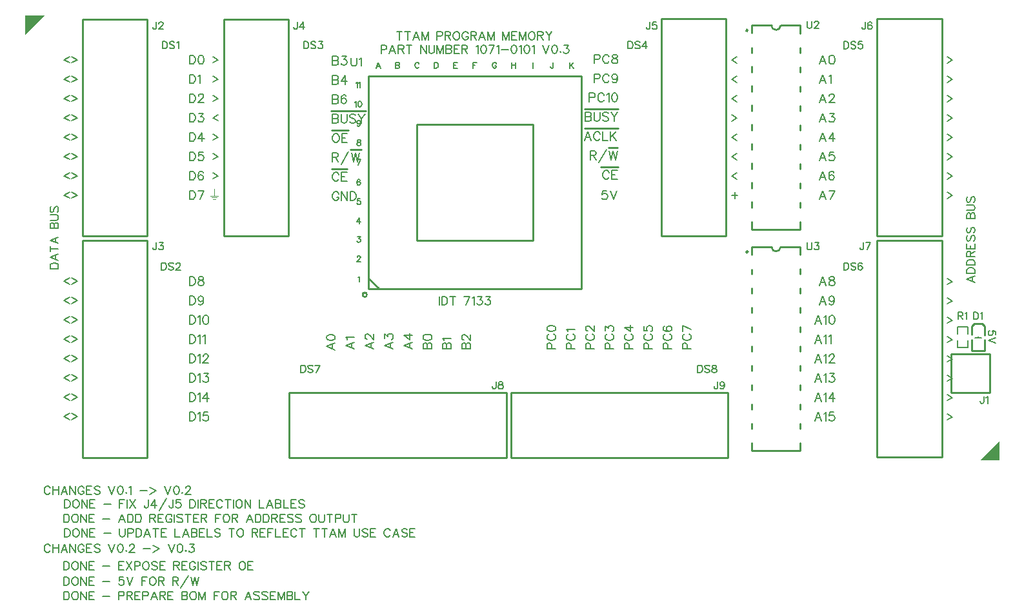
<source format=gto>
G04 Layer: TopSilkscreenLayer*
G04 Panelize: , Column: 2, Row: 2, Board Size: 127.89mm x 58.42mm, Panelized Board Size: 257.78mm x 118.84mm*
G04 EasyEDA v6.5.34, 2023-09-01 23:34:49*
G04 d2f9a346f3944a8da2a00f25f54837ea,5a6b42c53f6a479593ecc07194224c93,10*
G04 Gerber Generator version 0.2*
G04 Scale: 100 percent, Rotated: No, Reflected: No *
G04 Dimensions in millimeters *
G04 leading zeros omitted , absolute positions ,4 integer and 5 decimal *
%FSLAX45Y45*%
%MOMM*%

%ADD10C,0.1524*%
%ADD11C,0.1778*%
%ADD12C,0.2540*%
%ADD13C,0.2030*%
%ADD14C,0.2500*%
%ADD15C,0.0121*%

%LPD*%
G36*
X2484882Y3557778D02*
G01*
X2484882Y3470656D01*
X2432304Y3470656D01*
X2432304Y3462528D01*
X2546096Y3462528D01*
X2546096Y3470656D01*
X2493518Y3470656D01*
X2493518Y3557778D01*
G37*
G36*
X2451862Y3449065D02*
G01*
X2451862Y3440937D01*
X2526538Y3440937D01*
X2526538Y3449065D01*
G37*
G36*
X2469642Y3427222D02*
G01*
X2469642Y3419601D01*
X2508758Y3419601D01*
X2508758Y3427222D01*
G37*
D10*
X2158994Y629132D02*
G01*
X2158994Y514578D01*
X2158994Y629132D02*
G01*
X2197094Y629132D01*
X2213604Y623544D01*
X2224526Y612622D01*
X2229860Y601700D01*
X2235448Y585444D01*
X2235448Y558266D01*
X2229860Y541756D01*
X2224526Y530834D01*
X2213604Y519912D01*
X2197094Y514578D01*
X2158994Y514578D01*
X2271262Y607288D02*
G01*
X2282184Y612622D01*
X2298694Y629132D01*
X2298694Y514578D01*
X2400040Y629132D02*
G01*
X2345430Y629132D01*
X2340096Y580110D01*
X2345430Y585444D01*
X2361940Y591032D01*
X2378196Y591032D01*
X2394706Y585444D01*
X2405628Y574522D01*
X2410962Y558266D01*
X2410962Y547344D01*
X2405628Y530834D01*
X2394706Y519912D01*
X2378196Y514578D01*
X2361940Y514578D01*
X2345430Y519912D01*
X2340096Y525500D01*
X2334508Y536422D01*
X2158994Y1137130D02*
G01*
X2158994Y1022576D01*
X2158994Y1137130D02*
G01*
X2197094Y1137130D01*
X2213604Y1131542D01*
X2224526Y1120620D01*
X2229860Y1109698D01*
X2235448Y1093442D01*
X2235448Y1066264D01*
X2229860Y1049754D01*
X2224526Y1038832D01*
X2213604Y1027910D01*
X2197094Y1022576D01*
X2158994Y1022576D01*
X2271262Y1115286D02*
G01*
X2282184Y1120620D01*
X2298694Y1137130D01*
X2298694Y1022576D01*
X2345430Y1137130D02*
G01*
X2405628Y1137130D01*
X2372862Y1093442D01*
X2389118Y1093442D01*
X2400040Y1088108D01*
X2405628Y1082520D01*
X2410962Y1066264D01*
X2410962Y1055342D01*
X2405628Y1038832D01*
X2394706Y1027910D01*
X2378196Y1022576D01*
X2361940Y1022576D01*
X2345430Y1027910D01*
X2340096Y1033498D01*
X2334508Y1044420D01*
X2158994Y2407127D02*
G01*
X2158994Y2292573D01*
X2158994Y2407127D02*
G01*
X2197094Y2407127D01*
X2213604Y2401539D01*
X2224526Y2390617D01*
X2229860Y2379695D01*
X2235448Y2363439D01*
X2235448Y2336261D01*
X2229860Y2319751D01*
X2224526Y2308829D01*
X2213604Y2297907D01*
X2197094Y2292573D01*
X2158994Y2292573D01*
X2298694Y2407127D02*
G01*
X2282184Y2401539D01*
X2276850Y2390617D01*
X2276850Y2379695D01*
X2282184Y2369027D01*
X2293106Y2363439D01*
X2314950Y2358105D01*
X2331460Y2352517D01*
X2342382Y2341595D01*
X2347716Y2330673D01*
X2347716Y2314417D01*
X2342382Y2303495D01*
X2336794Y2297907D01*
X2320538Y2292573D01*
X2298694Y2292573D01*
X2282184Y2297907D01*
X2276850Y2303495D01*
X2271262Y2314417D01*
X2271262Y2330673D01*
X2276850Y2341595D01*
X2287772Y2352517D01*
X2304028Y2358105D01*
X2325872Y2363439D01*
X2336794Y2369027D01*
X2342382Y2379695D01*
X2342382Y2390617D01*
X2336794Y2401539D01*
X2320538Y2407127D01*
X2298694Y2407127D01*
X2158994Y1391130D02*
G01*
X2158994Y1276576D01*
X2158994Y1391130D02*
G01*
X2197094Y1391130D01*
X2213604Y1385542D01*
X2224526Y1374620D01*
X2229860Y1363698D01*
X2235448Y1347442D01*
X2235448Y1320264D01*
X2229860Y1303754D01*
X2224526Y1292832D01*
X2213604Y1281910D01*
X2197094Y1276576D01*
X2158994Y1276576D01*
X2271262Y1369286D02*
G01*
X2282184Y1374620D01*
X2298694Y1391130D01*
X2298694Y1276576D01*
X2340096Y1363698D02*
G01*
X2340096Y1369286D01*
X2345430Y1380208D01*
X2351018Y1385542D01*
X2361940Y1391130D01*
X2383784Y1391130D01*
X2394706Y1385542D01*
X2400040Y1380208D01*
X2405628Y1369286D01*
X2405628Y1358364D01*
X2400040Y1347442D01*
X2389118Y1331186D01*
X2334508Y1276576D01*
X2410962Y1276576D01*
X2158994Y1645130D02*
G01*
X2158994Y1530576D01*
X2158994Y1645130D02*
G01*
X2197094Y1645130D01*
X2213604Y1639542D01*
X2224526Y1628620D01*
X2229860Y1617698D01*
X2235448Y1601442D01*
X2235448Y1574264D01*
X2229860Y1557754D01*
X2224526Y1546832D01*
X2213604Y1535910D01*
X2197094Y1530576D01*
X2158994Y1530576D01*
X2271262Y1623286D02*
G01*
X2282184Y1628620D01*
X2298694Y1645130D01*
X2298694Y1530576D01*
X2334508Y1623286D02*
G01*
X2345430Y1628620D01*
X2361940Y1645130D01*
X2361940Y1530576D01*
X2158994Y1899130D02*
G01*
X2158994Y1784576D01*
X2158994Y1899130D02*
G01*
X2197094Y1899130D01*
X2213604Y1893542D01*
X2224526Y1882620D01*
X2229860Y1871698D01*
X2235448Y1855442D01*
X2235448Y1828264D01*
X2229860Y1811754D01*
X2224526Y1800832D01*
X2213604Y1789910D01*
X2197094Y1784576D01*
X2158994Y1784576D01*
X2271262Y1877286D02*
G01*
X2282184Y1882620D01*
X2298694Y1899130D01*
X2298694Y1784576D01*
X2367274Y1899130D02*
G01*
X2351018Y1893542D01*
X2340096Y1877286D01*
X2334508Y1850108D01*
X2334508Y1833598D01*
X2340096Y1806420D01*
X2351018Y1789910D01*
X2367274Y1784576D01*
X2378196Y1784576D01*
X2394706Y1789910D01*
X2405628Y1806420D01*
X2410962Y1833598D01*
X2410962Y1850108D01*
X2405628Y1877286D01*
X2394706Y1893542D01*
X2378196Y1899130D01*
X2367274Y1899130D01*
X2158994Y2153127D02*
G01*
X2158994Y2038573D01*
X2158994Y2153127D02*
G01*
X2197094Y2153127D01*
X2213604Y2147539D01*
X2224526Y2136617D01*
X2229860Y2125695D01*
X2235448Y2109439D01*
X2235448Y2082261D01*
X2229860Y2065751D01*
X2224526Y2054829D01*
X2213604Y2043907D01*
X2197094Y2038573D01*
X2158994Y2038573D01*
X2342382Y2115027D02*
G01*
X2336794Y2098517D01*
X2325872Y2087595D01*
X2309616Y2082261D01*
X2304028Y2082261D01*
X2287772Y2087595D01*
X2276850Y2098517D01*
X2271262Y2115027D01*
X2271262Y2120361D01*
X2276850Y2136617D01*
X2287772Y2147539D01*
X2304028Y2153127D01*
X2309616Y2153127D01*
X2325872Y2147539D01*
X2336794Y2136617D01*
X2342382Y2115027D01*
X2342382Y2087595D01*
X2336794Y2060417D01*
X2325872Y2043907D01*
X2309616Y2038573D01*
X2298694Y2038573D01*
X2282184Y2043907D01*
X2276850Y2054829D01*
X2158994Y883130D02*
G01*
X2158994Y768576D01*
X2158994Y883130D02*
G01*
X2197094Y883130D01*
X2213604Y877542D01*
X2224526Y866620D01*
X2229860Y855698D01*
X2235448Y839442D01*
X2235448Y812264D01*
X2229860Y795754D01*
X2224526Y784832D01*
X2213604Y773910D01*
X2197094Y768576D01*
X2158994Y768576D01*
X2271262Y861286D02*
G01*
X2282184Y866620D01*
X2298694Y883130D01*
X2298694Y768576D01*
X2389118Y883130D02*
G01*
X2334508Y806676D01*
X2416550Y806676D01*
X2389118Y883130D02*
G01*
X2389118Y768576D01*
X2158994Y3791424D02*
G01*
X2158994Y3676870D01*
X2158994Y3791424D02*
G01*
X2197094Y3791424D01*
X2213604Y3785836D01*
X2224526Y3774914D01*
X2229860Y3763992D01*
X2235448Y3747736D01*
X2235448Y3720558D01*
X2229860Y3704048D01*
X2224526Y3693126D01*
X2213604Y3682204D01*
X2197094Y3676870D01*
X2158994Y3676870D01*
X2336794Y3774914D02*
G01*
X2331460Y3785836D01*
X2314950Y3791424D01*
X2304028Y3791424D01*
X2287772Y3785836D01*
X2276850Y3769580D01*
X2271262Y3742402D01*
X2271262Y3714970D01*
X2276850Y3693126D01*
X2287772Y3682204D01*
X2304028Y3676870D01*
X2309616Y3676870D01*
X2325872Y3682204D01*
X2336794Y3693126D01*
X2342382Y3709636D01*
X2342382Y3714970D01*
X2336794Y3731480D01*
X2325872Y3742402D01*
X2309616Y3747736D01*
X2304028Y3747736D01*
X2287772Y3742402D01*
X2276850Y3731480D01*
X2271262Y3714970D01*
X2158994Y5061422D02*
G01*
X2158994Y4946868D01*
X2158994Y5061422D02*
G01*
X2197094Y5061422D01*
X2213604Y5055834D01*
X2224526Y5044912D01*
X2229860Y5033990D01*
X2235448Y5017734D01*
X2235448Y4990556D01*
X2229860Y4974046D01*
X2224526Y4963124D01*
X2213604Y4952202D01*
X2197094Y4946868D01*
X2158994Y4946868D01*
X2271262Y5039578D02*
G01*
X2282184Y5044912D01*
X2298694Y5061422D01*
X2298694Y4946868D01*
X2158994Y4807422D02*
G01*
X2158994Y4692868D01*
X2158994Y4807422D02*
G01*
X2197094Y4807422D01*
X2213604Y4801834D01*
X2224526Y4790912D01*
X2229860Y4779990D01*
X2235448Y4763734D01*
X2235448Y4736556D01*
X2229860Y4720046D01*
X2224526Y4709124D01*
X2213604Y4698202D01*
X2197094Y4692868D01*
X2158994Y4692868D01*
X2276850Y4779990D02*
G01*
X2276850Y4785578D01*
X2282184Y4796500D01*
X2287772Y4801834D01*
X2298694Y4807422D01*
X2320538Y4807422D01*
X2331460Y4801834D01*
X2336794Y4796500D01*
X2342382Y4785578D01*
X2342382Y4774656D01*
X2336794Y4763734D01*
X2325872Y4747478D01*
X2271262Y4692868D01*
X2347716Y4692868D01*
X2158994Y4553424D02*
G01*
X2158994Y4438870D01*
X2158994Y4553424D02*
G01*
X2197094Y4553424D01*
X2213604Y4547836D01*
X2224526Y4536914D01*
X2229860Y4525992D01*
X2235448Y4509736D01*
X2235448Y4482558D01*
X2229860Y4466048D01*
X2224526Y4455126D01*
X2213604Y4444204D01*
X2197094Y4438870D01*
X2158994Y4438870D01*
X2282184Y4553424D02*
G01*
X2342382Y4553424D01*
X2309616Y4509736D01*
X2325872Y4509736D01*
X2336794Y4504402D01*
X2342382Y4498814D01*
X2347716Y4482558D01*
X2347716Y4471636D01*
X2342382Y4455126D01*
X2331460Y4444204D01*
X2314950Y4438870D01*
X2298694Y4438870D01*
X2282184Y4444204D01*
X2276850Y4449792D01*
X2271262Y4460714D01*
X2158994Y4299424D02*
G01*
X2158994Y4184870D01*
X2158994Y4299424D02*
G01*
X2197094Y4299424D01*
X2213604Y4293836D01*
X2224526Y4282914D01*
X2229860Y4271992D01*
X2235448Y4255736D01*
X2235448Y4228558D01*
X2229860Y4212048D01*
X2224526Y4201126D01*
X2213604Y4190204D01*
X2197094Y4184870D01*
X2158994Y4184870D01*
X2325872Y4299424D02*
G01*
X2271262Y4222970D01*
X2353050Y4222970D01*
X2325872Y4299424D02*
G01*
X2325872Y4184870D01*
X2158994Y5315422D02*
G01*
X2158994Y5200868D01*
X2158994Y5315422D02*
G01*
X2197094Y5315422D01*
X2213604Y5309834D01*
X2224526Y5298912D01*
X2229860Y5287990D01*
X2235448Y5271734D01*
X2235448Y5244556D01*
X2229860Y5228046D01*
X2224526Y5217124D01*
X2213604Y5206202D01*
X2197094Y5200868D01*
X2158994Y5200868D01*
X2304028Y5315422D02*
G01*
X2287772Y5309834D01*
X2276850Y5293578D01*
X2271262Y5266400D01*
X2271262Y5249890D01*
X2276850Y5222712D01*
X2287772Y5206202D01*
X2304028Y5200868D01*
X2314950Y5200868D01*
X2331460Y5206202D01*
X2342382Y5222712D01*
X2347716Y5249890D01*
X2347716Y5266400D01*
X2342382Y5293578D01*
X2331460Y5309834D01*
X2314950Y5315422D01*
X2304028Y5315422D01*
X2158994Y4045424D02*
G01*
X2158994Y3930870D01*
X2158994Y4045424D02*
G01*
X2197094Y4045424D01*
X2213604Y4039836D01*
X2224526Y4028914D01*
X2229860Y4017992D01*
X2235448Y4001736D01*
X2235448Y3974558D01*
X2229860Y3958048D01*
X2224526Y3947126D01*
X2213604Y3936204D01*
X2197094Y3930870D01*
X2158994Y3930870D01*
X2336794Y4045424D02*
G01*
X2282184Y4045424D01*
X2276850Y3996402D01*
X2282184Y4001736D01*
X2298694Y4007324D01*
X2314950Y4007324D01*
X2331460Y4001736D01*
X2342382Y3990814D01*
X2347716Y3974558D01*
X2347716Y3963636D01*
X2342382Y3947126D01*
X2331460Y3936204D01*
X2314950Y3930870D01*
X2298694Y3930870D01*
X2282184Y3936204D01*
X2276850Y3941792D01*
X2271262Y3952714D01*
X2158994Y3537424D02*
G01*
X2158994Y3422870D01*
X2158994Y3537424D02*
G01*
X2197094Y3537424D01*
X2213604Y3531836D01*
X2224526Y3520914D01*
X2229860Y3509992D01*
X2235448Y3493736D01*
X2235448Y3466558D01*
X2229860Y3450048D01*
X2224526Y3439126D01*
X2213604Y3428204D01*
X2197094Y3422870D01*
X2158994Y3422870D01*
X2347716Y3537424D02*
G01*
X2293106Y3422870D01*
X2271262Y3537424D02*
G01*
X2347716Y3537424D01*
X1803430Y5498457D02*
G01*
X1803430Y5402953D01*
X1803430Y5498457D02*
G01*
X1835180Y5498457D01*
X1848896Y5493885D01*
X1858037Y5484741D01*
X1862612Y5475597D01*
X1866930Y5462135D01*
X1866930Y5439275D01*
X1862612Y5425559D01*
X1858037Y5416669D01*
X1848896Y5407525D01*
X1835180Y5402953D01*
X1803430Y5402953D01*
X1960653Y5484741D02*
G01*
X1951512Y5493885D01*
X1938047Y5498457D01*
X1919762Y5498457D01*
X1906046Y5493885D01*
X1897153Y5484741D01*
X1897153Y5475597D01*
X1901471Y5466707D01*
X1906046Y5462135D01*
X1915187Y5457563D01*
X1942622Y5448419D01*
X1951512Y5443847D01*
X1956081Y5439275D01*
X1960653Y5430131D01*
X1960653Y5416669D01*
X1951512Y5407525D01*
X1938047Y5402953D01*
X1919762Y5402953D01*
X1906046Y5407525D01*
X1897153Y5416669D01*
X1990628Y5480169D02*
G01*
X1999772Y5484741D01*
X2013488Y5498457D01*
X2013488Y5402953D01*
X1790705Y2590147D02*
G01*
X1790705Y2494643D01*
X1790705Y2590147D02*
G01*
X1822455Y2590147D01*
X1836171Y2585575D01*
X1845312Y2576431D01*
X1849887Y2567287D01*
X1854456Y2553825D01*
X1854456Y2530965D01*
X1849887Y2517249D01*
X1845312Y2508359D01*
X1836171Y2499215D01*
X1822455Y2494643D01*
X1790705Y2494643D01*
X1947928Y2576431D02*
G01*
X1938787Y2585575D01*
X1925322Y2590147D01*
X1907037Y2590147D01*
X1893321Y2585575D01*
X1884428Y2576431D01*
X1884428Y2567287D01*
X1889003Y2558397D01*
X1893321Y2553825D01*
X1902462Y2549253D01*
X1929897Y2540109D01*
X1938787Y2535537D01*
X1943356Y2530965D01*
X1947928Y2521821D01*
X1947928Y2508359D01*
X1938787Y2499215D01*
X1925322Y2494643D01*
X1907037Y2494643D01*
X1893321Y2499215D01*
X1884428Y2508359D01*
X1982472Y2567287D02*
G01*
X1982472Y2571859D01*
X1987047Y2581003D01*
X1991619Y2585575D01*
X2000763Y2590147D01*
X2018797Y2590147D01*
X2027938Y2585575D01*
X2032513Y2581003D01*
X2037085Y2571859D01*
X2037085Y2562715D01*
X2032513Y2553825D01*
X2023369Y2540109D01*
X1977903Y2494643D01*
X2041654Y2494643D01*
X613158Y531119D02*
G01*
X685805Y572013D01*
X613158Y613161D01*
X583189Y531119D02*
G01*
X510291Y572013D01*
X583189Y613161D01*
X1721873Y2856750D02*
G01*
X1721873Y2784106D01*
X1717299Y2770390D01*
X1712729Y2765818D01*
X1703583Y2761246D01*
X1694695Y2761246D01*
X1685549Y2765818D01*
X1680979Y2770390D01*
X1676407Y2784106D01*
X1676407Y2793250D01*
X1760989Y2856750D02*
G01*
X1811025Y2856750D01*
X1783595Y2820428D01*
X1797309Y2820428D01*
X1806455Y2815856D01*
X1811025Y2811284D01*
X1815599Y2797822D01*
X1815599Y2788678D01*
X1811025Y2774962D01*
X1801881Y2765818D01*
X1788165Y2761246D01*
X1774705Y2761246D01*
X1760989Y2765818D01*
X1756415Y2770390D01*
X1751845Y2779534D01*
X1721873Y5752350D02*
G01*
X1721873Y5679706D01*
X1717299Y5665990D01*
X1712729Y5661418D01*
X1703583Y5656846D01*
X1694695Y5656846D01*
X1685549Y5661418D01*
X1680979Y5665990D01*
X1676407Y5679706D01*
X1676407Y5688850D01*
X1756415Y5729744D02*
G01*
X1756415Y5734316D01*
X1760989Y5743206D01*
X1765559Y5747778D01*
X1774705Y5752350D01*
X1792739Y5752350D01*
X1801881Y5747778D01*
X1806455Y5743206D01*
X1811025Y5734316D01*
X1811025Y5725172D01*
X1806455Y5716028D01*
X1797309Y5702312D01*
X1751845Y5656846D01*
X1815599Y5656846D01*
X613158Y785119D02*
G01*
X685805Y826013D01*
X613158Y867161D01*
X583189Y785119D02*
G01*
X510291Y826013D01*
X583189Y867161D01*
X613158Y1039119D02*
G01*
X685805Y1080013D01*
X613158Y1121161D01*
X583189Y1039119D02*
G01*
X510291Y1080013D01*
X583189Y1121161D01*
X613158Y1293119D02*
G01*
X685805Y1334013D01*
X613158Y1375161D01*
X583189Y1293119D02*
G01*
X510291Y1334013D01*
X583189Y1375161D01*
X613158Y1547119D02*
G01*
X685805Y1588013D01*
X613158Y1629161D01*
X583189Y1547119D02*
G01*
X510291Y1588013D01*
X583189Y1629161D01*
X613158Y1801119D02*
G01*
X685805Y1842013D01*
X613158Y1883161D01*
X583189Y1801119D02*
G01*
X510291Y1842013D01*
X583189Y1883161D01*
X613158Y2055119D02*
G01*
X685805Y2096013D01*
X613158Y2137161D01*
X583189Y2055119D02*
G01*
X510291Y2096013D01*
X583189Y2137161D01*
X613158Y2309119D02*
G01*
X685805Y2350013D01*
X613158Y2391161D01*
X583189Y2309119D02*
G01*
X510291Y2350013D01*
X583189Y2391161D01*
X613135Y3439419D02*
G01*
X685777Y3480313D01*
X613135Y3521461D01*
X583161Y3439419D02*
G01*
X510263Y3480313D01*
X583161Y3521461D01*
X613135Y3693419D02*
G01*
X685777Y3734313D01*
X613135Y3775461D01*
X583161Y3693419D02*
G01*
X510263Y3734313D01*
X583161Y3775461D01*
X613135Y3947419D02*
G01*
X685777Y3988313D01*
X613135Y4029461D01*
X583161Y3947419D02*
G01*
X510263Y3988313D01*
X583161Y4029461D01*
X613135Y4201419D02*
G01*
X685777Y4242313D01*
X613135Y4283461D01*
X583161Y4201419D02*
G01*
X510263Y4242313D01*
X583161Y4283461D01*
X613135Y4455419D02*
G01*
X685777Y4496313D01*
X613135Y4537461D01*
X583161Y4455419D02*
G01*
X510263Y4496313D01*
X583161Y4537461D01*
X613135Y4709419D02*
G01*
X685777Y4750313D01*
X613135Y4791461D01*
X583161Y4709419D02*
G01*
X510263Y4750313D01*
X583161Y4791461D01*
X613135Y4963419D02*
G01*
X685777Y5004313D01*
X613135Y5045461D01*
X583161Y4963419D02*
G01*
X510263Y5004313D01*
X583161Y5045461D01*
X613135Y5217419D02*
G01*
X685777Y5258313D01*
X613135Y5299461D01*
X583161Y5217419D02*
G01*
X510263Y5258313D01*
X583161Y5299461D01*
X10470393Y2407025D02*
G01*
X10426705Y2292471D01*
X10470393Y2407025D02*
G01*
X10513827Y2292471D01*
X10442961Y2330825D02*
G01*
X10497571Y2330825D01*
X10577327Y2407025D02*
G01*
X10560817Y2401691D01*
X10555483Y2390769D01*
X10555483Y2379847D01*
X10560817Y2368925D01*
X10571739Y2363337D01*
X10593583Y2358003D01*
X10609839Y2352415D01*
X10620761Y2341747D01*
X10626349Y2330825D01*
X10626349Y2314315D01*
X10620761Y2303393D01*
X10615427Y2298059D01*
X10598917Y2292471D01*
X10577327Y2292471D01*
X10560817Y2298059D01*
X10555483Y2303393D01*
X10549895Y2314315D01*
X10549895Y2330825D01*
X10555483Y2341747D01*
X10566405Y2352415D01*
X10582661Y2358003D01*
X10604505Y2363337D01*
X10615427Y2368925D01*
X10620761Y2379847D01*
X10620761Y2390769D01*
X10615427Y2401691D01*
X10598917Y2407025D01*
X10577327Y2407025D01*
X10470393Y2153025D02*
G01*
X10426705Y2038471D01*
X10470393Y2153025D02*
G01*
X10513827Y2038471D01*
X10442961Y2076825D02*
G01*
X10497571Y2076825D01*
X10620761Y2114925D02*
G01*
X10615427Y2098415D01*
X10604505Y2087747D01*
X10588249Y2082159D01*
X10582661Y2082159D01*
X10566405Y2087747D01*
X10555483Y2098415D01*
X10549895Y2114925D01*
X10549895Y2120259D01*
X10555483Y2136769D01*
X10566405Y2147691D01*
X10582661Y2153025D01*
X10588249Y2153025D01*
X10604505Y2147691D01*
X10615427Y2136769D01*
X10620761Y2114925D01*
X10620761Y2087747D01*
X10615427Y2060315D01*
X10604505Y2044059D01*
X10588249Y2038471D01*
X10577327Y2038471D01*
X10560817Y2044059D01*
X10555483Y2054981D01*
X10406893Y1899028D02*
G01*
X10363205Y1784474D01*
X10406893Y1899028D02*
G01*
X10450327Y1784474D01*
X10379461Y1822828D02*
G01*
X10434071Y1822828D01*
X10486395Y1877184D02*
G01*
X10497317Y1882772D01*
X10513827Y1899028D01*
X10513827Y1784474D01*
X10582407Y1899028D02*
G01*
X10566151Y1893694D01*
X10555229Y1877184D01*
X10549641Y1850006D01*
X10549641Y1833750D01*
X10555229Y1806318D01*
X10566151Y1790062D01*
X10582407Y1784474D01*
X10593329Y1784474D01*
X10609839Y1790062D01*
X10620507Y1806318D01*
X10626095Y1833750D01*
X10626095Y1850006D01*
X10620507Y1877184D01*
X10609839Y1893694D01*
X10593329Y1899028D01*
X10582407Y1899028D01*
X10406893Y1645028D02*
G01*
X10363205Y1530474D01*
X10406893Y1645028D02*
G01*
X10450327Y1530474D01*
X10379461Y1568828D02*
G01*
X10434071Y1568828D01*
X10486395Y1623184D02*
G01*
X10497317Y1628772D01*
X10513827Y1645028D01*
X10513827Y1530474D01*
X10549641Y1623184D02*
G01*
X10560563Y1628772D01*
X10577073Y1645028D01*
X10577073Y1530474D01*
X10406893Y1391028D02*
G01*
X10363205Y1276474D01*
X10406893Y1391028D02*
G01*
X10450327Y1276474D01*
X10379461Y1314828D02*
G01*
X10434071Y1314828D01*
X10486395Y1369184D02*
G01*
X10497317Y1374772D01*
X10513827Y1391028D01*
X10513827Y1276474D01*
X10555229Y1363850D02*
G01*
X10555229Y1369184D01*
X10560563Y1380106D01*
X10566151Y1385694D01*
X10577073Y1391028D01*
X10598917Y1391028D01*
X10609839Y1385694D01*
X10615173Y1380106D01*
X10620507Y1369184D01*
X10620507Y1358262D01*
X10615173Y1347340D01*
X10604251Y1331084D01*
X10549641Y1276474D01*
X10626095Y1276474D01*
X10406893Y1137028D02*
G01*
X10363205Y1022474D01*
X10406893Y1137028D02*
G01*
X10450327Y1022474D01*
X10379461Y1060828D02*
G01*
X10434071Y1060828D01*
X10486395Y1115184D02*
G01*
X10497317Y1120772D01*
X10513827Y1137028D01*
X10513827Y1022474D01*
X10560563Y1137028D02*
G01*
X10620507Y1137028D01*
X10587995Y1093340D01*
X10604251Y1093340D01*
X10615173Y1088006D01*
X10620507Y1082418D01*
X10626095Y1066162D01*
X10626095Y1055240D01*
X10620507Y1038984D01*
X10609839Y1028062D01*
X10593329Y1022474D01*
X10577073Y1022474D01*
X10560563Y1028062D01*
X10555229Y1033396D01*
X10549641Y1044318D01*
X10406893Y883028D02*
G01*
X10363205Y768474D01*
X10406893Y883028D02*
G01*
X10450327Y768474D01*
X10379461Y806828D02*
G01*
X10434071Y806828D01*
X10486395Y861184D02*
G01*
X10497317Y866772D01*
X10513827Y883028D01*
X10513827Y768474D01*
X10604251Y883028D02*
G01*
X10549641Y806828D01*
X10631429Y806828D01*
X10604251Y883028D02*
G01*
X10604251Y768474D01*
X10406893Y629030D02*
G01*
X10363205Y514477D01*
X10406893Y629030D02*
G01*
X10450327Y514477D01*
X10379461Y552830D02*
G01*
X10434071Y552830D01*
X10486395Y607187D02*
G01*
X10497317Y612775D01*
X10513827Y629030D01*
X10513827Y514477D01*
X10615173Y629030D02*
G01*
X10560563Y629030D01*
X10555229Y580009D01*
X10560563Y585343D01*
X10577073Y590930D01*
X10593329Y590930D01*
X10609839Y585343D01*
X10620507Y574420D01*
X10626095Y558164D01*
X10626095Y547243D01*
X10620507Y530987D01*
X10609839Y520064D01*
X10593329Y514477D01*
X10577073Y514477D01*
X10560563Y520064D01*
X10555229Y525398D01*
X10549641Y536320D01*
X10470393Y3537323D02*
G01*
X10426705Y3422769D01*
X10470393Y3537323D02*
G01*
X10513827Y3422769D01*
X10442961Y3461123D02*
G01*
X10497571Y3461123D01*
X10626349Y3537323D02*
G01*
X10571739Y3422769D01*
X10549895Y3537323D02*
G01*
X10626349Y3537323D01*
X10470393Y3791323D02*
G01*
X10426705Y3676769D01*
X10470393Y3791323D02*
G01*
X10513827Y3676769D01*
X10442961Y3715123D02*
G01*
X10497571Y3715123D01*
X10615427Y3775067D02*
G01*
X10609839Y3785989D01*
X10593583Y3791323D01*
X10582661Y3791323D01*
X10566405Y3785989D01*
X10555483Y3769479D01*
X10549895Y3742301D01*
X10549895Y3715123D01*
X10555483Y3693279D01*
X10566405Y3682357D01*
X10582661Y3676769D01*
X10588249Y3676769D01*
X10604505Y3682357D01*
X10615427Y3693279D01*
X10620761Y3709535D01*
X10620761Y3715123D01*
X10615427Y3731379D01*
X10604505Y3742301D01*
X10588249Y3747635D01*
X10582661Y3747635D01*
X10566405Y3742301D01*
X10555483Y3731379D01*
X10549895Y3715123D01*
X10470393Y4045323D02*
G01*
X10426705Y3930769D01*
X10470393Y4045323D02*
G01*
X10513827Y3930769D01*
X10442961Y3969123D02*
G01*
X10497571Y3969123D01*
X10615427Y4045323D02*
G01*
X10560817Y4045323D01*
X10555483Y3996301D01*
X10560817Y4001635D01*
X10577327Y4007223D01*
X10593583Y4007223D01*
X10609839Y4001635D01*
X10620761Y3990713D01*
X10626349Y3974457D01*
X10626349Y3963535D01*
X10620761Y3947279D01*
X10609839Y3936357D01*
X10593583Y3930769D01*
X10577327Y3930769D01*
X10560817Y3936357D01*
X10555483Y3941691D01*
X10549895Y3952613D01*
X10470393Y4299323D02*
G01*
X10426705Y4184769D01*
X10470393Y4299323D02*
G01*
X10513827Y4184769D01*
X10442961Y4223123D02*
G01*
X10497571Y4223123D01*
X10604505Y4299323D02*
G01*
X10549895Y4223123D01*
X10631683Y4223123D01*
X10604505Y4299323D02*
G01*
X10604505Y4184769D01*
X10470393Y4553323D02*
G01*
X10426705Y4438769D01*
X10470393Y4553323D02*
G01*
X10513827Y4438769D01*
X10442961Y4477123D02*
G01*
X10497571Y4477123D01*
X10560817Y4553323D02*
G01*
X10620761Y4553323D01*
X10588249Y4509635D01*
X10604505Y4509635D01*
X10615427Y4504301D01*
X10620761Y4498713D01*
X10626349Y4482457D01*
X10626349Y4471535D01*
X10620761Y4455279D01*
X10609839Y4444357D01*
X10593583Y4438769D01*
X10577327Y4438769D01*
X10560817Y4444357D01*
X10555483Y4449691D01*
X10549895Y4460613D01*
X10470393Y4807320D02*
G01*
X10426705Y4692766D01*
X10470393Y4807320D02*
G01*
X10513827Y4692766D01*
X10442961Y4731120D02*
G01*
X10497571Y4731120D01*
X10555483Y4780142D02*
G01*
X10555483Y4785476D01*
X10560817Y4796398D01*
X10566405Y4801986D01*
X10577327Y4807320D01*
X10598917Y4807320D01*
X10609839Y4801986D01*
X10615427Y4796398D01*
X10620761Y4785476D01*
X10620761Y4774554D01*
X10615427Y4763632D01*
X10604505Y4747376D01*
X10549895Y4692766D01*
X10626349Y4692766D01*
X10470393Y5061320D02*
G01*
X10426705Y4946766D01*
X10470393Y5061320D02*
G01*
X10513827Y4946766D01*
X10442961Y4985120D02*
G01*
X10497571Y4985120D01*
X10549895Y5039476D02*
G01*
X10560817Y5045064D01*
X10577327Y5061320D01*
X10577327Y4946766D01*
X10470393Y5315346D02*
G01*
X10426705Y5200792D01*
X10470393Y5315346D02*
G01*
X10513827Y5200792D01*
X10442961Y5238892D02*
G01*
X10497571Y5238892D01*
X10582661Y5315346D02*
G01*
X10566405Y5310012D01*
X10555483Y5293502D01*
X10549895Y5266324D01*
X10549895Y5249814D01*
X10555483Y5222636D01*
X10566405Y5206380D01*
X10582661Y5200792D01*
X10593583Y5200792D01*
X10609839Y5206380D01*
X10620761Y5222636D01*
X10626349Y5249814D01*
X10626349Y5266324D01*
X10620761Y5293502D01*
X10609839Y5310012D01*
X10593583Y5315346D01*
X10582661Y5315346D01*
X11002772Y2856737D02*
G01*
X11002772Y2784094D01*
X10998200Y2770378D01*
X10993627Y2765805D01*
X10984484Y2761234D01*
X10975593Y2761234D01*
X10966450Y2765805D01*
X10961877Y2770378D01*
X10957306Y2784094D01*
X10957306Y2793237D01*
X11096497Y2856737D02*
G01*
X11051031Y2761234D01*
X11032743Y2856737D02*
G01*
X11096497Y2856737D01*
X11028172Y5752337D02*
G01*
X11028172Y5679694D01*
X11023600Y5665978D01*
X11019027Y5661405D01*
X11009884Y5656834D01*
X11000993Y5656834D01*
X10991850Y5661405D01*
X10987277Y5665978D01*
X10982706Y5679694D01*
X10982706Y5688837D01*
X11112754Y5738876D02*
G01*
X11108181Y5747765D01*
X11094465Y5752337D01*
X11085322Y5752337D01*
X11071859Y5747765D01*
X11062715Y5734304D01*
X11058143Y5711444D01*
X11058143Y5688837D01*
X11062715Y5670550D01*
X11071859Y5661405D01*
X11085322Y5656834D01*
X11089893Y5656834D01*
X11103609Y5661405D01*
X11112754Y5670550D01*
X11117325Y5684265D01*
X11117325Y5688837D01*
X11112754Y5702300D01*
X11103609Y5711444D01*
X11089893Y5716015D01*
X11085322Y5716015D01*
X11071859Y5711444D01*
X11062715Y5702300D01*
X11058143Y5688837D01*
X12100306Y5294376D02*
G01*
X12172950Y5253481D01*
X12100306Y5212334D01*
X12580340Y837435D02*
G01*
X12580340Y764791D01*
X12575768Y751075D01*
X12571196Y746503D01*
X12562052Y741931D01*
X12553162Y741931D01*
X12544018Y746503D01*
X12539446Y751075D01*
X12534874Y764791D01*
X12534874Y773935D01*
X12610312Y819401D02*
G01*
X12619456Y823973D01*
X12633172Y837435D01*
X12633172Y741931D01*
X10744205Y5498327D02*
G01*
X10744205Y5402823D01*
X10744205Y5498327D02*
G01*
X10775955Y5498327D01*
X10789671Y5493755D01*
X10798815Y5484865D01*
X10803387Y5475721D01*
X10807705Y5462005D01*
X10807705Y5439399D01*
X10803387Y5425683D01*
X10798815Y5416539D01*
X10789671Y5407395D01*
X10775955Y5402823D01*
X10744205Y5402823D01*
X10901431Y5484865D02*
G01*
X10892287Y5493755D01*
X10878825Y5498327D01*
X10860537Y5498327D01*
X10846821Y5493755D01*
X10837931Y5484865D01*
X10837931Y5475721D01*
X10842249Y5466577D01*
X10846821Y5462005D01*
X10855965Y5457433D01*
X10883397Y5448289D01*
X10892287Y5443971D01*
X10896859Y5439399D01*
X10901431Y5430255D01*
X10901431Y5416539D01*
X10892287Y5407395D01*
X10878825Y5402823D01*
X10860537Y5402823D01*
X10846821Y5407395D01*
X10837931Y5416539D01*
X10986013Y5498327D02*
G01*
X10940547Y5498327D01*
X10935975Y5457433D01*
X10940547Y5462005D01*
X10954263Y5466577D01*
X10967725Y5466577D01*
X10981441Y5462005D01*
X10990585Y5452861D01*
X10995157Y5439399D01*
X10995157Y5430255D01*
X10990585Y5416539D01*
X10981441Y5407395D01*
X10967725Y5402823D01*
X10954263Y5402823D01*
X10940547Y5407395D01*
X10935975Y5411967D01*
X10931403Y5421111D01*
X10744205Y2590032D02*
G01*
X10744205Y2494528D01*
X10744205Y2590032D02*
G01*
X10775955Y2590032D01*
X10789671Y2585460D01*
X10798815Y2576570D01*
X10803387Y2567426D01*
X10807705Y2553710D01*
X10807705Y2531104D01*
X10803387Y2517388D01*
X10798815Y2508244D01*
X10789671Y2499100D01*
X10775955Y2494528D01*
X10744205Y2494528D01*
X10901431Y2576570D02*
G01*
X10892287Y2585460D01*
X10878825Y2590032D01*
X10860537Y2590032D01*
X10846821Y2585460D01*
X10837931Y2576570D01*
X10837931Y2567426D01*
X10842249Y2558282D01*
X10846821Y2553710D01*
X10855965Y2549138D01*
X10883397Y2539994D01*
X10892287Y2535676D01*
X10896859Y2531104D01*
X10901431Y2521960D01*
X10901431Y2508244D01*
X10892287Y2499100D01*
X10878825Y2494528D01*
X10860537Y2494528D01*
X10846821Y2499100D01*
X10837931Y2508244D01*
X10986013Y2576570D02*
G01*
X10981441Y2585460D01*
X10967725Y2590032D01*
X10958835Y2590032D01*
X10945119Y2585460D01*
X10935975Y2571998D01*
X10931403Y2549138D01*
X10931403Y2526532D01*
X10935975Y2508244D01*
X10945119Y2499100D01*
X10958835Y2494528D01*
X10963153Y2494528D01*
X10976869Y2499100D01*
X10986013Y2508244D01*
X10990585Y2521960D01*
X10990585Y2526532D01*
X10986013Y2539994D01*
X10976869Y2549138D01*
X10963153Y2553710D01*
X10958835Y2553710D01*
X10945119Y2549138D01*
X10935975Y2539994D01*
X10931403Y2526532D01*
X4913111Y5627105D02*
G01*
X4913111Y5518139D01*
X4876789Y5627105D02*
G01*
X4949433Y5627105D01*
X5020299Y5627105D02*
G01*
X5020299Y5518139D01*
X4983723Y5627105D02*
G01*
X5056621Y5627105D01*
X5132313Y5627105D02*
G01*
X5090911Y5518139D01*
X5132313Y5627105D02*
G01*
X5173969Y5518139D01*
X5106405Y5554461D02*
G01*
X5158475Y5554461D01*
X5208259Y5627105D02*
G01*
X5208259Y5518139D01*
X5208259Y5627105D02*
G01*
X5249915Y5518139D01*
X5291317Y5627105D02*
G01*
X5249915Y5518139D01*
X5291317Y5627105D02*
G01*
X5291317Y5518139D01*
X5405617Y5627105D02*
G01*
X5405617Y5518139D01*
X5405617Y5627105D02*
G01*
X5452353Y5627105D01*
X5468101Y5622025D01*
X5473181Y5616691D01*
X5478515Y5606277D01*
X5478515Y5590783D01*
X5473181Y5580369D01*
X5468101Y5575289D01*
X5452353Y5569955D01*
X5405617Y5569955D01*
X5512805Y5627105D02*
G01*
X5512805Y5518139D01*
X5512805Y5627105D02*
G01*
X5559541Y5627105D01*
X5575035Y5622025D01*
X5580369Y5616691D01*
X5585449Y5606277D01*
X5585449Y5595863D01*
X5580369Y5585449D01*
X5575035Y5580369D01*
X5559541Y5575289D01*
X5512805Y5575289D01*
X5549127Y5575289D02*
G01*
X5585449Y5518139D01*
X5650981Y5627105D02*
G01*
X5640567Y5622025D01*
X5630153Y5611611D01*
X5624819Y5601197D01*
X5619739Y5585449D01*
X5619739Y5559541D01*
X5624819Y5544047D01*
X5630153Y5533633D01*
X5640567Y5523219D01*
X5650981Y5518139D01*
X5671809Y5518139D01*
X5681969Y5523219D01*
X5692383Y5533633D01*
X5697717Y5544047D01*
X5702797Y5559541D01*
X5702797Y5585449D01*
X5697717Y5601197D01*
X5692383Y5611611D01*
X5681969Y5622025D01*
X5671809Y5627105D01*
X5650981Y5627105D01*
X5815065Y5601197D02*
G01*
X5809985Y5611611D01*
X5799571Y5622025D01*
X5789157Y5627105D01*
X5768329Y5627105D01*
X5757915Y5622025D01*
X5747501Y5611611D01*
X5742421Y5601197D01*
X5737087Y5585449D01*
X5737087Y5559541D01*
X5742421Y5544047D01*
X5747501Y5533633D01*
X5757915Y5523219D01*
X5768329Y5518139D01*
X5789157Y5518139D01*
X5799571Y5523219D01*
X5809985Y5533633D01*
X5815065Y5544047D01*
X5815065Y5559541D01*
X5789157Y5559541D02*
G01*
X5815065Y5559541D01*
X5849355Y5627105D02*
G01*
X5849355Y5518139D01*
X5849355Y5627105D02*
G01*
X5896091Y5627105D01*
X5911839Y5622025D01*
X5916919Y5616691D01*
X5921999Y5606277D01*
X5921999Y5595863D01*
X5916919Y5585449D01*
X5911839Y5580369D01*
X5896091Y5575289D01*
X5849355Y5575289D01*
X5885677Y5575289D02*
G01*
X5921999Y5518139D01*
X5997945Y5627105D02*
G01*
X5956289Y5518139D01*
X5997945Y5627105D02*
G01*
X6039601Y5518139D01*
X5972037Y5554461D02*
G01*
X6023853Y5554461D01*
X6073891Y5627105D02*
G01*
X6073891Y5518139D01*
X6073891Y5627105D02*
G01*
X6115293Y5518139D01*
X6156949Y5627105D02*
G01*
X6115293Y5518139D01*
X6156949Y5627105D02*
G01*
X6156949Y5518139D01*
X6271249Y5627105D02*
G01*
X6271249Y5518139D01*
X6271249Y5627105D02*
G01*
X6312905Y5518139D01*
X6354307Y5627105D02*
G01*
X6312905Y5518139D01*
X6354307Y5627105D02*
G01*
X6354307Y5518139D01*
X6388597Y5627105D02*
G01*
X6388597Y5518139D01*
X6388597Y5627105D02*
G01*
X6456161Y5627105D01*
X6388597Y5575289D02*
G01*
X6430253Y5575289D01*
X6388597Y5518139D02*
G01*
X6456161Y5518139D01*
X6490451Y5627105D02*
G01*
X6490451Y5518139D01*
X6490451Y5627105D02*
G01*
X6532107Y5518139D01*
X6573509Y5627105D02*
G01*
X6532107Y5518139D01*
X6573509Y5627105D02*
G01*
X6573509Y5518139D01*
X6639041Y5627105D02*
G01*
X6628627Y5622025D01*
X6618213Y5611611D01*
X6613133Y5601197D01*
X6607799Y5585449D01*
X6607799Y5559541D01*
X6613133Y5544047D01*
X6618213Y5533633D01*
X6628627Y5523219D01*
X6639041Y5518139D01*
X6659869Y5518139D01*
X6670283Y5523219D01*
X6680697Y5533633D01*
X6685777Y5544047D01*
X6691111Y5559541D01*
X6691111Y5585449D01*
X6685777Y5601197D01*
X6680697Y5611611D01*
X6670283Y5622025D01*
X6659869Y5627105D01*
X6639041Y5627105D01*
X6725401Y5627105D02*
G01*
X6725401Y5518139D01*
X6725401Y5627105D02*
G01*
X6772137Y5627105D01*
X6787631Y5622025D01*
X6792965Y5616691D01*
X6798045Y5606277D01*
X6798045Y5595863D01*
X6792965Y5585449D01*
X6787631Y5580369D01*
X6772137Y5575289D01*
X6725401Y5575289D01*
X6761723Y5575289D02*
G01*
X6798045Y5518139D01*
X6832335Y5627105D02*
G01*
X6873991Y5575289D01*
X6873991Y5518139D01*
X6915393Y5627105D02*
G01*
X6873991Y5575289D01*
X4673589Y5449305D02*
G01*
X4673589Y5340339D01*
X4673589Y5449305D02*
G01*
X4720325Y5449305D01*
X4735819Y5444225D01*
X4741153Y5438891D01*
X4746233Y5428477D01*
X4746233Y5412983D01*
X4741153Y5402569D01*
X4735819Y5397489D01*
X4720325Y5392155D01*
X4673589Y5392155D01*
X4822179Y5449305D02*
G01*
X4780523Y5340339D01*
X4822179Y5449305D02*
G01*
X4863835Y5340339D01*
X4796271Y5376661D02*
G01*
X4848087Y5376661D01*
X4898125Y5449305D02*
G01*
X4898125Y5340339D01*
X4898125Y5449305D02*
G01*
X4944861Y5449305D01*
X4960355Y5444225D01*
X4965689Y5438891D01*
X4970769Y5428477D01*
X4970769Y5418063D01*
X4965689Y5407649D01*
X4960355Y5402569D01*
X4944861Y5397489D01*
X4898125Y5397489D01*
X4934447Y5397489D02*
G01*
X4970769Y5340339D01*
X5041381Y5449305D02*
G01*
X5041381Y5340339D01*
X5005059Y5449305D02*
G01*
X5077703Y5449305D01*
X5192003Y5449305D02*
G01*
X5192003Y5340339D01*
X5192003Y5449305D02*
G01*
X5264901Y5340339D01*
X5264901Y5449305D02*
G01*
X5264901Y5340339D01*
X5299191Y5449305D02*
G01*
X5299191Y5371327D01*
X5304271Y5355833D01*
X5314685Y5345419D01*
X5330179Y5340339D01*
X5340593Y5340339D01*
X5356341Y5345419D01*
X5366755Y5355833D01*
X5371835Y5371327D01*
X5371835Y5449305D01*
X5406125Y5449305D02*
G01*
X5406125Y5340339D01*
X5406125Y5449305D02*
G01*
X5447781Y5340339D01*
X5489183Y5449305D02*
G01*
X5447781Y5340339D01*
X5489183Y5449305D02*
G01*
X5489183Y5340339D01*
X5523473Y5449305D02*
G01*
X5523473Y5340339D01*
X5523473Y5449305D02*
G01*
X5570209Y5449305D01*
X5585957Y5444225D01*
X5591037Y5438891D01*
X5596371Y5428477D01*
X5596371Y5418063D01*
X5591037Y5407649D01*
X5585957Y5402569D01*
X5570209Y5397489D01*
X5523473Y5397489D02*
G01*
X5570209Y5397489D01*
X5585957Y5392155D01*
X5591037Y5387075D01*
X5596371Y5376661D01*
X5596371Y5360913D01*
X5591037Y5350499D01*
X5585957Y5345419D01*
X5570209Y5340339D01*
X5523473Y5340339D01*
X5630661Y5449305D02*
G01*
X5630661Y5340339D01*
X5630661Y5449305D02*
G01*
X5698225Y5449305D01*
X5630661Y5397489D02*
G01*
X5672063Y5397489D01*
X5630661Y5340339D02*
G01*
X5698225Y5340339D01*
X5732515Y5449305D02*
G01*
X5732515Y5340339D01*
X5732515Y5449305D02*
G01*
X5779251Y5449305D01*
X5794745Y5444225D01*
X5800079Y5438891D01*
X5805159Y5428477D01*
X5805159Y5418063D01*
X5800079Y5407649D01*
X5794745Y5402569D01*
X5779251Y5397489D01*
X5732515Y5397489D01*
X5768837Y5397489D02*
G01*
X5805159Y5340339D01*
X5919459Y5428477D02*
G01*
X5929873Y5433811D01*
X5945367Y5449305D01*
X5945367Y5340339D01*
X6010899Y5449305D02*
G01*
X5995405Y5444225D01*
X5984991Y5428477D01*
X5979657Y5402569D01*
X5979657Y5387075D01*
X5984991Y5360913D01*
X5995405Y5345419D01*
X6010899Y5340339D01*
X6021313Y5340339D01*
X6036807Y5345419D01*
X6047221Y5360913D01*
X6052555Y5387075D01*
X6052555Y5402569D01*
X6047221Y5428477D01*
X6036807Y5444225D01*
X6021313Y5449305D01*
X6010899Y5449305D01*
X6159489Y5449305D02*
G01*
X6107419Y5340339D01*
X6086845Y5449305D02*
G01*
X6159489Y5449305D01*
X6193779Y5428477D02*
G01*
X6204193Y5433811D01*
X6219687Y5449305D01*
X6219687Y5340339D01*
X6253977Y5387075D02*
G01*
X6347449Y5387075D01*
X6412981Y5449305D02*
G01*
X6397487Y5444225D01*
X6387073Y5428477D01*
X6381739Y5402569D01*
X6381739Y5387075D01*
X6387073Y5360913D01*
X6397487Y5345419D01*
X6412981Y5340339D01*
X6423395Y5340339D01*
X6438889Y5345419D01*
X6449303Y5360913D01*
X6454637Y5387075D01*
X6454637Y5402569D01*
X6449303Y5428477D01*
X6438889Y5444225D01*
X6423395Y5449305D01*
X6412981Y5449305D01*
X6488927Y5428477D02*
G01*
X6499341Y5433811D01*
X6514835Y5449305D01*
X6514835Y5340339D01*
X6580367Y5449305D02*
G01*
X6564619Y5444225D01*
X6554459Y5428477D01*
X6549125Y5402569D01*
X6549125Y5387075D01*
X6554459Y5360913D01*
X6564619Y5345419D01*
X6580367Y5340339D01*
X6590781Y5340339D01*
X6606275Y5345419D01*
X6616689Y5360913D01*
X6621769Y5387075D01*
X6621769Y5402569D01*
X6616689Y5428477D01*
X6606275Y5444225D01*
X6590781Y5449305D01*
X6580367Y5449305D01*
X6656059Y5428477D02*
G01*
X6666473Y5433811D01*
X6682221Y5449305D01*
X6682221Y5340339D01*
X6796521Y5449305D02*
G01*
X6837923Y5340339D01*
X6879579Y5449305D02*
G01*
X6837923Y5340339D01*
X6945111Y5449305D02*
G01*
X6929363Y5444225D01*
X6918949Y5428477D01*
X6913869Y5402569D01*
X6913869Y5387075D01*
X6918949Y5360913D01*
X6929363Y5345419D01*
X6945111Y5340339D01*
X6955525Y5340339D01*
X6971019Y5345419D01*
X6981433Y5360913D01*
X6986513Y5387075D01*
X6986513Y5402569D01*
X6981433Y5428477D01*
X6971019Y5444225D01*
X6955525Y5449305D01*
X6945111Y5449305D01*
X7026137Y5366247D02*
G01*
X7020803Y5360913D01*
X7026137Y5355833D01*
X7031217Y5360913D01*
X7026137Y5366247D01*
X7075921Y5449305D02*
G01*
X7133071Y5449305D01*
X7101829Y5407649D01*
X7117577Y5407649D01*
X7127991Y5402569D01*
X7133071Y5397489D01*
X7138405Y5381741D01*
X7138405Y5371327D01*
X7133071Y5355833D01*
X7122657Y5345419D01*
X7107163Y5340339D01*
X7091669Y5340339D01*
X7075921Y5345419D01*
X7070841Y5350499D01*
X7065507Y5360913D01*
X6179487Y1029840D02*
G01*
X6179487Y957196D01*
X6174915Y943480D01*
X6170343Y938908D01*
X6161199Y934336D01*
X6152309Y934336D01*
X6143165Y938908D01*
X6138593Y943480D01*
X6134021Y957196D01*
X6134021Y966340D01*
X6232319Y1029840D02*
G01*
X6218603Y1025268D01*
X6214031Y1016378D01*
X6214031Y1007234D01*
X6218603Y998090D01*
X6227747Y993518D01*
X6245781Y988946D01*
X6259497Y984374D01*
X6268641Y975484D01*
X6273213Y966340D01*
X6273213Y952624D01*
X6268641Y943480D01*
X6264069Y938908D01*
X6250353Y934336D01*
X6232319Y934336D01*
X6218603Y938908D01*
X6214031Y943480D01*
X6209459Y952624D01*
X6209459Y966340D01*
X6214031Y975484D01*
X6223175Y984374D01*
X6236637Y988946D01*
X6254925Y993518D01*
X6264069Y998090D01*
X6268641Y1007234D01*
X6268641Y1016378D01*
X6264069Y1025268D01*
X6250353Y1029840D01*
X6232319Y1029840D01*
X9087794Y1029840D02*
G01*
X9087794Y957196D01*
X9083222Y943480D01*
X9078650Y938908D01*
X9069506Y934336D01*
X9060616Y934336D01*
X9051472Y938908D01*
X9046900Y943480D01*
X9042328Y957196D01*
X9042328Y966340D01*
X9176948Y998090D02*
G01*
X9172376Y984374D01*
X9163232Y975484D01*
X9149516Y970912D01*
X9144944Y970912D01*
X9131482Y975484D01*
X9122338Y984374D01*
X9117766Y998090D01*
X9117766Y1002662D01*
X9122338Y1016378D01*
X9131482Y1025268D01*
X9144944Y1029840D01*
X9149516Y1029840D01*
X9163232Y1025268D01*
X9172376Y1016378D01*
X9176948Y998090D01*
X9176948Y975484D01*
X9172376Y952624D01*
X9163232Y938908D01*
X9149516Y934336D01*
X9140372Y934336D01*
X9126910Y938908D01*
X9122338Y948052D01*
X8826500Y1243837D02*
G01*
X8826500Y1148334D01*
X8826500Y1243837D02*
G01*
X8858250Y1243837D01*
X8871965Y1239265D01*
X8881109Y1230376D01*
X8885681Y1221231D01*
X8890000Y1207515D01*
X8890000Y1184910D01*
X8885681Y1171194D01*
X8881109Y1162050D01*
X8871965Y1152905D01*
X8858250Y1148334D01*
X8826500Y1148334D01*
X8983725Y1230376D02*
G01*
X8974581Y1239265D01*
X8961120Y1243837D01*
X8942831Y1243837D01*
X8929115Y1239265D01*
X8920225Y1230376D01*
X8920225Y1221231D01*
X8924543Y1212087D01*
X8929115Y1207515D01*
X8938259Y1202944D01*
X8965691Y1193800D01*
X8974581Y1189481D01*
X8979154Y1184910D01*
X8983725Y1175765D01*
X8983725Y1162050D01*
X8974581Y1152905D01*
X8961120Y1148334D01*
X8942831Y1148334D01*
X8929115Y1152905D01*
X8920225Y1162050D01*
X9036558Y1243837D02*
G01*
X9022841Y1239265D01*
X9018270Y1230376D01*
X9018270Y1221231D01*
X9022841Y1212087D01*
X9031986Y1207515D01*
X9050020Y1202944D01*
X9063736Y1198371D01*
X9072879Y1189481D01*
X9077452Y1180337D01*
X9077452Y1166621D01*
X9072879Y1157478D01*
X9068308Y1152905D01*
X9054591Y1148334D01*
X9036558Y1148334D01*
X9022841Y1152905D01*
X9018270Y1157478D01*
X9013697Y1166621D01*
X9013697Y1180337D01*
X9018270Y1189481D01*
X9027413Y1198371D01*
X9041129Y1202944D01*
X9059163Y1207515D01*
X9068308Y1212087D01*
X9072879Y1221231D01*
X9072879Y1230376D01*
X9068308Y1239265D01*
X9054591Y1243837D01*
X9036558Y1243837D01*
X3619500Y1243837D02*
G01*
X3619500Y1148334D01*
X3619500Y1243837D02*
G01*
X3651250Y1243837D01*
X3664965Y1239265D01*
X3674109Y1230376D01*
X3678681Y1221231D01*
X3683254Y1207515D01*
X3683254Y1184910D01*
X3678681Y1171194D01*
X3674109Y1162050D01*
X3664965Y1152905D01*
X3651250Y1148334D01*
X3619500Y1148334D01*
X3776725Y1230376D02*
G01*
X3767581Y1239265D01*
X3754120Y1243837D01*
X3735831Y1243837D01*
X3722115Y1239265D01*
X3713225Y1230376D01*
X3713225Y1221231D01*
X3717797Y1212087D01*
X3722115Y1207515D01*
X3731259Y1202944D01*
X3758691Y1193800D01*
X3767581Y1189481D01*
X3772154Y1184910D01*
X3776725Y1175765D01*
X3776725Y1162050D01*
X3767581Y1152905D01*
X3754120Y1148334D01*
X3735831Y1148334D01*
X3722115Y1152905D01*
X3713225Y1162050D01*
X3870452Y1243837D02*
G01*
X3824986Y1148334D01*
X3806697Y1243837D02*
G01*
X3870452Y1243837D01*
X5731662Y1460652D02*
G01*
X5846216Y1460652D01*
X5731662Y1460652D02*
G01*
X5731662Y1509674D01*
X5737250Y1525930D01*
X5742584Y1531518D01*
X5753506Y1536852D01*
X5764428Y1536852D01*
X5775350Y1531518D01*
X5780684Y1525930D01*
X5786272Y1509674D01*
X5786272Y1460652D02*
G01*
X5786272Y1509674D01*
X5791606Y1525930D01*
X5797194Y1531518D01*
X5808116Y1536852D01*
X5824372Y1536852D01*
X5835294Y1531518D01*
X5840882Y1525930D01*
X5846216Y1509674D01*
X5846216Y1460652D01*
X5759094Y1578254D02*
G01*
X5753506Y1578254D01*
X5742584Y1583842D01*
X5737250Y1589176D01*
X5731662Y1600098D01*
X5731662Y1621942D01*
X5737250Y1632864D01*
X5742584Y1638452D01*
X5753506Y1643786D01*
X5764428Y1643786D01*
X5775350Y1638452D01*
X5791606Y1627530D01*
X5846216Y1572920D01*
X5846216Y1649374D01*
X5223662Y1460652D02*
G01*
X5338216Y1460652D01*
X5223662Y1460652D02*
G01*
X5223662Y1509674D01*
X5229250Y1525930D01*
X5234584Y1531518D01*
X5245506Y1536852D01*
X5256428Y1536852D01*
X5267350Y1531518D01*
X5272684Y1525930D01*
X5278272Y1509674D01*
X5278272Y1460652D02*
G01*
X5278272Y1509674D01*
X5283606Y1525930D01*
X5289194Y1531518D01*
X5300116Y1536852D01*
X5316372Y1536852D01*
X5327294Y1531518D01*
X5332882Y1525930D01*
X5338216Y1509674D01*
X5338216Y1460652D01*
X5223662Y1605686D02*
G01*
X5229250Y1589176D01*
X5245506Y1578254D01*
X5272684Y1572920D01*
X5289194Y1572920D01*
X5316372Y1578254D01*
X5332882Y1589176D01*
X5338216Y1605686D01*
X5338216Y1616608D01*
X5332882Y1632864D01*
X5316372Y1643786D01*
X5289194Y1649374D01*
X5272684Y1649374D01*
X5245506Y1643786D01*
X5229250Y1632864D01*
X5223662Y1616608D01*
X5223662Y1605686D01*
X3955541Y1491487D02*
G01*
X4070095Y1447800D01*
X3955541Y1491487D02*
G01*
X4070095Y1535176D01*
X4031995Y1464055D02*
G01*
X4031995Y1518665D01*
X3955541Y1603755D02*
G01*
X3961129Y1587500D01*
X3977386Y1576578D01*
X4004818Y1570989D01*
X4021074Y1570989D01*
X4048252Y1576578D01*
X4064761Y1587500D01*
X4070095Y1603755D01*
X4070095Y1614678D01*
X4064761Y1631187D01*
X4048252Y1641855D01*
X4021074Y1647444D01*
X4004818Y1647444D01*
X3977386Y1641855D01*
X3961129Y1631187D01*
X3955541Y1614678D01*
X3955541Y1603755D01*
X4969662Y1504086D02*
G01*
X5084216Y1460652D01*
X4969662Y1504086D02*
G01*
X5084216Y1547774D01*
X5046116Y1476908D02*
G01*
X5046116Y1531518D01*
X4969662Y1638452D02*
G01*
X5046116Y1583842D01*
X5046116Y1665630D01*
X4969662Y1638452D02*
G01*
X5084216Y1638452D01*
X4715662Y1504086D02*
G01*
X4830216Y1460652D01*
X4715662Y1504086D02*
G01*
X4830216Y1547774D01*
X4792116Y1476908D02*
G01*
X4792116Y1531518D01*
X4715662Y1594764D02*
G01*
X4715662Y1654708D01*
X4759350Y1621942D01*
X4759350Y1638452D01*
X4764684Y1649374D01*
X4770272Y1654708D01*
X4786528Y1660042D01*
X4797450Y1660042D01*
X4813960Y1654708D01*
X4824882Y1643786D01*
X4830216Y1627530D01*
X4830216Y1611020D01*
X4824882Y1594764D01*
X4819294Y1589176D01*
X4808372Y1583842D01*
X4461662Y1504086D02*
G01*
X4576216Y1460652D01*
X4461662Y1504086D02*
G01*
X4576216Y1547774D01*
X4538116Y1476908D02*
G01*
X4538116Y1531518D01*
X4489094Y1589176D02*
G01*
X4483506Y1589176D01*
X4472584Y1594764D01*
X4467250Y1600098D01*
X4461662Y1611020D01*
X4461662Y1632864D01*
X4467250Y1643786D01*
X4472584Y1649374D01*
X4483506Y1654708D01*
X4494428Y1654708D01*
X4505350Y1649374D01*
X4521606Y1638452D01*
X4576216Y1583842D01*
X4576216Y1660042D01*
X4207662Y1504086D02*
G01*
X4322216Y1460652D01*
X4207662Y1504086D02*
G01*
X4322216Y1547774D01*
X4284116Y1476908D02*
G01*
X4284116Y1531518D01*
X4229506Y1583842D02*
G01*
X4224172Y1594764D01*
X4207662Y1611020D01*
X4322216Y1611020D01*
X5477662Y1460652D02*
G01*
X5592216Y1460652D01*
X5477662Y1460652D02*
G01*
X5477662Y1509674D01*
X5483250Y1525930D01*
X5488584Y1531518D01*
X5499506Y1536852D01*
X5510428Y1536852D01*
X5521350Y1531518D01*
X5526684Y1525930D01*
X5532272Y1509674D01*
X5532272Y1460652D02*
G01*
X5532272Y1509674D01*
X5537606Y1525930D01*
X5543194Y1531518D01*
X5554116Y1536852D01*
X5570372Y1536852D01*
X5581294Y1531518D01*
X5586882Y1525930D01*
X5592216Y1509674D01*
X5592216Y1460652D01*
X5499506Y1572920D02*
G01*
X5494172Y1583842D01*
X5477662Y1600098D01*
X5592216Y1600098D01*
X8373262Y1460652D02*
G01*
X8487816Y1460652D01*
X8373262Y1460652D02*
G01*
X8373262Y1509674D01*
X8378850Y1525930D01*
X8384184Y1531518D01*
X8395106Y1536852D01*
X8411362Y1536852D01*
X8422284Y1531518D01*
X8427872Y1525930D01*
X8433206Y1509674D01*
X8433206Y1460652D01*
X8400694Y1654708D02*
G01*
X8389772Y1649374D01*
X8378850Y1638452D01*
X8373262Y1627530D01*
X8373262Y1605686D01*
X8378850Y1594764D01*
X8389772Y1583842D01*
X8400694Y1578254D01*
X8416950Y1572920D01*
X8444128Y1572920D01*
X8460638Y1578254D01*
X8471560Y1583842D01*
X8482482Y1594764D01*
X8487816Y1605686D01*
X8487816Y1627530D01*
X8482482Y1638452D01*
X8471560Y1649374D01*
X8460638Y1654708D01*
X8389772Y1756054D02*
G01*
X8378850Y1750720D01*
X8373262Y1734464D01*
X8373262Y1723542D01*
X8378850Y1707032D01*
X8395106Y1696110D01*
X8422284Y1690776D01*
X8449716Y1690776D01*
X8471560Y1696110D01*
X8482482Y1707032D01*
X8487816Y1723542D01*
X8487816Y1728876D01*
X8482482Y1745132D01*
X8471560Y1756054D01*
X8455050Y1761642D01*
X8449716Y1761642D01*
X8433206Y1756054D01*
X8422284Y1745132D01*
X8416950Y1728876D01*
X8416950Y1723542D01*
X8422284Y1707032D01*
X8433206Y1696110D01*
X8449716Y1690776D01*
X7103262Y1460652D02*
G01*
X7217816Y1460652D01*
X7103262Y1460652D02*
G01*
X7103262Y1509674D01*
X7108850Y1525930D01*
X7114184Y1531518D01*
X7125106Y1536852D01*
X7141362Y1536852D01*
X7152284Y1531518D01*
X7157872Y1525930D01*
X7163206Y1509674D01*
X7163206Y1460652D01*
X7130694Y1654708D02*
G01*
X7119772Y1649374D01*
X7108850Y1638452D01*
X7103262Y1627530D01*
X7103262Y1605686D01*
X7108850Y1594764D01*
X7119772Y1583842D01*
X7130694Y1578254D01*
X7146950Y1572920D01*
X7174128Y1572920D01*
X7190638Y1578254D01*
X7201560Y1583842D01*
X7212482Y1594764D01*
X7217816Y1605686D01*
X7217816Y1627530D01*
X7212482Y1638452D01*
X7201560Y1649374D01*
X7190638Y1654708D01*
X7125106Y1690776D02*
G01*
X7119772Y1701698D01*
X7103262Y1717954D01*
X7217816Y1717954D01*
X7357262Y1460652D02*
G01*
X7471816Y1460652D01*
X7357262Y1460652D02*
G01*
X7357262Y1509674D01*
X7362850Y1525930D01*
X7368184Y1531518D01*
X7379106Y1536852D01*
X7395362Y1536852D01*
X7406284Y1531518D01*
X7411872Y1525930D01*
X7417206Y1509674D01*
X7417206Y1460652D01*
X7384694Y1654708D02*
G01*
X7373772Y1649374D01*
X7362850Y1638452D01*
X7357262Y1627530D01*
X7357262Y1605686D01*
X7362850Y1594764D01*
X7373772Y1583842D01*
X7384694Y1578254D01*
X7400950Y1572920D01*
X7428128Y1572920D01*
X7444638Y1578254D01*
X7455560Y1583842D01*
X7466482Y1594764D01*
X7471816Y1605686D01*
X7471816Y1627530D01*
X7466482Y1638452D01*
X7455560Y1649374D01*
X7444638Y1654708D01*
X7384694Y1696110D02*
G01*
X7379106Y1696110D01*
X7368184Y1701698D01*
X7362850Y1707032D01*
X7357262Y1717954D01*
X7357262Y1739798D01*
X7362850Y1750720D01*
X7368184Y1756054D01*
X7379106Y1761642D01*
X7390028Y1761642D01*
X7400950Y1756054D01*
X7417206Y1745132D01*
X7471816Y1690776D01*
X7471816Y1766976D01*
X7611262Y1460652D02*
G01*
X7725816Y1460652D01*
X7611262Y1460652D02*
G01*
X7611262Y1509674D01*
X7616850Y1525930D01*
X7622184Y1531518D01*
X7633106Y1536852D01*
X7649362Y1536852D01*
X7660284Y1531518D01*
X7665872Y1525930D01*
X7671206Y1509674D01*
X7671206Y1460652D01*
X7638694Y1654708D02*
G01*
X7627772Y1649374D01*
X7616850Y1638452D01*
X7611262Y1627530D01*
X7611262Y1605686D01*
X7616850Y1594764D01*
X7627772Y1583842D01*
X7638694Y1578254D01*
X7654950Y1572920D01*
X7682128Y1572920D01*
X7698638Y1578254D01*
X7709560Y1583842D01*
X7720482Y1594764D01*
X7725816Y1605686D01*
X7725816Y1627530D01*
X7720482Y1638452D01*
X7709560Y1649374D01*
X7698638Y1654708D01*
X7611262Y1701698D02*
G01*
X7611262Y1761642D01*
X7654950Y1728876D01*
X7654950Y1745132D01*
X7660284Y1756054D01*
X7665872Y1761642D01*
X7682128Y1766976D01*
X7693050Y1766976D01*
X7709560Y1761642D01*
X7720482Y1750720D01*
X7725816Y1734464D01*
X7725816Y1717954D01*
X7720482Y1701698D01*
X7714894Y1696110D01*
X7703972Y1690776D01*
X7865262Y1460652D02*
G01*
X7979816Y1460652D01*
X7865262Y1460652D02*
G01*
X7865262Y1509674D01*
X7870850Y1525930D01*
X7876184Y1531518D01*
X7887106Y1536852D01*
X7903362Y1536852D01*
X7914284Y1531518D01*
X7919872Y1525930D01*
X7925206Y1509674D01*
X7925206Y1460652D01*
X7892694Y1654708D02*
G01*
X7881772Y1649374D01*
X7870850Y1638452D01*
X7865262Y1627530D01*
X7865262Y1605686D01*
X7870850Y1594764D01*
X7881772Y1583842D01*
X7892694Y1578254D01*
X7908950Y1572920D01*
X7936128Y1572920D01*
X7952638Y1578254D01*
X7963560Y1583842D01*
X7974482Y1594764D01*
X7979816Y1605686D01*
X7979816Y1627530D01*
X7974482Y1638452D01*
X7963560Y1649374D01*
X7952638Y1654708D01*
X7865262Y1745132D02*
G01*
X7941716Y1690776D01*
X7941716Y1772564D01*
X7865262Y1745132D02*
G01*
X7979816Y1745132D01*
X6849262Y1460652D02*
G01*
X6963816Y1460652D01*
X6849262Y1460652D02*
G01*
X6849262Y1509674D01*
X6854850Y1525930D01*
X6860184Y1531518D01*
X6871106Y1536852D01*
X6887362Y1536852D01*
X6898284Y1531518D01*
X6903872Y1525930D01*
X6909206Y1509674D01*
X6909206Y1460652D01*
X6876694Y1654708D02*
G01*
X6865772Y1649374D01*
X6854850Y1638452D01*
X6849262Y1627530D01*
X6849262Y1605686D01*
X6854850Y1594764D01*
X6865772Y1583842D01*
X6876694Y1578254D01*
X6892950Y1572920D01*
X6920128Y1572920D01*
X6936638Y1578254D01*
X6947560Y1583842D01*
X6958482Y1594764D01*
X6963816Y1605686D01*
X6963816Y1627530D01*
X6958482Y1638452D01*
X6947560Y1649374D01*
X6936638Y1654708D01*
X6849262Y1723542D02*
G01*
X6854850Y1707032D01*
X6871106Y1696110D01*
X6898284Y1690776D01*
X6914794Y1690776D01*
X6941972Y1696110D01*
X6958482Y1707032D01*
X6963816Y1723542D01*
X6963816Y1734464D01*
X6958482Y1750720D01*
X6941972Y1761642D01*
X6914794Y1766976D01*
X6898284Y1766976D01*
X6871106Y1761642D01*
X6854850Y1750720D01*
X6849262Y1734464D01*
X6849262Y1723542D01*
X8119262Y1460652D02*
G01*
X8233816Y1460652D01*
X8119262Y1460652D02*
G01*
X8119262Y1509674D01*
X8124850Y1525930D01*
X8130184Y1531518D01*
X8141106Y1536852D01*
X8157362Y1536852D01*
X8168284Y1531518D01*
X8173872Y1525930D01*
X8179206Y1509674D01*
X8179206Y1460652D01*
X8146694Y1654708D02*
G01*
X8135772Y1649374D01*
X8124850Y1638452D01*
X8119262Y1627530D01*
X8119262Y1605686D01*
X8124850Y1594764D01*
X8135772Y1583842D01*
X8146694Y1578254D01*
X8162950Y1572920D01*
X8190128Y1572920D01*
X8206638Y1578254D01*
X8217560Y1583842D01*
X8228482Y1594764D01*
X8233816Y1605686D01*
X8233816Y1627530D01*
X8228482Y1638452D01*
X8217560Y1649374D01*
X8206638Y1654708D01*
X8119262Y1756054D02*
G01*
X8119262Y1701698D01*
X8168284Y1696110D01*
X8162950Y1701698D01*
X8157362Y1717954D01*
X8157362Y1734464D01*
X8162950Y1750720D01*
X8173872Y1761642D01*
X8190128Y1766976D01*
X8201050Y1766976D01*
X8217560Y1761642D01*
X8228482Y1750720D01*
X8233816Y1734464D01*
X8233816Y1717954D01*
X8228482Y1701698D01*
X8222894Y1696110D01*
X8211972Y1690776D01*
X8627262Y1460652D02*
G01*
X8741816Y1460652D01*
X8627262Y1460652D02*
G01*
X8627262Y1509674D01*
X8632850Y1525930D01*
X8638184Y1531518D01*
X8649106Y1536852D01*
X8665362Y1536852D01*
X8676284Y1531518D01*
X8681872Y1525930D01*
X8687206Y1509674D01*
X8687206Y1460652D01*
X8654694Y1654708D02*
G01*
X8643772Y1649374D01*
X8632850Y1638452D01*
X8627262Y1627530D01*
X8627262Y1605686D01*
X8632850Y1594764D01*
X8643772Y1583842D01*
X8654694Y1578254D01*
X8670950Y1572920D01*
X8698128Y1572920D01*
X8714638Y1578254D01*
X8725560Y1583842D01*
X8736482Y1594764D01*
X8741816Y1605686D01*
X8741816Y1627530D01*
X8736482Y1638452D01*
X8725560Y1649374D01*
X8714638Y1654708D01*
X8627262Y1766976D02*
G01*
X8741816Y1712620D01*
X8627262Y1690776D02*
G01*
X8627262Y1766976D01*
X2464501Y5217429D02*
G01*
X2537145Y5258323D01*
X2464501Y5299471D01*
X4117583Y3751341D02*
G01*
X4112249Y3762263D01*
X4101327Y3773185D01*
X4090405Y3778773D01*
X4068561Y3778773D01*
X4057639Y3773185D01*
X4046717Y3762263D01*
X4041129Y3751341D01*
X4035795Y3735085D01*
X4035795Y3707907D01*
X4041129Y3691397D01*
X4046717Y3680475D01*
X4057639Y3669553D01*
X4068561Y3664219D01*
X4090405Y3664219D01*
X4101327Y3669553D01*
X4112249Y3680475D01*
X4117583Y3691397D01*
X4153651Y3778773D02*
G01*
X4153651Y3664219D01*
X4153651Y3778773D02*
G01*
X4224517Y3778773D01*
X4153651Y3724163D02*
G01*
X4197339Y3724163D01*
X4153651Y3664219D02*
G01*
X4224517Y3664219D01*
X4035795Y5048773D02*
G01*
X4035795Y4934219D01*
X4035795Y5048773D02*
G01*
X4084817Y5048773D01*
X4101327Y5043185D01*
X4106661Y5037851D01*
X4112249Y5026929D01*
X4112249Y5016007D01*
X4106661Y5005085D01*
X4101327Y4999497D01*
X4084817Y4994163D01*
X4035795Y4994163D02*
G01*
X4084817Y4994163D01*
X4101327Y4988829D01*
X4106661Y4983241D01*
X4112249Y4972319D01*
X4112249Y4956063D01*
X4106661Y4945141D01*
X4101327Y4939553D01*
X4084817Y4934219D01*
X4035795Y4934219D01*
X4202673Y5048773D02*
G01*
X4148063Y4972319D01*
X4229851Y4972319D01*
X4202673Y5048773D02*
G01*
X4202673Y4934219D01*
X4035795Y4794773D02*
G01*
X4035795Y4680219D01*
X4035795Y4794773D02*
G01*
X4084817Y4794773D01*
X4101327Y4789185D01*
X4106661Y4783851D01*
X4112249Y4772929D01*
X4112249Y4762007D01*
X4106661Y4751085D01*
X4101327Y4745497D01*
X4084817Y4740163D01*
X4035795Y4740163D02*
G01*
X4084817Y4740163D01*
X4101327Y4734829D01*
X4106661Y4729241D01*
X4112249Y4718319D01*
X4112249Y4702063D01*
X4106661Y4691141D01*
X4101327Y4685553D01*
X4084817Y4680219D01*
X4035795Y4680219D01*
X4213595Y4778263D02*
G01*
X4208261Y4789185D01*
X4191751Y4794773D01*
X4180829Y4794773D01*
X4164573Y4789185D01*
X4153651Y4772929D01*
X4148063Y4745497D01*
X4148063Y4718319D01*
X4153651Y4696475D01*
X4164573Y4685553D01*
X4180829Y4680219D01*
X4186417Y4680219D01*
X4202673Y4685553D01*
X4213595Y4696475D01*
X4219183Y4712985D01*
X4219183Y4718319D01*
X4213595Y4734829D01*
X4202673Y4745497D01*
X4186417Y4751085D01*
X4180829Y4751085D01*
X4164573Y4745497D01*
X4153651Y4734829D01*
X4148063Y4718319D01*
X4035795Y4540773D02*
G01*
X4035795Y4426219D01*
X4035795Y4540773D02*
G01*
X4084817Y4540773D01*
X4101327Y4535185D01*
X4106661Y4529851D01*
X4112249Y4518929D01*
X4112249Y4508007D01*
X4106661Y4497085D01*
X4101327Y4491497D01*
X4084817Y4486163D01*
X4035795Y4486163D02*
G01*
X4084817Y4486163D01*
X4101327Y4480829D01*
X4106661Y4475241D01*
X4112249Y4464319D01*
X4112249Y4448063D01*
X4106661Y4437141D01*
X4101327Y4431553D01*
X4084817Y4426219D01*
X4035795Y4426219D01*
X4148063Y4540773D02*
G01*
X4148063Y4458985D01*
X4153651Y4442475D01*
X4164573Y4431553D01*
X4180829Y4426219D01*
X4191751Y4426219D01*
X4208261Y4431553D01*
X4219183Y4442475D01*
X4224517Y4458985D01*
X4224517Y4540773D01*
X4336785Y4524263D02*
G01*
X4325863Y4535185D01*
X4309607Y4540773D01*
X4287763Y4540773D01*
X4271507Y4535185D01*
X4260585Y4524263D01*
X4260585Y4513341D01*
X4265919Y4502419D01*
X4271507Y4497085D01*
X4282429Y4491497D01*
X4314941Y4480829D01*
X4325863Y4475241D01*
X4331451Y4469907D01*
X4336785Y4458985D01*
X4336785Y4442475D01*
X4325863Y4431553D01*
X4309607Y4426219D01*
X4287763Y4426219D01*
X4271507Y4431553D01*
X4260585Y4442475D01*
X4372853Y4540773D02*
G01*
X4416541Y4486163D01*
X4416541Y4426219D01*
X4460229Y4540773D02*
G01*
X4416541Y4486163D01*
X4068561Y4286773D02*
G01*
X4057639Y4281185D01*
X4046717Y4270263D01*
X4041129Y4259341D01*
X4035795Y4243085D01*
X4035795Y4215907D01*
X4041129Y4199397D01*
X4046717Y4188475D01*
X4057639Y4177553D01*
X4068561Y4172219D01*
X4090405Y4172219D01*
X4101327Y4177553D01*
X4112249Y4188475D01*
X4117583Y4199397D01*
X4123171Y4215907D01*
X4123171Y4243085D01*
X4117583Y4259341D01*
X4112249Y4270263D01*
X4101327Y4281185D01*
X4090405Y4286773D01*
X4068561Y4286773D01*
X4158985Y4286773D02*
G01*
X4158985Y4172219D01*
X4158985Y4286773D02*
G01*
X4229851Y4286773D01*
X4158985Y4232163D02*
G01*
X4202673Y4232163D01*
X4158985Y4172219D02*
G01*
X4229851Y4172219D01*
X4035795Y5302773D02*
G01*
X4035795Y5188219D01*
X4035795Y5302773D02*
G01*
X4084817Y5302773D01*
X4101327Y5297185D01*
X4106661Y5291851D01*
X4112249Y5280929D01*
X4112249Y5270007D01*
X4106661Y5259085D01*
X4101327Y5253497D01*
X4084817Y5248163D01*
X4035795Y5248163D02*
G01*
X4084817Y5248163D01*
X4101327Y5242829D01*
X4106661Y5237241D01*
X4112249Y5226319D01*
X4112249Y5210063D01*
X4106661Y5199141D01*
X4101327Y5193553D01*
X4084817Y5188219D01*
X4035795Y5188219D01*
X4158985Y5302773D02*
G01*
X4219183Y5302773D01*
X4186417Y5259085D01*
X4202673Y5259085D01*
X4213595Y5253497D01*
X4219183Y5248163D01*
X4224517Y5231907D01*
X4224517Y5220985D01*
X4219183Y5204475D01*
X4208261Y5193553D01*
X4191751Y5188219D01*
X4175495Y5188219D01*
X4158985Y5193553D01*
X4153651Y5199141D01*
X4148063Y5210063D01*
X4035795Y4032773D02*
G01*
X4035795Y3918219D01*
X4035795Y4032773D02*
G01*
X4084817Y4032773D01*
X4101327Y4027185D01*
X4106661Y4021851D01*
X4112249Y4010929D01*
X4112249Y4000007D01*
X4106661Y3989085D01*
X4101327Y3983497D01*
X4084817Y3978163D01*
X4035795Y3978163D01*
X4073895Y3978163D02*
G01*
X4112249Y3918219D01*
X4246361Y4054617D02*
G01*
X4148063Y3879865D01*
X4282429Y4032773D02*
G01*
X4309607Y3918219D01*
X4336785Y4032773D02*
G01*
X4309607Y3918219D01*
X4336785Y4032773D02*
G01*
X4364217Y3918219D01*
X4391395Y4032773D02*
G01*
X4364217Y3918219D01*
X4117583Y3497341D02*
G01*
X4112249Y3508263D01*
X4101327Y3519185D01*
X4090405Y3524773D01*
X4068561Y3524773D01*
X4057639Y3519185D01*
X4046717Y3508263D01*
X4041129Y3497341D01*
X4035795Y3481085D01*
X4035795Y3453907D01*
X4041129Y3437397D01*
X4046717Y3426475D01*
X4057639Y3415553D01*
X4068561Y3410219D01*
X4090405Y3410219D01*
X4101327Y3415553D01*
X4112249Y3426475D01*
X4117583Y3437397D01*
X4117583Y3453907D01*
X4090405Y3453907D02*
G01*
X4117583Y3453907D01*
X4153651Y3524773D02*
G01*
X4153651Y3410219D01*
X4153651Y3524773D02*
G01*
X4229851Y3410219D01*
X4229851Y3524773D02*
G01*
X4229851Y3410219D01*
X4265919Y3524773D02*
G01*
X4265919Y3410219D01*
X4265919Y3524773D02*
G01*
X4304273Y3524773D01*
X4320529Y3519185D01*
X4331451Y3508263D01*
X4336785Y3497341D01*
X4342373Y3481085D01*
X4342373Y3453907D01*
X4336785Y3437397D01*
X4331451Y3426475D01*
X4320529Y3415553D01*
X4304273Y3410219D01*
X4265919Y3410219D01*
X3657600Y5498485D02*
G01*
X3657600Y5402981D01*
X3657600Y5498485D02*
G01*
X3689350Y5498485D01*
X3703065Y5493913D01*
X3712209Y5484769D01*
X3716781Y5475625D01*
X3721100Y5462163D01*
X3721100Y5439303D01*
X3716781Y5425587D01*
X3712209Y5416697D01*
X3703065Y5407553D01*
X3689350Y5402981D01*
X3657600Y5402981D01*
X3814825Y5484769D02*
G01*
X3805681Y5493913D01*
X3792220Y5498485D01*
X3773931Y5498485D01*
X3760215Y5493913D01*
X3751325Y5484769D01*
X3751325Y5475625D01*
X3755643Y5466481D01*
X3760215Y5462163D01*
X3769359Y5457591D01*
X3796538Y5448447D01*
X3805681Y5443875D01*
X3810254Y5439303D01*
X3814825Y5430159D01*
X3814825Y5416697D01*
X3805681Y5407553D01*
X3792220Y5402981D01*
X3773931Y5402981D01*
X3760215Y5407553D01*
X3751325Y5416697D01*
X3853941Y5498485D02*
G01*
X3903979Y5498485D01*
X3876547Y5462163D01*
X3890263Y5462163D01*
X3899408Y5457591D01*
X3903979Y5453019D01*
X3908552Y5439303D01*
X3908552Y5430159D01*
X3903979Y5416697D01*
X3894836Y5407553D01*
X3881120Y5402981D01*
X3867658Y5402981D01*
X3853941Y5407553D01*
X3849370Y5412125D01*
X3844797Y5421015D01*
X2537145Y4455429D02*
G01*
X2464501Y4496323D01*
X2537145Y4537471D01*
X2464480Y4201429D02*
G01*
X2537124Y4242323D01*
X2464480Y4283471D01*
X2464480Y3947429D02*
G01*
X2537124Y3988323D01*
X2464480Y4029471D01*
X2464480Y3693429D02*
G01*
X2537124Y3734323D01*
X2464480Y3775471D01*
X3573261Y5752353D02*
G01*
X3573261Y5679709D01*
X3568689Y5665993D01*
X3564117Y5661421D01*
X3554973Y5656849D01*
X3546083Y5656849D01*
X3536939Y5661421D01*
X3532367Y5665993D01*
X3527795Y5679709D01*
X3527795Y5688853D01*
X3648699Y5752353D02*
G01*
X3603233Y5688853D01*
X3671305Y5688853D01*
X3648699Y5752353D02*
G01*
X3648699Y5656849D01*
X7912722Y5498330D02*
G01*
X7912722Y5402826D01*
X7912722Y5498330D02*
G01*
X7944472Y5498330D01*
X7958188Y5493758D01*
X7967332Y5484868D01*
X7971904Y5475724D01*
X7976222Y5462008D01*
X7976222Y5439402D01*
X7971904Y5425686D01*
X7967332Y5416542D01*
X7958188Y5407398D01*
X7944472Y5402826D01*
X7912722Y5402826D01*
X8069948Y5484868D02*
G01*
X8060804Y5493758D01*
X8047342Y5498330D01*
X8029054Y5498330D01*
X8015338Y5493758D01*
X8006448Y5484868D01*
X8006448Y5475724D01*
X8010766Y5466580D01*
X8015338Y5462008D01*
X8024482Y5457436D01*
X8051914Y5448292D01*
X8060804Y5443974D01*
X8065376Y5439402D01*
X8069948Y5430258D01*
X8069948Y5416542D01*
X8060804Y5407398D01*
X8047342Y5402826D01*
X8029054Y5402826D01*
X8015338Y5407398D01*
X8006448Y5416542D01*
X8145386Y5498330D02*
G01*
X8099920Y5434830D01*
X8168246Y5434830D01*
X8145386Y5498330D02*
G01*
X8145386Y5402826D01*
X9344238Y3770368D02*
G01*
X9271594Y3729474D01*
X9344238Y3688326D01*
X9344238Y4024368D02*
G01*
X9271594Y3983474D01*
X9344238Y3942326D01*
X9344238Y4278368D02*
G01*
X9271594Y4237474D01*
X9344238Y4196326D01*
X9271508Y4532376D02*
G01*
X9344406Y4491481D01*
X9271508Y4450334D01*
X9344238Y4786368D02*
G01*
X9271594Y4745474D01*
X9344238Y4704326D01*
X9344238Y5040368D02*
G01*
X9271594Y4999474D01*
X9344238Y4958326D01*
X8199480Y5752340D02*
G01*
X8199480Y5679696D01*
X8194908Y5665980D01*
X8190336Y5661408D01*
X8181192Y5656836D01*
X8172302Y5656836D01*
X8163158Y5661408D01*
X8158586Y5665980D01*
X8154014Y5679696D01*
X8154014Y5688840D01*
X8284062Y5752340D02*
G01*
X8238596Y5752340D01*
X8234024Y5711446D01*
X8238596Y5716018D01*
X8252058Y5720590D01*
X8265774Y5720590D01*
X8279490Y5716018D01*
X8288634Y5706874D01*
X8293206Y5693412D01*
X8293206Y5684268D01*
X8288634Y5670552D01*
X8279490Y5661408D01*
X8265774Y5656836D01*
X8252058Y5656836D01*
X8238596Y5661408D01*
X8234024Y5665980D01*
X8229452Y5675124D01*
X9344238Y5294368D02*
G01*
X9271594Y5253474D01*
X9344238Y5212326D01*
X7384288Y4312157D02*
G01*
X7340600Y4197604D01*
X7384288Y4312157D02*
G01*
X7427722Y4197604D01*
X7356856Y4235704D02*
G01*
X7411465Y4235704D01*
X7545577Y4284726D02*
G01*
X7540243Y4295647D01*
X7529322Y4306570D01*
X7518400Y4312157D01*
X7496556Y4312157D01*
X7485634Y4306570D01*
X7474711Y4295647D01*
X7469377Y4284726D01*
X7463790Y4268470D01*
X7463790Y4241292D01*
X7469377Y4224781D01*
X7474711Y4213860D01*
X7485634Y4202937D01*
X7496556Y4197604D01*
X7518400Y4197604D01*
X7529322Y4202937D01*
X7540243Y4213860D01*
X7545577Y4224781D01*
X7581645Y4312157D02*
G01*
X7581645Y4197604D01*
X7581645Y4197604D02*
G01*
X7647177Y4197604D01*
X7683245Y4312157D02*
G01*
X7683245Y4197604D01*
X7759445Y4312157D02*
G01*
X7683245Y4235704D01*
X7710424Y4262881D02*
G01*
X7759445Y4197604D01*
X7353899Y4566175D02*
G01*
X7353899Y4451621D01*
X7353899Y4566175D02*
G01*
X7402921Y4566175D01*
X7419431Y4560587D01*
X7424765Y4555253D01*
X7430353Y4544331D01*
X7430353Y4533409D01*
X7424765Y4522487D01*
X7419431Y4516899D01*
X7402921Y4511565D01*
X7353899Y4511565D02*
G01*
X7402921Y4511565D01*
X7419431Y4505977D01*
X7424765Y4500643D01*
X7430353Y4489721D01*
X7430353Y4473465D01*
X7424765Y4462543D01*
X7419431Y4456955D01*
X7402921Y4451621D01*
X7353899Y4451621D01*
X7466167Y4566175D02*
G01*
X7466167Y4484387D01*
X7471755Y4467877D01*
X7482677Y4456955D01*
X7498933Y4451621D01*
X7509855Y4451621D01*
X7526365Y4456955D01*
X7537287Y4467877D01*
X7542621Y4484387D01*
X7542621Y4566175D01*
X7654889Y4549665D02*
G01*
X7643967Y4560587D01*
X7627711Y4566175D01*
X7605867Y4566175D01*
X7589611Y4560587D01*
X7578689Y4549665D01*
X7578689Y4538743D01*
X7584023Y4527821D01*
X7589611Y4522487D01*
X7600533Y4516899D01*
X7633045Y4505977D01*
X7643967Y4500643D01*
X7649555Y4495055D01*
X7654889Y4484387D01*
X7654889Y4467877D01*
X7643967Y4456955D01*
X7627711Y4451621D01*
X7605867Y4451621D01*
X7589611Y4456955D01*
X7578689Y4467877D01*
X7690957Y4566175D02*
G01*
X7734645Y4511565D01*
X7734645Y4451621D01*
X7778333Y4566175D02*
G01*
X7734645Y4511565D01*
X7417399Y4058178D02*
G01*
X7417399Y3943624D01*
X7417399Y4058178D02*
G01*
X7466421Y4058178D01*
X7482931Y4052590D01*
X7488265Y4047256D01*
X7493853Y4036334D01*
X7493853Y4025412D01*
X7488265Y4014490D01*
X7482931Y4008902D01*
X7466421Y4003568D01*
X7417399Y4003568D01*
X7455499Y4003568D02*
G01*
X7493853Y3943624D01*
X7627965Y4080022D02*
G01*
X7529667Y3905270D01*
X7664033Y4058178D02*
G01*
X7691211Y3943624D01*
X7718389Y4058178D02*
G01*
X7691211Y3943624D01*
X7718389Y4058178D02*
G01*
X7745821Y3943624D01*
X7772999Y4058178D02*
G01*
X7745821Y3943624D01*
X7664284Y3776746D02*
G01*
X7658950Y3787668D01*
X7648028Y3798590D01*
X7637106Y3804178D01*
X7615262Y3804178D01*
X7604340Y3798590D01*
X7593418Y3787668D01*
X7587830Y3776746D01*
X7582496Y3760490D01*
X7582496Y3733058D01*
X7587830Y3716802D01*
X7593418Y3705880D01*
X7604340Y3694958D01*
X7615262Y3689624D01*
X7637106Y3689624D01*
X7648028Y3694958D01*
X7658950Y3705880D01*
X7664284Y3716802D01*
X7700352Y3804178D02*
G01*
X7700352Y3689624D01*
X7700352Y3804178D02*
G01*
X7771218Y3804178D01*
X7700352Y3749568D02*
G01*
X7744040Y3749568D01*
X7700352Y3689624D02*
G01*
X7771218Y3689624D01*
X7634742Y3537450D02*
G01*
X7580132Y3537450D01*
X7574544Y3488174D01*
X7580132Y3493762D01*
X7596388Y3499096D01*
X7612898Y3499096D01*
X7629154Y3493762D01*
X7640076Y3482840D01*
X7645664Y3466584D01*
X7645664Y3455662D01*
X7640076Y3439152D01*
X7629154Y3428230D01*
X7612898Y3422896D01*
X7596388Y3422896D01*
X7580132Y3428230D01*
X7574544Y3433818D01*
X7569210Y3444740D01*
X7681478Y3537450D02*
G01*
X7725166Y3422896D01*
X7768854Y3537450D02*
G01*
X7725166Y3422896D01*
X7404714Y4820160D02*
G01*
X7404714Y4705606D01*
X7404714Y4820160D02*
G01*
X7453736Y4820160D01*
X7470246Y4814572D01*
X7475580Y4809238D01*
X7481168Y4798316D01*
X7481168Y4781806D01*
X7475580Y4770884D01*
X7470246Y4765550D01*
X7453736Y4760216D01*
X7404714Y4760216D01*
X7598770Y4792728D02*
G01*
X7593436Y4803650D01*
X7582514Y4814572D01*
X7571592Y4820160D01*
X7549748Y4820160D01*
X7538826Y4814572D01*
X7527904Y4803650D01*
X7522570Y4792728D01*
X7516982Y4776472D01*
X7516982Y4749294D01*
X7522570Y4732784D01*
X7527904Y4721862D01*
X7538826Y4710940D01*
X7549748Y4705606D01*
X7571592Y4705606D01*
X7582514Y4710940D01*
X7593436Y4721862D01*
X7598770Y4732784D01*
X7634838Y4798316D02*
G01*
X7645760Y4803650D01*
X7662016Y4820160D01*
X7662016Y4705606D01*
X7730850Y4820160D02*
G01*
X7714594Y4814572D01*
X7703672Y4798316D01*
X7698084Y4770884D01*
X7698084Y4754628D01*
X7703672Y4727450D01*
X7714594Y4710940D01*
X7730850Y4705606D01*
X7741772Y4705606D01*
X7758028Y4710940D01*
X7768950Y4727450D01*
X7774538Y4754628D01*
X7774538Y4770884D01*
X7768950Y4798316D01*
X7758028Y4814572D01*
X7741772Y4820160D01*
X7730850Y4820160D01*
X7471008Y5070350D02*
G01*
X7471008Y4955796D01*
X7471008Y5070350D02*
G01*
X7520030Y5070350D01*
X7536540Y5064762D01*
X7541874Y5059428D01*
X7547462Y5048506D01*
X7547462Y5031996D01*
X7541874Y5021074D01*
X7536540Y5015740D01*
X7520030Y5010152D01*
X7471008Y5010152D01*
X7665064Y5042918D02*
G01*
X7659730Y5053840D01*
X7648808Y5064762D01*
X7637886Y5070350D01*
X7616042Y5070350D01*
X7605120Y5064762D01*
X7594198Y5053840D01*
X7588864Y5042918D01*
X7583276Y5026662D01*
X7583276Y4999230D01*
X7588864Y4982974D01*
X7594198Y4972052D01*
X7605120Y4961130D01*
X7616042Y4955796D01*
X7637886Y4955796D01*
X7648808Y4961130D01*
X7659730Y4972052D01*
X7665064Y4982974D01*
X7771998Y5031996D02*
G01*
X7766664Y5015740D01*
X7755742Y5004818D01*
X7739486Y4999230D01*
X7733898Y4999230D01*
X7717642Y5004818D01*
X7706720Y5015740D01*
X7701132Y5031996D01*
X7701132Y5037584D01*
X7706720Y5053840D01*
X7717642Y5064762D01*
X7733898Y5070350D01*
X7739486Y5070350D01*
X7755742Y5064762D01*
X7766664Y5053840D01*
X7771998Y5031996D01*
X7771998Y5004818D01*
X7766664Y4977640D01*
X7755742Y4961130D01*
X7739486Y4955796D01*
X7728564Y4955796D01*
X7712054Y4961130D01*
X7706720Y4972052D01*
X7471008Y5324350D02*
G01*
X7471008Y5209796D01*
X7471008Y5324350D02*
G01*
X7520030Y5324350D01*
X7536540Y5318762D01*
X7541874Y5313428D01*
X7547462Y5302506D01*
X7547462Y5285996D01*
X7541874Y5275074D01*
X7536540Y5269740D01*
X7520030Y5264152D01*
X7471008Y5264152D01*
X7665064Y5296918D02*
G01*
X7659730Y5307840D01*
X7648808Y5318762D01*
X7637886Y5324350D01*
X7616042Y5324350D01*
X7605120Y5318762D01*
X7594198Y5307840D01*
X7588864Y5296918D01*
X7583276Y5280662D01*
X7583276Y5253230D01*
X7588864Y5236974D01*
X7594198Y5226052D01*
X7605120Y5215130D01*
X7616042Y5209796D01*
X7637886Y5209796D01*
X7648808Y5215130D01*
X7659730Y5226052D01*
X7665064Y5236974D01*
X7728564Y5324350D02*
G01*
X7712054Y5318762D01*
X7706720Y5307840D01*
X7706720Y5296918D01*
X7712054Y5285996D01*
X7722976Y5280662D01*
X7744820Y5275074D01*
X7761076Y5269740D01*
X7771998Y5258818D01*
X7777586Y5247896D01*
X7777586Y5231640D01*
X7771998Y5220718D01*
X7766664Y5215130D01*
X7750154Y5209796D01*
X7728564Y5209796D01*
X7712054Y5215130D01*
X7706720Y5220718D01*
X7701132Y5231640D01*
X7701132Y5247896D01*
X7706720Y5258818D01*
X7717642Y5269740D01*
X7733898Y5275074D01*
X7755742Y5280662D01*
X7766664Y5285996D01*
X7771998Y5296918D01*
X7771998Y5307840D01*
X7766664Y5318762D01*
X7750154Y5324350D01*
X7728564Y5324350D01*
X331978Y-367792D02*
G01*
X326644Y-357378D01*
X316229Y-346963D01*
X306070Y-341884D01*
X285242Y-341884D01*
X274828Y-346963D01*
X264413Y-357378D01*
X259079Y-367792D01*
X254000Y-383539D01*
X254000Y-409447D01*
X259079Y-424942D01*
X264413Y-435355D01*
X274828Y-445770D01*
X285242Y-450850D01*
X306070Y-450850D01*
X316229Y-445770D01*
X326644Y-435355D01*
X331978Y-424942D01*
X366268Y-341884D02*
G01*
X366268Y-450850D01*
X438912Y-341884D02*
G01*
X438912Y-450850D01*
X366268Y-393700D02*
G01*
X438912Y-393700D01*
X514857Y-341884D02*
G01*
X473202Y-450850D01*
X514857Y-341884D02*
G01*
X556260Y-450850D01*
X488950Y-414528D02*
G01*
X540765Y-414528D01*
X590550Y-341884D02*
G01*
X590550Y-450850D01*
X590550Y-341884D02*
G01*
X663447Y-450850D01*
X663447Y-341884D02*
G01*
X663447Y-450850D01*
X775715Y-367792D02*
G01*
X770381Y-357378D01*
X759968Y-346963D01*
X749554Y-341884D01*
X728979Y-341884D01*
X718565Y-346963D01*
X708152Y-357378D01*
X702818Y-367792D01*
X697737Y-383539D01*
X697737Y-409447D01*
X702818Y-424942D01*
X708152Y-435355D01*
X718565Y-445770D01*
X728979Y-450850D01*
X749554Y-450850D01*
X759968Y-445770D01*
X770381Y-435355D01*
X775715Y-424942D01*
X775715Y-409447D01*
X749554Y-409447D02*
G01*
X775715Y-409447D01*
X810005Y-341884D02*
G01*
X810005Y-450850D01*
X810005Y-341884D02*
G01*
X877570Y-341884D01*
X810005Y-393700D02*
G01*
X851407Y-393700D01*
X810005Y-450850D02*
G01*
X877570Y-450850D01*
X984504Y-357378D02*
G01*
X974089Y-346963D01*
X958595Y-341884D01*
X937768Y-341884D01*
X922020Y-346963D01*
X911860Y-357378D01*
X911860Y-367792D01*
X916939Y-378205D01*
X922020Y-383539D01*
X932434Y-388620D01*
X963676Y-399034D01*
X974089Y-404113D01*
X979170Y-409447D01*
X984504Y-419862D01*
X984504Y-435355D01*
X974089Y-445770D01*
X958595Y-450850D01*
X937768Y-450850D01*
X922020Y-445770D01*
X911860Y-435355D01*
X1098804Y-341884D02*
G01*
X1140460Y-450850D01*
X1181862Y-341884D02*
G01*
X1140460Y-450850D01*
X1247394Y-341884D02*
G01*
X1231900Y-346963D01*
X1221486Y-362712D01*
X1216152Y-388620D01*
X1216152Y-404113D01*
X1221486Y-430276D01*
X1231900Y-445770D01*
X1247394Y-450850D01*
X1257807Y-450850D01*
X1273302Y-445770D01*
X1283715Y-430276D01*
X1289050Y-404113D01*
X1289050Y-388620D01*
X1283715Y-362712D01*
X1273302Y-346963D01*
X1257807Y-341884D01*
X1247394Y-341884D01*
X1328420Y-424942D02*
G01*
X1323339Y-430276D01*
X1328420Y-435355D01*
X1333500Y-430276D01*
X1328420Y-424942D01*
X1367789Y-362712D02*
G01*
X1378204Y-357378D01*
X1393952Y-341884D01*
X1393952Y-450850D01*
X1508252Y-404113D02*
G01*
X1601723Y-404113D01*
X1636013Y-357378D02*
G01*
X1719071Y-404113D01*
X1636013Y-450850D01*
X1833371Y-341884D02*
G01*
X1875028Y-450850D01*
X1916429Y-341884D02*
G01*
X1875028Y-450850D01*
X1981961Y-341884D02*
G01*
X1966468Y-346963D01*
X1956054Y-362712D01*
X1950720Y-388620D01*
X1950720Y-404113D01*
X1956054Y-430276D01*
X1966468Y-445770D01*
X1981961Y-450850D01*
X1992375Y-450850D01*
X2007870Y-445770D01*
X2018284Y-430276D01*
X2023618Y-404113D01*
X2023618Y-388620D01*
X2018284Y-362712D01*
X2007870Y-346963D01*
X1992375Y-341884D01*
X1981961Y-341884D01*
X2062988Y-424942D02*
G01*
X2057908Y-430276D01*
X2062988Y-435355D01*
X2068322Y-430276D01*
X2062988Y-424942D01*
X2107691Y-367792D02*
G01*
X2107691Y-362712D01*
X2113025Y-352297D01*
X2118106Y-346963D01*
X2128520Y-341884D01*
X2149347Y-341884D01*
X2159761Y-346963D01*
X2164841Y-352297D01*
X2170175Y-362712D01*
X2170175Y-373126D01*
X2164841Y-383539D01*
X2154427Y-399034D01*
X2102611Y-450850D01*
X2175256Y-450850D01*
X520700Y-519684D02*
G01*
X520700Y-628650D01*
X520700Y-519684D02*
G01*
X557021Y-519684D01*
X572770Y-524763D01*
X582929Y-535178D01*
X588263Y-545592D01*
X593344Y-561339D01*
X593344Y-587247D01*
X588263Y-602742D01*
X582929Y-613155D01*
X572770Y-623570D01*
X557021Y-628650D01*
X520700Y-628650D01*
X658876Y-519684D02*
G01*
X648462Y-524763D01*
X638047Y-535178D01*
X632968Y-545592D01*
X627634Y-561339D01*
X627634Y-587247D01*
X632968Y-602742D01*
X638047Y-613155D01*
X648462Y-623570D01*
X658876Y-628650D01*
X679704Y-628650D01*
X690118Y-623570D01*
X700531Y-613155D01*
X705612Y-602742D01*
X710945Y-587247D01*
X710945Y-561339D01*
X705612Y-545592D01*
X700531Y-535178D01*
X690118Y-524763D01*
X679704Y-519684D01*
X658876Y-519684D01*
X745236Y-519684D02*
G01*
X745236Y-628650D01*
X745236Y-519684D02*
G01*
X817879Y-628650D01*
X817879Y-519684D02*
G01*
X817879Y-628650D01*
X852170Y-519684D02*
G01*
X852170Y-628650D01*
X852170Y-519684D02*
G01*
X919734Y-519684D01*
X852170Y-571500D02*
G01*
X893826Y-571500D01*
X852170Y-628650D02*
G01*
X919734Y-628650D01*
X1034034Y-581913D02*
G01*
X1127505Y-581913D01*
X1241805Y-519684D02*
G01*
X1241805Y-628650D01*
X1241805Y-519684D02*
G01*
X1309370Y-519684D01*
X1241805Y-571500D02*
G01*
X1283462Y-571500D01*
X1343660Y-519684D02*
G01*
X1343660Y-628650D01*
X1377950Y-519684D02*
G01*
X1450594Y-628650D01*
X1450594Y-519684D02*
G01*
X1377950Y-628650D01*
X1616963Y-519684D02*
G01*
X1616963Y-602742D01*
X1611629Y-618489D01*
X1606550Y-623570D01*
X1596136Y-628650D01*
X1585721Y-628650D01*
X1575307Y-623570D01*
X1570228Y-618489D01*
X1564894Y-602742D01*
X1564894Y-592328D01*
X1703070Y-519684D02*
G01*
X1651254Y-592328D01*
X1729231Y-592328D01*
X1703070Y-519684D02*
G01*
X1703070Y-628650D01*
X1856994Y-498855D02*
G01*
X1763521Y-665226D01*
X1943100Y-519684D02*
G01*
X1943100Y-602742D01*
X1938020Y-618489D01*
X1932940Y-623570D01*
X1922526Y-628650D01*
X1912112Y-628650D01*
X1901697Y-623570D01*
X1896363Y-618489D01*
X1891284Y-602742D01*
X1891284Y-592328D01*
X2039874Y-519684D02*
G01*
X1987804Y-519684D01*
X1982724Y-566420D01*
X1987804Y-561339D01*
X2003552Y-556005D01*
X2019045Y-556005D01*
X2034540Y-561339D01*
X2044954Y-571500D01*
X2050288Y-587247D01*
X2050288Y-597662D01*
X2044954Y-613155D01*
X2034540Y-623570D01*
X2019045Y-628650D01*
X2003552Y-628650D01*
X1987804Y-623570D01*
X1982724Y-618489D01*
X1977390Y-608076D01*
X2164588Y-519684D02*
G01*
X2164588Y-628650D01*
X2164588Y-519684D02*
G01*
X2200909Y-519684D01*
X2216404Y-524763D01*
X2226818Y-535178D01*
X2232152Y-545592D01*
X2237231Y-561339D01*
X2237231Y-587247D01*
X2232152Y-602742D01*
X2226818Y-613155D01*
X2216404Y-623570D01*
X2200909Y-628650D01*
X2164588Y-628650D01*
X2271522Y-519684D02*
G01*
X2271522Y-628650D01*
X2305811Y-519684D02*
G01*
X2305811Y-628650D01*
X2305811Y-519684D02*
G01*
X2352547Y-519684D01*
X2368295Y-524763D01*
X2373375Y-530097D01*
X2378709Y-540512D01*
X2378709Y-550926D01*
X2373375Y-561339D01*
X2368295Y-566420D01*
X2352547Y-571500D01*
X2305811Y-571500D01*
X2342134Y-571500D02*
G01*
X2378709Y-628650D01*
X2413000Y-519684D02*
G01*
X2413000Y-628650D01*
X2413000Y-519684D02*
G01*
X2480309Y-519684D01*
X2413000Y-571500D02*
G01*
X2454402Y-571500D01*
X2413000Y-628650D02*
G01*
X2480309Y-628650D01*
X2592577Y-545592D02*
G01*
X2587497Y-535178D01*
X2577084Y-524763D01*
X2566670Y-519684D01*
X2545841Y-519684D01*
X2535427Y-524763D01*
X2525013Y-535178D01*
X2519934Y-545592D01*
X2514600Y-561339D01*
X2514600Y-587247D01*
X2519934Y-602742D01*
X2525013Y-613155D01*
X2535427Y-623570D01*
X2545841Y-628650D01*
X2566670Y-628650D01*
X2577084Y-623570D01*
X2587497Y-613155D01*
X2592577Y-602742D01*
X2663190Y-519684D02*
G01*
X2663190Y-628650D01*
X2626868Y-519684D02*
G01*
X2699765Y-519684D01*
X2734056Y-519684D02*
G01*
X2734056Y-628650D01*
X2799334Y-519684D02*
G01*
X2788920Y-524763D01*
X2778759Y-535178D01*
X2773425Y-545592D01*
X2768345Y-561339D01*
X2768345Y-587247D01*
X2773425Y-602742D01*
X2778759Y-613155D01*
X2788920Y-623570D01*
X2799334Y-628650D01*
X2820161Y-628650D01*
X2830575Y-623570D01*
X2840990Y-613155D01*
X2846070Y-602742D01*
X2851404Y-587247D01*
X2851404Y-561339D01*
X2846070Y-545592D01*
X2840990Y-535178D01*
X2830575Y-524763D01*
X2820161Y-519684D01*
X2799334Y-519684D01*
X2885693Y-519684D02*
G01*
X2885693Y-628650D01*
X2885693Y-519684D02*
G01*
X2958338Y-628650D01*
X2958338Y-519684D02*
G01*
X2958338Y-628650D01*
X3072638Y-519684D02*
G01*
X3072638Y-628650D01*
X3072638Y-628650D02*
G01*
X3135122Y-628650D01*
X3210813Y-519684D02*
G01*
X3169411Y-628650D01*
X3210813Y-519684D02*
G01*
X3252470Y-628650D01*
X3184906Y-592328D02*
G01*
X3236975Y-592328D01*
X3286759Y-519684D02*
G01*
X3286759Y-628650D01*
X3286759Y-519684D02*
G01*
X3333495Y-519684D01*
X3348990Y-524763D01*
X3354324Y-530097D01*
X3359404Y-540512D01*
X3359404Y-550926D01*
X3354324Y-561339D01*
X3348990Y-566420D01*
X3333495Y-571500D01*
X3286759Y-571500D02*
G01*
X3333495Y-571500D01*
X3348990Y-576834D01*
X3354324Y-581913D01*
X3359404Y-592328D01*
X3359404Y-608076D01*
X3354324Y-618489D01*
X3348990Y-623570D01*
X3333495Y-628650D01*
X3286759Y-628650D01*
X3393693Y-519684D02*
G01*
X3393693Y-628650D01*
X3393693Y-628650D02*
G01*
X3456177Y-628650D01*
X3490468Y-519684D02*
G01*
X3490468Y-628650D01*
X3490468Y-519684D02*
G01*
X3558031Y-519684D01*
X3490468Y-571500D02*
G01*
X3531870Y-571500D01*
X3490468Y-628650D02*
G01*
X3558031Y-628650D01*
X3664965Y-535178D02*
G01*
X3654552Y-524763D01*
X3639058Y-519684D01*
X3618229Y-519684D01*
X3602736Y-524763D01*
X3592322Y-535178D01*
X3592322Y-545592D01*
X3597402Y-556005D01*
X3602736Y-561339D01*
X3613150Y-566420D01*
X3644138Y-576834D01*
X3654552Y-581913D01*
X3659886Y-587247D01*
X3664965Y-597662D01*
X3664965Y-613155D01*
X3654552Y-623570D01*
X3639058Y-628650D01*
X3618229Y-628650D01*
X3602736Y-623570D01*
X3592322Y-613155D01*
X508000Y-710184D02*
G01*
X508000Y-819150D01*
X508000Y-710184D02*
G01*
X544321Y-710184D01*
X560070Y-715263D01*
X570229Y-725678D01*
X575563Y-736092D01*
X580644Y-751839D01*
X580644Y-777747D01*
X575563Y-793242D01*
X570229Y-803655D01*
X560070Y-814070D01*
X544321Y-819150D01*
X508000Y-819150D01*
X646176Y-710184D02*
G01*
X635762Y-715263D01*
X625347Y-725678D01*
X620268Y-736092D01*
X614934Y-751839D01*
X614934Y-777747D01*
X620268Y-793242D01*
X625347Y-803655D01*
X635762Y-814070D01*
X646176Y-819150D01*
X667004Y-819150D01*
X677418Y-814070D01*
X687831Y-803655D01*
X692912Y-793242D01*
X698245Y-777747D01*
X698245Y-751839D01*
X692912Y-736092D01*
X687831Y-725678D01*
X677418Y-715263D01*
X667004Y-710184D01*
X646176Y-710184D01*
X732536Y-710184D02*
G01*
X732536Y-819150D01*
X732536Y-710184D02*
G01*
X805179Y-819150D01*
X805179Y-710184D02*
G01*
X805179Y-819150D01*
X839470Y-710184D02*
G01*
X839470Y-819150D01*
X839470Y-710184D02*
G01*
X907034Y-710184D01*
X839470Y-762000D02*
G01*
X881126Y-762000D01*
X839470Y-819150D02*
G01*
X907034Y-819150D01*
X1021334Y-772413D02*
G01*
X1114805Y-772413D01*
X1270762Y-710184D02*
G01*
X1229105Y-819150D01*
X1270762Y-710184D02*
G01*
X1312163Y-819150D01*
X1244600Y-782828D02*
G01*
X1296670Y-782828D01*
X1346454Y-710184D02*
G01*
X1346454Y-819150D01*
X1346454Y-710184D02*
G01*
X1383029Y-710184D01*
X1398523Y-715263D01*
X1408937Y-725678D01*
X1414018Y-736092D01*
X1419352Y-751839D01*
X1419352Y-777747D01*
X1414018Y-793242D01*
X1408937Y-803655D01*
X1398523Y-814070D01*
X1383029Y-819150D01*
X1346454Y-819150D01*
X1453642Y-710184D02*
G01*
X1453642Y-819150D01*
X1453642Y-710184D02*
G01*
X1489963Y-710184D01*
X1505457Y-715263D01*
X1515871Y-725678D01*
X1521205Y-736092D01*
X1526286Y-751839D01*
X1526286Y-777747D01*
X1521205Y-793242D01*
X1515871Y-803655D01*
X1505457Y-814070D01*
X1489963Y-819150D01*
X1453642Y-819150D01*
X1640586Y-710184D02*
G01*
X1640586Y-819150D01*
X1640586Y-710184D02*
G01*
X1687321Y-710184D01*
X1703070Y-715263D01*
X1708150Y-720597D01*
X1713229Y-731012D01*
X1713229Y-741426D01*
X1708150Y-751839D01*
X1703070Y-756920D01*
X1687321Y-762000D01*
X1640586Y-762000D01*
X1676907Y-762000D02*
G01*
X1713229Y-819150D01*
X1747520Y-710184D02*
G01*
X1747520Y-819150D01*
X1747520Y-710184D02*
G01*
X1815084Y-710184D01*
X1747520Y-762000D02*
G01*
X1789176Y-762000D01*
X1747520Y-819150D02*
G01*
X1815084Y-819150D01*
X1927352Y-736092D02*
G01*
X1922271Y-725678D01*
X1911857Y-715263D01*
X1901444Y-710184D01*
X1880615Y-710184D01*
X1870202Y-715263D01*
X1859787Y-725678D01*
X1854707Y-736092D01*
X1849373Y-751839D01*
X1849373Y-777747D01*
X1854707Y-793242D01*
X1859787Y-803655D01*
X1870202Y-814070D01*
X1880615Y-819150D01*
X1901444Y-819150D01*
X1911857Y-814070D01*
X1922271Y-803655D01*
X1927352Y-793242D01*
X1927352Y-777747D01*
X1901444Y-777747D02*
G01*
X1927352Y-777747D01*
X1961641Y-710184D02*
G01*
X1961641Y-819150D01*
X2068829Y-725678D02*
G01*
X2058415Y-715263D01*
X2042668Y-710184D01*
X2021840Y-710184D01*
X2006345Y-715263D01*
X1995931Y-725678D01*
X1995931Y-736092D01*
X2001265Y-746505D01*
X2006345Y-751839D01*
X2016759Y-756920D01*
X2048002Y-767334D01*
X2058415Y-772413D01*
X2063495Y-777747D01*
X2068829Y-788162D01*
X2068829Y-803655D01*
X2058415Y-814070D01*
X2042668Y-819150D01*
X2021840Y-819150D01*
X2006345Y-814070D01*
X1995931Y-803655D01*
X2139441Y-710184D02*
G01*
X2139441Y-819150D01*
X2103120Y-710184D02*
G01*
X2175763Y-710184D01*
X2210054Y-710184D02*
G01*
X2210054Y-819150D01*
X2210054Y-710184D02*
G01*
X2277618Y-710184D01*
X2210054Y-762000D02*
G01*
X2251709Y-762000D01*
X2210054Y-819150D02*
G01*
X2277618Y-819150D01*
X2311908Y-710184D02*
G01*
X2311908Y-819150D01*
X2311908Y-710184D02*
G01*
X2358643Y-710184D01*
X2374138Y-715263D01*
X2379472Y-720597D01*
X2384552Y-731012D01*
X2384552Y-741426D01*
X2379472Y-751839D01*
X2374138Y-756920D01*
X2358643Y-762000D01*
X2311908Y-762000D01*
X2348229Y-762000D02*
G01*
X2384552Y-819150D01*
X2498852Y-710184D02*
G01*
X2498852Y-819150D01*
X2498852Y-710184D02*
G01*
X2566415Y-710184D01*
X2498852Y-762000D02*
G01*
X2540508Y-762000D01*
X2631947Y-710184D02*
G01*
X2621534Y-715263D01*
X2611120Y-725678D01*
X2606040Y-736092D01*
X2600706Y-751839D01*
X2600706Y-777747D01*
X2606040Y-793242D01*
X2611120Y-803655D01*
X2621534Y-814070D01*
X2631947Y-819150D01*
X2652775Y-819150D01*
X2663190Y-814070D01*
X2673350Y-803655D01*
X2678684Y-793242D01*
X2683763Y-777747D01*
X2683763Y-751839D01*
X2678684Y-736092D01*
X2673350Y-725678D01*
X2663190Y-715263D01*
X2652775Y-710184D01*
X2631947Y-710184D01*
X2718054Y-710184D02*
G01*
X2718054Y-819150D01*
X2718054Y-710184D02*
G01*
X2764790Y-710184D01*
X2780538Y-715263D01*
X2785618Y-720597D01*
X2790952Y-731012D01*
X2790952Y-741426D01*
X2785618Y-751839D01*
X2780538Y-756920D01*
X2764790Y-762000D01*
X2718054Y-762000D01*
X2754629Y-762000D02*
G01*
X2790952Y-819150D01*
X2946654Y-710184D02*
G01*
X2905252Y-819150D01*
X2946654Y-710184D02*
G01*
X2988309Y-819150D01*
X2920745Y-782828D02*
G01*
X2972815Y-782828D01*
X3022600Y-710184D02*
G01*
X3022600Y-819150D01*
X3022600Y-710184D02*
G01*
X3058922Y-710184D01*
X3074670Y-715263D01*
X3084829Y-725678D01*
X3090163Y-736092D01*
X3095243Y-751839D01*
X3095243Y-777747D01*
X3090163Y-793242D01*
X3084829Y-803655D01*
X3074670Y-814070D01*
X3058922Y-819150D01*
X3022600Y-819150D01*
X3129534Y-710184D02*
G01*
X3129534Y-819150D01*
X3129534Y-710184D02*
G01*
X3166109Y-710184D01*
X3181604Y-715263D01*
X3192018Y-725678D01*
X3197097Y-736092D01*
X3202431Y-751839D01*
X3202431Y-777747D01*
X3197097Y-793242D01*
X3192018Y-803655D01*
X3181604Y-814070D01*
X3166109Y-819150D01*
X3129534Y-819150D01*
X3236722Y-710184D02*
G01*
X3236722Y-819150D01*
X3236722Y-710184D02*
G01*
X3283458Y-710184D01*
X3298952Y-715263D01*
X3304286Y-720597D01*
X3309365Y-731012D01*
X3309365Y-741426D01*
X3304286Y-751839D01*
X3298952Y-756920D01*
X3283458Y-762000D01*
X3236722Y-762000D01*
X3273043Y-762000D02*
G01*
X3309365Y-819150D01*
X3343656Y-710184D02*
G01*
X3343656Y-819150D01*
X3343656Y-710184D02*
G01*
X3411220Y-710184D01*
X3343656Y-762000D02*
G01*
X3385311Y-762000D01*
X3343656Y-819150D02*
G01*
X3411220Y-819150D01*
X3518154Y-725678D02*
G01*
X3507740Y-715263D01*
X3492245Y-710184D01*
X3471418Y-710184D01*
X3455924Y-715263D01*
X3445509Y-725678D01*
X3445509Y-736092D01*
X3450590Y-746505D01*
X3455924Y-751839D01*
X3466338Y-756920D01*
X3497579Y-767334D01*
X3507740Y-772413D01*
X3513074Y-777747D01*
X3518154Y-788162D01*
X3518154Y-803655D01*
X3507740Y-814070D01*
X3492245Y-819150D01*
X3471418Y-819150D01*
X3455924Y-814070D01*
X3445509Y-803655D01*
X3625341Y-725678D02*
G01*
X3614927Y-715263D01*
X3599179Y-710184D01*
X3578606Y-710184D01*
X3562858Y-715263D01*
X3552443Y-725678D01*
X3552443Y-736092D01*
X3557777Y-746505D01*
X3562858Y-751839D01*
X3573272Y-756920D01*
X3604513Y-767334D01*
X3614927Y-772413D01*
X3620008Y-777747D01*
X3625341Y-788162D01*
X3625341Y-803655D01*
X3614927Y-814070D01*
X3599179Y-819150D01*
X3578606Y-819150D01*
X3562858Y-814070D01*
X3552443Y-803655D01*
X3770629Y-710184D02*
G01*
X3760470Y-715263D01*
X3750056Y-725678D01*
X3744722Y-736092D01*
X3739641Y-751839D01*
X3739641Y-777747D01*
X3744722Y-793242D01*
X3750056Y-803655D01*
X3760470Y-814070D01*
X3770629Y-819150D01*
X3791458Y-819150D01*
X3801872Y-814070D01*
X3812286Y-803655D01*
X3817620Y-793242D01*
X3822700Y-777747D01*
X3822700Y-751839D01*
X3817620Y-736092D01*
X3812286Y-725678D01*
X3801872Y-715263D01*
X3791458Y-710184D01*
X3770629Y-710184D01*
X3856990Y-710184D02*
G01*
X3856990Y-788162D01*
X3862070Y-803655D01*
X3872484Y-814070D01*
X3888231Y-819150D01*
X3898645Y-819150D01*
X3914140Y-814070D01*
X3924554Y-803655D01*
X3929634Y-788162D01*
X3929634Y-710184D01*
X4000500Y-710184D02*
G01*
X4000500Y-819150D01*
X3963924Y-710184D02*
G01*
X4036822Y-710184D01*
X4071111Y-710184D02*
G01*
X4071111Y-819150D01*
X4071111Y-710184D02*
G01*
X4117847Y-710184D01*
X4133341Y-715263D01*
X4138675Y-720597D01*
X4143756Y-731012D01*
X4143756Y-746505D01*
X4138675Y-756920D01*
X4133341Y-762000D01*
X4117847Y-767334D01*
X4071111Y-767334D01*
X4178045Y-710184D02*
G01*
X4178045Y-788162D01*
X4183379Y-803655D01*
X4193540Y-814070D01*
X4209288Y-819150D01*
X4219702Y-819150D01*
X4235195Y-814070D01*
X4245609Y-803655D01*
X4250690Y-788162D01*
X4250690Y-710184D01*
X4321556Y-710184D02*
G01*
X4321556Y-819150D01*
X4284979Y-710184D02*
G01*
X4357877Y-710184D01*
X520700Y-900684D02*
G01*
X520700Y-1009650D01*
X520700Y-900684D02*
G01*
X557021Y-900684D01*
X572770Y-905763D01*
X582929Y-916178D01*
X588263Y-926592D01*
X593344Y-942339D01*
X593344Y-968247D01*
X588263Y-983742D01*
X582929Y-994155D01*
X572770Y-1004570D01*
X557021Y-1009650D01*
X520700Y-1009650D01*
X658876Y-900684D02*
G01*
X648462Y-905763D01*
X638047Y-916178D01*
X632968Y-926592D01*
X627634Y-942339D01*
X627634Y-968247D01*
X632968Y-983742D01*
X638047Y-994155D01*
X648462Y-1004570D01*
X658876Y-1009650D01*
X679704Y-1009650D01*
X690118Y-1004570D01*
X700531Y-994155D01*
X705612Y-983742D01*
X710945Y-968247D01*
X710945Y-942339D01*
X705612Y-926592D01*
X700531Y-916178D01*
X690118Y-905763D01*
X679704Y-900684D01*
X658876Y-900684D01*
X745236Y-900684D02*
G01*
X745236Y-1009650D01*
X745236Y-900684D02*
G01*
X817879Y-1009650D01*
X817879Y-900684D02*
G01*
X817879Y-1009650D01*
X852170Y-900684D02*
G01*
X852170Y-1009650D01*
X852170Y-900684D02*
G01*
X919734Y-900684D01*
X852170Y-952500D02*
G01*
X893826Y-952500D01*
X852170Y-1009650D02*
G01*
X919734Y-1009650D01*
X1034034Y-962913D02*
G01*
X1127505Y-962913D01*
X1241805Y-900684D02*
G01*
X1241805Y-978662D01*
X1247139Y-994155D01*
X1257300Y-1004570D01*
X1273047Y-1009650D01*
X1283462Y-1009650D01*
X1298955Y-1004570D01*
X1309370Y-994155D01*
X1314450Y-978662D01*
X1314450Y-900684D01*
X1348739Y-900684D02*
G01*
X1348739Y-1009650D01*
X1348739Y-900684D02*
G01*
X1395729Y-900684D01*
X1411223Y-905763D01*
X1416304Y-911097D01*
X1421637Y-921512D01*
X1421637Y-937005D01*
X1416304Y-947420D01*
X1411223Y-952500D01*
X1395729Y-957834D01*
X1348739Y-957834D01*
X1455928Y-900684D02*
G01*
X1455928Y-1009650D01*
X1455928Y-900684D02*
G01*
X1492250Y-900684D01*
X1507744Y-905763D01*
X1518157Y-916178D01*
X1523492Y-926592D01*
X1528571Y-942339D01*
X1528571Y-968247D01*
X1523492Y-983742D01*
X1518157Y-994155D01*
X1507744Y-1004570D01*
X1492250Y-1009650D01*
X1455928Y-1009650D01*
X1604518Y-900684D02*
G01*
X1562862Y-1009650D01*
X1604518Y-900684D02*
G01*
X1645920Y-1009650D01*
X1578610Y-973328D02*
G01*
X1630426Y-973328D01*
X1716786Y-900684D02*
G01*
X1716786Y-1009650D01*
X1680210Y-900684D02*
G01*
X1753107Y-900684D01*
X1787397Y-900684D02*
G01*
X1787397Y-1009650D01*
X1787397Y-900684D02*
G01*
X1854962Y-900684D01*
X1787397Y-952500D02*
G01*
X1828800Y-952500D01*
X1787397Y-1009650D02*
G01*
X1854962Y-1009650D01*
X1969261Y-900684D02*
G01*
X1969261Y-1009650D01*
X1969261Y-1009650D02*
G01*
X2031491Y-1009650D01*
X2107438Y-900684D02*
G01*
X2065781Y-1009650D01*
X2107438Y-900684D02*
G01*
X2148840Y-1009650D01*
X2081529Y-973328D02*
G01*
X2133345Y-973328D01*
X2183129Y-900684D02*
G01*
X2183129Y-1009650D01*
X2183129Y-900684D02*
G01*
X2230120Y-900684D01*
X2245613Y-905763D01*
X2250693Y-911097D01*
X2256027Y-921512D01*
X2256027Y-931926D01*
X2250693Y-942339D01*
X2245613Y-947420D01*
X2230120Y-952500D01*
X2183129Y-952500D02*
G01*
X2230120Y-952500D01*
X2245613Y-957834D01*
X2250693Y-962913D01*
X2256027Y-973328D01*
X2256027Y-989076D01*
X2250693Y-999489D01*
X2245613Y-1004570D01*
X2230120Y-1009650D01*
X2183129Y-1009650D01*
X2290318Y-900684D02*
G01*
X2290318Y-1009650D01*
X2290318Y-900684D02*
G01*
X2357881Y-900684D01*
X2290318Y-952500D02*
G01*
X2331720Y-952500D01*
X2290318Y-1009650D02*
G01*
X2357881Y-1009650D01*
X2392172Y-900684D02*
G01*
X2392172Y-1009650D01*
X2392172Y-1009650D02*
G01*
X2454402Y-1009650D01*
X2561590Y-916178D02*
G01*
X2551175Y-905763D01*
X2535427Y-900684D01*
X2514600Y-900684D01*
X2499106Y-905763D01*
X2488691Y-916178D01*
X2488691Y-926592D01*
X2494025Y-937005D01*
X2499106Y-942339D01*
X2509520Y-947420D01*
X2540761Y-957834D01*
X2551175Y-962913D01*
X2556256Y-968247D01*
X2561590Y-978662D01*
X2561590Y-994155D01*
X2551175Y-1004570D01*
X2535427Y-1009650D01*
X2514600Y-1009650D01*
X2499106Y-1004570D01*
X2488691Y-994155D01*
X2712211Y-900684D02*
G01*
X2712211Y-1009650D01*
X2675890Y-900684D02*
G01*
X2748534Y-900684D01*
X2814065Y-900684D02*
G01*
X2803652Y-905763D01*
X2793238Y-916178D01*
X2787904Y-926592D01*
X2782824Y-942339D01*
X2782824Y-968247D01*
X2787904Y-983742D01*
X2793238Y-994155D01*
X2803652Y-1004570D01*
X2814065Y-1009650D01*
X2834640Y-1009650D01*
X2845054Y-1004570D01*
X2855468Y-994155D01*
X2860802Y-983742D01*
X2865881Y-968247D01*
X2865881Y-942339D01*
X2860802Y-926592D01*
X2855468Y-916178D01*
X2845054Y-905763D01*
X2834640Y-900684D01*
X2814065Y-900684D01*
X2980181Y-900684D02*
G01*
X2980181Y-1009650D01*
X2980181Y-900684D02*
G01*
X3026918Y-900684D01*
X3042665Y-905763D01*
X3047745Y-911097D01*
X3053079Y-921512D01*
X3053079Y-931926D01*
X3047745Y-942339D01*
X3042665Y-947420D01*
X3026918Y-952500D01*
X2980181Y-952500D01*
X3016504Y-952500D02*
G01*
X3053079Y-1009650D01*
X3087370Y-900684D02*
G01*
X3087370Y-1009650D01*
X3087370Y-900684D02*
G01*
X3154679Y-900684D01*
X3087370Y-952500D02*
G01*
X3128772Y-952500D01*
X3087370Y-1009650D02*
G01*
X3154679Y-1009650D01*
X3188970Y-900684D02*
G01*
X3188970Y-1009650D01*
X3188970Y-900684D02*
G01*
X3256534Y-900684D01*
X3188970Y-952500D02*
G01*
X3230625Y-952500D01*
X3290824Y-900684D02*
G01*
X3290824Y-1009650D01*
X3290824Y-1009650D02*
G01*
X3353308Y-1009650D01*
X3387597Y-900684D02*
G01*
X3387597Y-1009650D01*
X3387597Y-900684D02*
G01*
X3455161Y-900684D01*
X3387597Y-952500D02*
G01*
X3429000Y-952500D01*
X3387597Y-1009650D02*
G01*
X3455161Y-1009650D01*
X3567429Y-926592D02*
G01*
X3562095Y-916178D01*
X3551681Y-905763D01*
X3541268Y-900684D01*
X3520440Y-900684D01*
X3510279Y-905763D01*
X3499865Y-916178D01*
X3494531Y-926592D01*
X3489452Y-942339D01*
X3489452Y-968247D01*
X3494531Y-983742D01*
X3499865Y-994155D01*
X3510279Y-1004570D01*
X3520440Y-1009650D01*
X3541268Y-1009650D01*
X3551681Y-1004570D01*
X3562095Y-994155D01*
X3567429Y-983742D01*
X3638041Y-900684D02*
G01*
X3638041Y-1009650D01*
X3601720Y-900684D02*
G01*
X3674363Y-900684D01*
X3824986Y-900684D02*
G01*
X3824986Y-1009650D01*
X3788663Y-900684D02*
G01*
X3861308Y-900684D01*
X3931920Y-900684D02*
G01*
X3931920Y-1009650D01*
X3895597Y-900684D02*
G01*
X3968495Y-900684D01*
X4044188Y-900684D02*
G01*
X4002786Y-1009650D01*
X4044188Y-900684D02*
G01*
X4085843Y-1009650D01*
X4018279Y-973328D02*
G01*
X4070350Y-973328D01*
X4120134Y-900684D02*
G01*
X4120134Y-1009650D01*
X4120134Y-900684D02*
G01*
X4161790Y-1009650D01*
X4203191Y-900684D02*
G01*
X4161790Y-1009650D01*
X4203191Y-900684D02*
G01*
X4203191Y-1009650D01*
X4317491Y-900684D02*
G01*
X4317491Y-978662D01*
X4322825Y-994155D01*
X4333240Y-1004570D01*
X4348734Y-1009650D01*
X4359147Y-1009650D01*
X4374641Y-1004570D01*
X4385056Y-994155D01*
X4390390Y-978662D01*
X4390390Y-900684D01*
X4497324Y-916178D02*
G01*
X4486909Y-905763D01*
X4471415Y-900684D01*
X4450588Y-900684D01*
X4434840Y-905763D01*
X4424679Y-916178D01*
X4424679Y-926592D01*
X4429759Y-937005D01*
X4434840Y-942339D01*
X4445254Y-947420D01*
X4476495Y-957834D01*
X4486909Y-962913D01*
X4491990Y-968247D01*
X4497324Y-978662D01*
X4497324Y-994155D01*
X4486909Y-1004570D01*
X4471415Y-1009650D01*
X4450588Y-1009650D01*
X4434840Y-1004570D01*
X4424679Y-994155D01*
X4531613Y-900684D02*
G01*
X4531613Y-1009650D01*
X4531613Y-900684D02*
G01*
X4599177Y-900684D01*
X4531613Y-952500D02*
G01*
X4573270Y-952500D01*
X4531613Y-1009650D02*
G01*
X4599177Y-1009650D01*
X4791456Y-926592D02*
G01*
X4786122Y-916178D01*
X4775708Y-905763D01*
X4765293Y-900684D01*
X4744720Y-900684D01*
X4734306Y-905763D01*
X4723891Y-916178D01*
X4718558Y-926592D01*
X4713477Y-942339D01*
X4713477Y-968247D01*
X4718558Y-983742D01*
X4723891Y-994155D01*
X4734306Y-1004570D01*
X4744720Y-1009650D01*
X4765293Y-1009650D01*
X4775708Y-1004570D01*
X4786122Y-994155D01*
X4791456Y-983742D01*
X4867147Y-900684D02*
G01*
X4825745Y-1009650D01*
X4867147Y-900684D02*
G01*
X4908804Y-1009650D01*
X4841240Y-973328D02*
G01*
X4893309Y-973328D01*
X5015738Y-916178D02*
G01*
X5005324Y-905763D01*
X4989829Y-900684D01*
X4969002Y-900684D01*
X4953508Y-905763D01*
X4943093Y-916178D01*
X4943093Y-926592D01*
X4948174Y-937005D01*
X4953508Y-942339D01*
X4963922Y-947420D01*
X4994909Y-957834D01*
X5005324Y-962913D01*
X5010658Y-968247D01*
X5015738Y-978662D01*
X5015738Y-994155D01*
X5005324Y-1004570D01*
X4989829Y-1009650D01*
X4969002Y-1009650D01*
X4953508Y-1004570D01*
X4943093Y-994155D01*
X5050027Y-900684D02*
G01*
X5050027Y-1009650D01*
X5050027Y-900684D02*
G01*
X5117591Y-900684D01*
X5050027Y-952500D02*
G01*
X5091684Y-952500D01*
X5050027Y-1009650D02*
G01*
X5117591Y-1009650D01*
X12100306Y5040376D02*
G01*
X12172950Y4999481D01*
X12100306Y4958334D01*
X12100306Y4786376D02*
G01*
X12172950Y4745481D01*
X12100306Y4704334D01*
X12100306Y4532376D02*
G01*
X12172950Y4491481D01*
X12100306Y4450334D01*
X12100306Y4278376D02*
G01*
X12172950Y4237481D01*
X12100306Y4196334D01*
X12100306Y4024376D02*
G01*
X12172950Y3983481D01*
X12100306Y3942334D01*
X12100306Y3770376D02*
G01*
X12172950Y3729481D01*
X12100306Y3688334D01*
X12100306Y3516376D02*
G01*
X12172950Y3475481D01*
X12100306Y3434334D01*
X12100331Y2386076D02*
G01*
X12172975Y2345181D01*
X12100331Y2304034D01*
X12100331Y2132076D02*
G01*
X12172975Y2091181D01*
X12100331Y2050034D01*
X12100331Y1878076D02*
G01*
X12172975Y1837181D01*
X12100331Y1796034D01*
X12100331Y1624076D02*
G01*
X12172975Y1583181D01*
X12100331Y1542034D01*
X12100331Y1370076D02*
G01*
X12172975Y1329181D01*
X12100331Y1288034D01*
X12100331Y1116076D02*
G01*
X12172975Y1075181D01*
X12100331Y1034034D01*
X12100331Y862076D02*
G01*
X12172975Y821181D01*
X12100331Y780034D01*
X12100331Y608076D02*
G01*
X12172975Y567181D01*
X12100331Y526034D01*
X2464501Y4963429D02*
G01*
X2537145Y5004323D01*
X2464501Y5045471D01*
X2464501Y4709429D02*
G01*
X2537145Y4750323D01*
X2464501Y4791471D01*
X331978Y-1129792D02*
G01*
X326644Y-1119378D01*
X316229Y-1108963D01*
X306070Y-1103884D01*
X285242Y-1103884D01*
X274828Y-1108963D01*
X264413Y-1119378D01*
X259079Y-1129792D01*
X254000Y-1145539D01*
X254000Y-1171447D01*
X259079Y-1186942D01*
X264413Y-1197355D01*
X274828Y-1207770D01*
X285242Y-1212850D01*
X306070Y-1212850D01*
X316229Y-1207770D01*
X326644Y-1197355D01*
X331978Y-1186942D01*
X366268Y-1103884D02*
G01*
X366268Y-1212850D01*
X438912Y-1103884D02*
G01*
X438912Y-1212850D01*
X366268Y-1155700D02*
G01*
X438912Y-1155700D01*
X514857Y-1103884D02*
G01*
X473202Y-1212850D01*
X514857Y-1103884D02*
G01*
X556260Y-1212850D01*
X488950Y-1176528D02*
G01*
X540765Y-1176528D01*
X590550Y-1103884D02*
G01*
X590550Y-1212850D01*
X590550Y-1103884D02*
G01*
X663447Y-1212850D01*
X663447Y-1103884D02*
G01*
X663447Y-1212850D01*
X775715Y-1129792D02*
G01*
X770381Y-1119378D01*
X759968Y-1108963D01*
X749554Y-1103884D01*
X728979Y-1103884D01*
X718565Y-1108963D01*
X708152Y-1119378D01*
X702818Y-1129792D01*
X697737Y-1145539D01*
X697737Y-1171447D01*
X702818Y-1186942D01*
X708152Y-1197355D01*
X718565Y-1207770D01*
X728979Y-1212850D01*
X749554Y-1212850D01*
X759968Y-1207770D01*
X770381Y-1197355D01*
X775715Y-1186942D01*
X775715Y-1171447D01*
X749554Y-1171447D02*
G01*
X775715Y-1171447D01*
X810005Y-1103884D02*
G01*
X810005Y-1212850D01*
X810005Y-1103884D02*
G01*
X877570Y-1103884D01*
X810005Y-1155700D02*
G01*
X851407Y-1155700D01*
X810005Y-1212850D02*
G01*
X877570Y-1212850D01*
X984504Y-1119378D02*
G01*
X974089Y-1108963D01*
X958595Y-1103884D01*
X937768Y-1103884D01*
X922020Y-1108963D01*
X911860Y-1119378D01*
X911860Y-1129792D01*
X916939Y-1140205D01*
X922020Y-1145539D01*
X932434Y-1150620D01*
X963676Y-1161034D01*
X974089Y-1166113D01*
X979170Y-1171447D01*
X984504Y-1181862D01*
X984504Y-1197355D01*
X974089Y-1207770D01*
X958595Y-1212850D01*
X937768Y-1212850D01*
X922020Y-1207770D01*
X911860Y-1197355D01*
X1098804Y-1103884D02*
G01*
X1140460Y-1212850D01*
X1181862Y-1103884D02*
G01*
X1140460Y-1212850D01*
X1247394Y-1103884D02*
G01*
X1231900Y-1108963D01*
X1221486Y-1124712D01*
X1216152Y-1150620D01*
X1216152Y-1166113D01*
X1221486Y-1192276D01*
X1231900Y-1207770D01*
X1247394Y-1212850D01*
X1257807Y-1212850D01*
X1273302Y-1207770D01*
X1283715Y-1192276D01*
X1289050Y-1166113D01*
X1289050Y-1150620D01*
X1283715Y-1124712D01*
X1273302Y-1108963D01*
X1257807Y-1103884D01*
X1247394Y-1103884D01*
X1328420Y-1186942D02*
G01*
X1323339Y-1192276D01*
X1328420Y-1197355D01*
X1333500Y-1192276D01*
X1328420Y-1186942D01*
X1373123Y-1129792D02*
G01*
X1373123Y-1124712D01*
X1378204Y-1114297D01*
X1383537Y-1108963D01*
X1393952Y-1103884D01*
X1414779Y-1103884D01*
X1424939Y-1108963D01*
X1430273Y-1114297D01*
X1435354Y-1124712D01*
X1435354Y-1135126D01*
X1430273Y-1145539D01*
X1419860Y-1161034D01*
X1367789Y-1212850D01*
X1440687Y-1212850D01*
X1554987Y-1166113D02*
G01*
X1648460Y-1166113D01*
X1682750Y-1119378D02*
G01*
X1765807Y-1166113D01*
X1682750Y-1212850D01*
X1880107Y-1103884D02*
G01*
X1921763Y-1212850D01*
X1963420Y-1103884D02*
G01*
X1921763Y-1212850D01*
X2028697Y-1103884D02*
G01*
X2013204Y-1108963D01*
X2002790Y-1124712D01*
X1997709Y-1150620D01*
X1997709Y-1166113D01*
X2002790Y-1192276D01*
X2013204Y-1207770D01*
X2028697Y-1212850D01*
X2039111Y-1212850D01*
X2054859Y-1207770D01*
X2065020Y-1192276D01*
X2070354Y-1166113D01*
X2070354Y-1150620D01*
X2065020Y-1124712D01*
X2054859Y-1108963D01*
X2039111Y-1103884D01*
X2028697Y-1103884D01*
X2109724Y-1186942D02*
G01*
X2104643Y-1192276D01*
X2109724Y-1197355D01*
X2115058Y-1192276D01*
X2109724Y-1186942D01*
X2159761Y-1103884D02*
G01*
X2216911Y-1103884D01*
X2185670Y-1145539D01*
X2201163Y-1145539D01*
X2211577Y-1150620D01*
X2216911Y-1155700D01*
X2221991Y-1171447D01*
X2221991Y-1181862D01*
X2216911Y-1197355D01*
X2206497Y-1207770D01*
X2190750Y-1212850D01*
X2175256Y-1212850D01*
X2159761Y-1207770D01*
X2154427Y-1202689D01*
X2149347Y-1192276D01*
X508000Y-1332484D02*
G01*
X508000Y-1441450D01*
X508000Y-1332484D02*
G01*
X544321Y-1332484D01*
X560070Y-1337563D01*
X570229Y-1347978D01*
X575563Y-1358392D01*
X580644Y-1374139D01*
X580644Y-1400047D01*
X575563Y-1415542D01*
X570229Y-1425955D01*
X560070Y-1436370D01*
X544321Y-1441450D01*
X508000Y-1441450D01*
X646176Y-1332484D02*
G01*
X635762Y-1337563D01*
X625347Y-1347978D01*
X620268Y-1358392D01*
X614934Y-1374139D01*
X614934Y-1400047D01*
X620268Y-1415542D01*
X625347Y-1425955D01*
X635762Y-1436370D01*
X646176Y-1441450D01*
X667004Y-1441450D01*
X677418Y-1436370D01*
X687831Y-1425955D01*
X692912Y-1415542D01*
X698245Y-1400047D01*
X698245Y-1374139D01*
X692912Y-1358392D01*
X687831Y-1347978D01*
X677418Y-1337563D01*
X667004Y-1332484D01*
X646176Y-1332484D01*
X732536Y-1332484D02*
G01*
X732536Y-1441450D01*
X732536Y-1332484D02*
G01*
X805179Y-1441450D01*
X805179Y-1332484D02*
G01*
X805179Y-1441450D01*
X839470Y-1332484D02*
G01*
X839470Y-1441450D01*
X839470Y-1332484D02*
G01*
X907034Y-1332484D01*
X839470Y-1384300D02*
G01*
X881126Y-1384300D01*
X839470Y-1441450D02*
G01*
X907034Y-1441450D01*
X1021334Y-1394713D02*
G01*
X1114805Y-1394713D01*
X1229105Y-1332484D02*
G01*
X1229105Y-1441450D01*
X1229105Y-1332484D02*
G01*
X1296670Y-1332484D01*
X1229105Y-1384300D02*
G01*
X1270762Y-1384300D01*
X1229105Y-1441450D02*
G01*
X1296670Y-1441450D01*
X1330960Y-1332484D02*
G01*
X1403604Y-1441450D01*
X1403604Y-1332484D02*
G01*
X1330960Y-1441450D01*
X1437894Y-1332484D02*
G01*
X1437894Y-1441450D01*
X1437894Y-1332484D02*
G01*
X1484629Y-1332484D01*
X1500378Y-1337563D01*
X1505457Y-1342897D01*
X1510792Y-1353312D01*
X1510792Y-1368805D01*
X1505457Y-1379220D01*
X1500378Y-1384300D01*
X1484629Y-1389634D01*
X1437894Y-1389634D01*
X1576070Y-1332484D02*
G01*
X1565910Y-1337563D01*
X1555495Y-1347978D01*
X1550162Y-1358392D01*
X1545081Y-1374139D01*
X1545081Y-1400047D01*
X1550162Y-1415542D01*
X1555495Y-1425955D01*
X1565910Y-1436370D01*
X1576070Y-1441450D01*
X1596897Y-1441450D01*
X1607312Y-1436370D01*
X1617726Y-1425955D01*
X1623060Y-1415542D01*
X1628139Y-1400047D01*
X1628139Y-1374139D01*
X1623060Y-1358392D01*
X1617726Y-1347978D01*
X1607312Y-1337563D01*
X1596897Y-1332484D01*
X1576070Y-1332484D01*
X1735073Y-1347978D02*
G01*
X1724660Y-1337563D01*
X1709165Y-1332484D01*
X1688337Y-1332484D01*
X1672844Y-1337563D01*
X1662429Y-1347978D01*
X1662429Y-1358392D01*
X1667510Y-1368805D01*
X1672844Y-1374139D01*
X1683257Y-1379220D01*
X1714500Y-1389634D01*
X1724660Y-1394713D01*
X1729994Y-1400047D01*
X1735073Y-1410462D01*
X1735073Y-1425955D01*
X1724660Y-1436370D01*
X1709165Y-1441450D01*
X1688337Y-1441450D01*
X1672844Y-1436370D01*
X1662429Y-1425955D01*
X1769363Y-1332484D02*
G01*
X1769363Y-1441450D01*
X1769363Y-1332484D02*
G01*
X1836928Y-1332484D01*
X1769363Y-1384300D02*
G01*
X1811020Y-1384300D01*
X1769363Y-1441450D02*
G01*
X1836928Y-1441450D01*
X1951227Y-1332484D02*
G01*
X1951227Y-1441450D01*
X1951227Y-1332484D02*
G01*
X1997963Y-1332484D01*
X2013711Y-1337563D01*
X2018791Y-1342897D01*
X2024125Y-1353312D01*
X2024125Y-1363726D01*
X2018791Y-1374139D01*
X2013711Y-1379220D01*
X1997963Y-1384300D01*
X1951227Y-1384300D01*
X1987550Y-1384300D02*
G01*
X2024125Y-1441450D01*
X2058415Y-1332484D02*
G01*
X2058415Y-1441450D01*
X2058415Y-1332484D02*
G01*
X2125979Y-1332484D01*
X2058415Y-1384300D02*
G01*
X2099818Y-1384300D01*
X2058415Y-1441450D02*
G01*
X2125979Y-1441450D01*
X2237993Y-1358392D02*
G01*
X2232913Y-1347978D01*
X2222500Y-1337563D01*
X2212086Y-1332484D01*
X2191258Y-1332484D01*
X2180843Y-1337563D01*
X2170429Y-1347978D01*
X2165350Y-1358392D01*
X2160270Y-1374139D01*
X2160270Y-1400047D01*
X2165350Y-1415542D01*
X2170429Y-1425955D01*
X2180843Y-1436370D01*
X2191258Y-1441450D01*
X2212086Y-1441450D01*
X2222500Y-1436370D01*
X2232913Y-1425955D01*
X2237993Y-1415542D01*
X2237993Y-1400047D01*
X2212086Y-1400047D02*
G01*
X2237993Y-1400047D01*
X2272284Y-1332484D02*
G01*
X2272284Y-1441450D01*
X2379472Y-1347978D02*
G01*
X2369058Y-1337563D01*
X2353309Y-1332484D01*
X2332736Y-1332484D01*
X2316988Y-1337563D01*
X2306574Y-1347978D01*
X2306574Y-1358392D01*
X2311908Y-1368805D01*
X2316988Y-1374139D01*
X2327402Y-1379220D01*
X2358643Y-1389634D01*
X2369058Y-1394713D01*
X2374138Y-1400047D01*
X2379472Y-1410462D01*
X2379472Y-1425955D01*
X2369058Y-1436370D01*
X2353309Y-1441450D01*
X2332736Y-1441450D01*
X2316988Y-1436370D01*
X2306574Y-1425955D01*
X2450084Y-1332484D02*
G01*
X2450084Y-1441450D01*
X2413761Y-1332484D02*
G01*
X2486406Y-1332484D01*
X2520695Y-1332484D02*
G01*
X2520695Y-1441450D01*
X2520695Y-1332484D02*
G01*
X2588259Y-1332484D01*
X2520695Y-1384300D02*
G01*
X2562352Y-1384300D01*
X2520695Y-1441450D02*
G01*
X2588259Y-1441450D01*
X2622550Y-1332484D02*
G01*
X2622550Y-1441450D01*
X2622550Y-1332484D02*
G01*
X2669286Y-1332484D01*
X2684779Y-1337563D01*
X2690113Y-1342897D01*
X2695193Y-1353312D01*
X2695193Y-1363726D01*
X2690113Y-1374139D01*
X2684779Y-1379220D01*
X2669286Y-1384300D01*
X2622550Y-1384300D01*
X2658872Y-1384300D02*
G01*
X2695193Y-1441450D01*
X2840736Y-1332484D02*
G01*
X2830322Y-1337563D01*
X2819908Y-1347978D01*
X2814827Y-1358392D01*
X2809493Y-1374139D01*
X2809493Y-1400047D01*
X2814827Y-1415542D01*
X2819908Y-1425955D01*
X2830322Y-1436370D01*
X2840736Y-1441450D01*
X2861563Y-1441450D01*
X2871977Y-1436370D01*
X2882391Y-1425955D01*
X2887472Y-1415542D01*
X2892806Y-1400047D01*
X2892806Y-1374139D01*
X2887472Y-1358392D01*
X2882391Y-1347978D01*
X2871977Y-1337563D01*
X2861563Y-1332484D01*
X2840736Y-1332484D01*
X2927095Y-1332484D02*
G01*
X2927095Y-1441450D01*
X2927095Y-1332484D02*
G01*
X2994659Y-1332484D01*
X2927095Y-1384300D02*
G01*
X2968497Y-1384300D01*
X2927095Y-1441450D02*
G01*
X2994659Y-1441450D01*
X9312402Y3516376D02*
G01*
X9312402Y3434334D01*
X9271508Y3475481D02*
G01*
X9353295Y3475481D01*
X12356058Y2378450D02*
G01*
X12465024Y2336794D01*
X12356058Y2378450D02*
G01*
X12465024Y2419852D01*
X12428702Y2352288D02*
G01*
X12428702Y2404358D01*
X12356058Y2454142D02*
G01*
X12465024Y2454142D01*
X12356058Y2454142D02*
G01*
X12356058Y2490464D01*
X12361138Y2506212D01*
X12371552Y2516626D01*
X12381961Y2521706D01*
X12397712Y2527040D01*
X12423622Y2527040D01*
X12439111Y2521706D01*
X12449528Y2516626D01*
X12459944Y2506212D01*
X12465024Y2490464D01*
X12465024Y2454142D01*
X12356058Y2561330D02*
G01*
X12465024Y2561330D01*
X12356058Y2561330D02*
G01*
X12356058Y2597652D01*
X12361138Y2613146D01*
X12371552Y2623560D01*
X12381961Y2628894D01*
X12397712Y2633974D01*
X12423622Y2633974D01*
X12439111Y2628894D01*
X12449528Y2623560D01*
X12459944Y2613146D01*
X12465024Y2597652D01*
X12465024Y2561330D01*
X12356058Y2668264D02*
G01*
X12465024Y2668264D01*
X12356058Y2668264D02*
G01*
X12356058Y2715000D01*
X12361138Y2730494D01*
X12366472Y2735828D01*
X12376886Y2740908D01*
X12387295Y2740908D01*
X12397712Y2735828D01*
X12402794Y2730494D01*
X12407874Y2715000D01*
X12407874Y2668264D01*
X12407874Y2704586D02*
G01*
X12465024Y2740908D01*
X12356058Y2775198D02*
G01*
X12465024Y2775198D01*
X12356058Y2775198D02*
G01*
X12356058Y2842762D01*
X12407874Y2775198D02*
G01*
X12407874Y2816854D01*
X12465024Y2775198D02*
G01*
X12465024Y2842762D01*
X12371552Y2949950D02*
G01*
X12361138Y2939536D01*
X12356058Y2923788D01*
X12356058Y2903214D01*
X12361138Y2887466D01*
X12371552Y2877052D01*
X12381961Y2877052D01*
X12392378Y2882386D01*
X12397712Y2887466D01*
X12402794Y2897880D01*
X12413208Y2929122D01*
X12418288Y2939536D01*
X12423622Y2944616D01*
X12434036Y2949950D01*
X12449528Y2949950D01*
X12459944Y2939536D01*
X12465024Y2923788D01*
X12465024Y2903214D01*
X12459944Y2887466D01*
X12449528Y2877052D01*
X12371552Y3056884D02*
G01*
X12361138Y3046470D01*
X12356058Y3030976D01*
X12356058Y3010148D01*
X12361138Y2994654D01*
X12371552Y2984240D01*
X12381961Y2984240D01*
X12392378Y2989320D01*
X12397712Y2994654D01*
X12402794Y3004814D01*
X12413208Y3036056D01*
X12418288Y3046470D01*
X12423622Y3051804D01*
X12434036Y3056884D01*
X12449528Y3056884D01*
X12459944Y3046470D01*
X12465024Y3030976D01*
X12465024Y3010148D01*
X12459944Y2994654D01*
X12449528Y2984240D01*
X12356058Y3171184D02*
G01*
X12465024Y3171184D01*
X12356058Y3171184D02*
G01*
X12356058Y3217920D01*
X12361138Y3233414D01*
X12366472Y3238748D01*
X12376886Y3243828D01*
X12387295Y3243828D01*
X12397712Y3238748D01*
X12402794Y3233414D01*
X12407874Y3217920D01*
X12407874Y3171184D02*
G01*
X12407874Y3217920D01*
X12413208Y3233414D01*
X12418288Y3238748D01*
X12428702Y3243828D01*
X12444445Y3243828D01*
X12454862Y3238748D01*
X12459944Y3233414D01*
X12465024Y3217920D01*
X12465024Y3171184D01*
X12356058Y3278118D02*
G01*
X12434036Y3278118D01*
X12449528Y3283452D01*
X12459944Y3293866D01*
X12465024Y3309360D01*
X12465024Y3319774D01*
X12459944Y3335268D01*
X12449528Y3345682D01*
X12434036Y3351016D01*
X12356058Y3351016D01*
X12371552Y3457950D02*
G01*
X12361138Y3447536D01*
X12356058Y3432042D01*
X12356058Y3411214D01*
X12361138Y3395720D01*
X12371552Y3385306D01*
X12381961Y3385306D01*
X12392378Y3390386D01*
X12397712Y3395720D01*
X12402794Y3406134D01*
X12413208Y3437122D01*
X12418288Y3447536D01*
X12423622Y3452870D01*
X12434036Y3457950D01*
X12449528Y3457950D01*
X12459944Y3447536D01*
X12465024Y3432042D01*
X12465024Y3411214D01*
X12459944Y3395720D01*
X12449528Y3385306D01*
X329196Y2514594D02*
G01*
X438162Y2514594D01*
X329196Y2514594D02*
G01*
X329196Y2550916D01*
X334276Y2566664D01*
X344690Y2576824D01*
X355104Y2582158D01*
X370852Y2587238D01*
X396760Y2587238D01*
X412254Y2582158D01*
X422668Y2576824D01*
X433082Y2566664D01*
X438162Y2550916D01*
X438162Y2514594D01*
X329196Y2663184D02*
G01*
X438162Y2621528D01*
X329196Y2663184D02*
G01*
X438162Y2704840D01*
X401840Y2637276D02*
G01*
X401840Y2689092D01*
X329196Y2775452D02*
G01*
X438162Y2775452D01*
X329196Y2739130D02*
G01*
X329196Y2811774D01*
X329196Y2887720D02*
G01*
X438162Y2846064D01*
X329196Y2887720D02*
G01*
X438162Y2929122D01*
X401840Y2861558D02*
G01*
X401840Y2913628D01*
X329196Y3043422D02*
G01*
X438162Y3043422D01*
X329196Y3043422D02*
G01*
X329196Y3090158D01*
X334276Y3105906D01*
X339610Y3110986D01*
X350024Y3116320D01*
X360438Y3116320D01*
X370852Y3110986D01*
X375932Y3105906D01*
X381012Y3090158D01*
X381012Y3043422D02*
G01*
X381012Y3090158D01*
X386346Y3105906D01*
X391426Y3110986D01*
X401840Y3116320D01*
X417588Y3116320D01*
X428002Y3110986D01*
X433082Y3105906D01*
X438162Y3090158D01*
X438162Y3043422D01*
X329196Y3150610D02*
G01*
X407174Y3150610D01*
X422668Y3155690D01*
X433082Y3166104D01*
X438162Y3181598D01*
X438162Y3192012D01*
X433082Y3207760D01*
X422668Y3218174D01*
X407174Y3223254D01*
X329196Y3223254D01*
X344690Y3330188D02*
G01*
X334276Y3319774D01*
X329196Y3304280D01*
X329196Y3283452D01*
X334276Y3267958D01*
X344690Y3257544D01*
X355104Y3257544D01*
X365518Y3262624D01*
X370852Y3267958D01*
X375932Y3278372D01*
X386346Y3309614D01*
X391426Y3319774D01*
X396760Y3325108D01*
X407174Y3330188D01*
X422668Y3330188D01*
X433082Y3319774D01*
X438162Y3304280D01*
X438162Y3283452D01*
X433082Y3267958D01*
X422668Y3257544D01*
X12734533Y1647207D02*
G01*
X12734533Y1692673D01*
X12693639Y1697245D01*
X12698211Y1692673D01*
X12702783Y1679211D01*
X12702783Y1665495D01*
X12698211Y1651779D01*
X12689067Y1642635D01*
X12675605Y1638063D01*
X12666461Y1638063D01*
X12652745Y1642635D01*
X12643601Y1651779D01*
X12639029Y1665495D01*
X12639029Y1679211D01*
X12643601Y1692673D01*
X12648173Y1697245D01*
X12657317Y1701817D01*
X12734533Y1608091D02*
G01*
X12639029Y1571769D01*
X12734533Y1535447D02*
G01*
X12639029Y1571769D01*
X508000Y-1535684D02*
G01*
X508000Y-1644650D01*
X508000Y-1535684D02*
G01*
X544321Y-1535684D01*
X560070Y-1540763D01*
X570229Y-1551178D01*
X575563Y-1561592D01*
X580644Y-1577339D01*
X580644Y-1603247D01*
X575563Y-1618742D01*
X570229Y-1629155D01*
X560070Y-1639570D01*
X544321Y-1644650D01*
X508000Y-1644650D01*
X646176Y-1535684D02*
G01*
X635762Y-1540763D01*
X625347Y-1551178D01*
X620268Y-1561592D01*
X614934Y-1577339D01*
X614934Y-1603247D01*
X620268Y-1618742D01*
X625347Y-1629155D01*
X635762Y-1639570D01*
X646176Y-1644650D01*
X667004Y-1644650D01*
X677418Y-1639570D01*
X687831Y-1629155D01*
X692912Y-1618742D01*
X698245Y-1603247D01*
X698245Y-1577339D01*
X692912Y-1561592D01*
X687831Y-1551178D01*
X677418Y-1540763D01*
X667004Y-1535684D01*
X646176Y-1535684D01*
X732536Y-1535684D02*
G01*
X732536Y-1644650D01*
X732536Y-1535684D02*
G01*
X805179Y-1644650D01*
X805179Y-1535684D02*
G01*
X805179Y-1644650D01*
X839470Y-1535684D02*
G01*
X839470Y-1644650D01*
X839470Y-1535684D02*
G01*
X907034Y-1535684D01*
X839470Y-1587500D02*
G01*
X881126Y-1587500D01*
X839470Y-1644650D02*
G01*
X907034Y-1644650D01*
X1021334Y-1597913D02*
G01*
X1114805Y-1597913D01*
X1291589Y-1535684D02*
G01*
X1239520Y-1535684D01*
X1234439Y-1582420D01*
X1239520Y-1577339D01*
X1255013Y-1572005D01*
X1270762Y-1572005D01*
X1286255Y-1577339D01*
X1296670Y-1587500D01*
X1301750Y-1603247D01*
X1301750Y-1613662D01*
X1296670Y-1629155D01*
X1286255Y-1639570D01*
X1270762Y-1644650D01*
X1255013Y-1644650D01*
X1239520Y-1639570D01*
X1234439Y-1634489D01*
X1229105Y-1624076D01*
X1336039Y-1535684D02*
G01*
X1377695Y-1644650D01*
X1419352Y-1535684D02*
G01*
X1377695Y-1644650D01*
X1533652Y-1535684D02*
G01*
X1533652Y-1644650D01*
X1533652Y-1535684D02*
G01*
X1601215Y-1535684D01*
X1533652Y-1587500D02*
G01*
X1575054Y-1587500D01*
X1666494Y-1535684D02*
G01*
X1656079Y-1540763D01*
X1645920Y-1551178D01*
X1640586Y-1561592D01*
X1635505Y-1577339D01*
X1635505Y-1603247D01*
X1640586Y-1618742D01*
X1645920Y-1629155D01*
X1656079Y-1639570D01*
X1666494Y-1644650D01*
X1687321Y-1644650D01*
X1697736Y-1639570D01*
X1708150Y-1629155D01*
X1713229Y-1618742D01*
X1718563Y-1603247D01*
X1718563Y-1577339D01*
X1713229Y-1561592D01*
X1708150Y-1551178D01*
X1697736Y-1540763D01*
X1687321Y-1535684D01*
X1666494Y-1535684D01*
X1752854Y-1535684D02*
G01*
X1752854Y-1644650D01*
X1752854Y-1535684D02*
G01*
X1799589Y-1535684D01*
X1815084Y-1540763D01*
X1820418Y-1546097D01*
X1825497Y-1556512D01*
X1825497Y-1566926D01*
X1820418Y-1577339D01*
X1815084Y-1582420D01*
X1799589Y-1587500D01*
X1752854Y-1587500D01*
X1789176Y-1587500D02*
G01*
X1825497Y-1644650D01*
X1939797Y-1535684D02*
G01*
X1939797Y-1644650D01*
X1939797Y-1535684D02*
G01*
X1986534Y-1535684D01*
X2002281Y-1540763D01*
X2007361Y-1546097D01*
X2012695Y-1556512D01*
X2012695Y-1566926D01*
X2007361Y-1577339D01*
X2002281Y-1582420D01*
X1986534Y-1587500D01*
X1939797Y-1587500D01*
X1976120Y-1587500D02*
G01*
X2012695Y-1644650D01*
X2140458Y-1514855D02*
G01*
X2046986Y-1681226D01*
X2174747Y-1535684D02*
G01*
X2200656Y-1644650D01*
X2226563Y-1535684D02*
G01*
X2200656Y-1644650D01*
X2226563Y-1535684D02*
G01*
X2252725Y-1644650D01*
X2278634Y-1535684D02*
G01*
X2252725Y-1644650D01*
X508000Y-1726184D02*
G01*
X508000Y-1835150D01*
X508000Y-1726184D02*
G01*
X544321Y-1726184D01*
X560070Y-1731263D01*
X570229Y-1741678D01*
X575563Y-1752092D01*
X580644Y-1767839D01*
X580644Y-1793747D01*
X575563Y-1809242D01*
X570229Y-1819655D01*
X560070Y-1830070D01*
X544321Y-1835150D01*
X508000Y-1835150D01*
X646176Y-1726184D02*
G01*
X635762Y-1731263D01*
X625347Y-1741678D01*
X620268Y-1752092D01*
X614934Y-1767839D01*
X614934Y-1793747D01*
X620268Y-1809242D01*
X625347Y-1819655D01*
X635762Y-1830070D01*
X646176Y-1835150D01*
X667004Y-1835150D01*
X677418Y-1830070D01*
X687831Y-1819655D01*
X692912Y-1809242D01*
X698245Y-1793747D01*
X698245Y-1767839D01*
X692912Y-1752092D01*
X687831Y-1741678D01*
X677418Y-1731263D01*
X667004Y-1726184D01*
X646176Y-1726184D01*
X732536Y-1726184D02*
G01*
X732536Y-1835150D01*
X732536Y-1726184D02*
G01*
X805179Y-1835150D01*
X805179Y-1726184D02*
G01*
X805179Y-1835150D01*
X839470Y-1726184D02*
G01*
X839470Y-1835150D01*
X839470Y-1726184D02*
G01*
X907034Y-1726184D01*
X839470Y-1778000D02*
G01*
X881126Y-1778000D01*
X839470Y-1835150D02*
G01*
X907034Y-1835150D01*
X1021334Y-1788413D02*
G01*
X1114805Y-1788413D01*
X1229105Y-1726184D02*
G01*
X1229105Y-1835150D01*
X1229105Y-1726184D02*
G01*
X1275842Y-1726184D01*
X1291589Y-1731263D01*
X1296670Y-1736597D01*
X1301750Y-1747012D01*
X1301750Y-1762505D01*
X1296670Y-1772920D01*
X1291589Y-1778000D01*
X1275842Y-1783334D01*
X1229105Y-1783334D01*
X1336039Y-1726184D02*
G01*
X1336039Y-1835150D01*
X1336039Y-1726184D02*
G01*
X1383029Y-1726184D01*
X1398523Y-1731263D01*
X1403604Y-1736597D01*
X1408937Y-1747012D01*
X1408937Y-1757426D01*
X1403604Y-1767839D01*
X1398523Y-1772920D01*
X1383029Y-1778000D01*
X1336039Y-1778000D01*
X1372615Y-1778000D02*
G01*
X1408937Y-1835150D01*
X1443228Y-1726184D02*
G01*
X1443228Y-1835150D01*
X1443228Y-1726184D02*
G01*
X1510792Y-1726184D01*
X1443228Y-1778000D02*
G01*
X1484629Y-1778000D01*
X1443228Y-1835150D02*
G01*
X1510792Y-1835150D01*
X1545081Y-1726184D02*
G01*
X1545081Y-1835150D01*
X1545081Y-1726184D02*
G01*
X1591818Y-1726184D01*
X1607312Y-1731263D01*
X1612645Y-1736597D01*
X1617726Y-1747012D01*
X1617726Y-1762505D01*
X1612645Y-1772920D01*
X1607312Y-1778000D01*
X1591818Y-1783334D01*
X1545081Y-1783334D01*
X1693671Y-1726184D02*
G01*
X1652015Y-1835150D01*
X1693671Y-1726184D02*
G01*
X1735073Y-1835150D01*
X1667510Y-1798828D02*
G01*
X1719579Y-1798828D01*
X1769363Y-1726184D02*
G01*
X1769363Y-1835150D01*
X1769363Y-1726184D02*
G01*
X1816100Y-1726184D01*
X1831847Y-1731263D01*
X1836928Y-1736597D01*
X1842262Y-1747012D01*
X1842262Y-1757426D01*
X1836928Y-1767839D01*
X1831847Y-1772920D01*
X1816100Y-1778000D01*
X1769363Y-1778000D01*
X1805939Y-1778000D02*
G01*
X1842262Y-1835150D01*
X1876552Y-1726184D02*
G01*
X1876552Y-1835150D01*
X1876552Y-1726184D02*
G01*
X1944115Y-1726184D01*
X1876552Y-1778000D02*
G01*
X1917954Y-1778000D01*
X1876552Y-1835150D02*
G01*
X1944115Y-1835150D01*
X2058415Y-1726184D02*
G01*
X2058415Y-1835150D01*
X2058415Y-1726184D02*
G01*
X2105152Y-1726184D01*
X2120645Y-1731263D01*
X2125979Y-1736597D01*
X2131059Y-1747012D01*
X2131059Y-1757426D01*
X2125979Y-1767839D01*
X2120645Y-1772920D01*
X2105152Y-1778000D01*
X2058415Y-1778000D02*
G01*
X2105152Y-1778000D01*
X2120645Y-1783334D01*
X2125979Y-1788413D01*
X2131059Y-1798828D01*
X2131059Y-1814576D01*
X2125979Y-1824989D01*
X2120645Y-1830070D01*
X2105152Y-1835150D01*
X2058415Y-1835150D01*
X2196591Y-1726184D02*
G01*
X2186177Y-1731263D01*
X2175763Y-1741678D01*
X2170429Y-1752092D01*
X2165350Y-1767839D01*
X2165350Y-1793747D01*
X2170429Y-1809242D01*
X2175763Y-1819655D01*
X2186177Y-1830070D01*
X2196591Y-1835150D01*
X2217420Y-1835150D01*
X2227579Y-1830070D01*
X2237993Y-1819655D01*
X2243327Y-1809242D01*
X2248408Y-1793747D01*
X2248408Y-1767839D01*
X2243327Y-1752092D01*
X2237993Y-1741678D01*
X2227579Y-1731263D01*
X2217420Y-1726184D01*
X2196591Y-1726184D01*
X2282697Y-1726184D02*
G01*
X2282697Y-1835150D01*
X2282697Y-1726184D02*
G01*
X2324354Y-1835150D01*
X2366009Y-1726184D02*
G01*
X2324354Y-1835150D01*
X2366009Y-1726184D02*
G01*
X2366009Y-1835150D01*
X2480309Y-1726184D02*
G01*
X2480309Y-1835150D01*
X2480309Y-1726184D02*
G01*
X2547620Y-1726184D01*
X2480309Y-1778000D02*
G01*
X2521711Y-1778000D01*
X2613152Y-1726184D02*
G01*
X2602738Y-1731263D01*
X2592324Y-1741678D01*
X2587243Y-1752092D01*
X2581909Y-1767839D01*
X2581909Y-1793747D01*
X2587243Y-1809242D01*
X2592324Y-1819655D01*
X2602738Y-1830070D01*
X2613152Y-1835150D01*
X2633979Y-1835150D01*
X2644393Y-1830070D01*
X2654808Y-1819655D01*
X2659888Y-1809242D01*
X2665222Y-1793747D01*
X2665222Y-1767839D01*
X2659888Y-1752092D01*
X2654808Y-1741678D01*
X2644393Y-1731263D01*
X2633979Y-1726184D01*
X2613152Y-1726184D01*
X2699511Y-1726184D02*
G01*
X2699511Y-1835150D01*
X2699511Y-1726184D02*
G01*
X2746247Y-1726184D01*
X2761741Y-1731263D01*
X2767075Y-1736597D01*
X2772156Y-1747012D01*
X2772156Y-1757426D01*
X2767075Y-1767839D01*
X2761741Y-1772920D01*
X2746247Y-1778000D01*
X2699511Y-1778000D01*
X2735834Y-1778000D02*
G01*
X2772156Y-1835150D01*
X2928111Y-1726184D02*
G01*
X2886456Y-1835150D01*
X2928111Y-1726184D02*
G01*
X2969513Y-1835150D01*
X2901950Y-1798828D02*
G01*
X2954020Y-1798828D01*
X3076702Y-1741678D02*
G01*
X3066288Y-1731263D01*
X3050540Y-1726184D01*
X3029965Y-1726184D01*
X3014218Y-1731263D01*
X3003804Y-1741678D01*
X3003804Y-1752092D01*
X3009138Y-1762505D01*
X3014218Y-1767839D01*
X3024631Y-1772920D01*
X3055874Y-1783334D01*
X3066288Y-1788413D01*
X3071368Y-1793747D01*
X3076702Y-1804162D01*
X3076702Y-1819655D01*
X3066288Y-1830070D01*
X3050540Y-1835150D01*
X3029965Y-1835150D01*
X3014218Y-1830070D01*
X3003804Y-1819655D01*
X3183636Y-1741678D02*
G01*
X3173222Y-1731263D01*
X3157727Y-1726184D01*
X3136900Y-1726184D01*
X3121406Y-1731263D01*
X3110991Y-1741678D01*
X3110991Y-1752092D01*
X3116072Y-1762505D01*
X3121406Y-1767839D01*
X3131820Y-1772920D01*
X3162808Y-1783334D01*
X3173222Y-1788413D01*
X3178556Y-1793747D01*
X3183636Y-1804162D01*
X3183636Y-1819655D01*
X3173222Y-1830070D01*
X3157727Y-1835150D01*
X3136900Y-1835150D01*
X3121406Y-1830070D01*
X3110991Y-1819655D01*
X3217925Y-1726184D02*
G01*
X3217925Y-1835150D01*
X3217925Y-1726184D02*
G01*
X3285490Y-1726184D01*
X3217925Y-1778000D02*
G01*
X3259581Y-1778000D01*
X3217925Y-1835150D02*
G01*
X3285490Y-1835150D01*
X3319779Y-1726184D02*
G01*
X3319779Y-1835150D01*
X3319779Y-1726184D02*
G01*
X3361436Y-1835150D01*
X3402838Y-1726184D02*
G01*
X3361436Y-1835150D01*
X3402838Y-1726184D02*
G01*
X3402838Y-1835150D01*
X3437127Y-1726184D02*
G01*
X3437127Y-1835150D01*
X3437127Y-1726184D02*
G01*
X3483863Y-1726184D01*
X3499611Y-1731263D01*
X3504691Y-1736597D01*
X3510025Y-1747012D01*
X3510025Y-1757426D01*
X3504691Y-1767839D01*
X3499611Y-1772920D01*
X3483863Y-1778000D01*
X3437127Y-1778000D02*
G01*
X3483863Y-1778000D01*
X3499611Y-1783334D01*
X3504691Y-1788413D01*
X3510025Y-1798828D01*
X3510025Y-1814576D01*
X3504691Y-1824989D01*
X3499611Y-1830070D01*
X3483863Y-1835150D01*
X3437127Y-1835150D01*
X3544315Y-1726184D02*
G01*
X3544315Y-1835150D01*
X3544315Y-1835150D02*
G01*
X3606545Y-1835150D01*
X3640836Y-1726184D02*
G01*
X3682491Y-1778000D01*
X3682491Y-1835150D01*
X3723893Y-1726184D02*
G01*
X3682491Y-1778000D01*
X5435600Y2147315D02*
G01*
X5435600Y2038350D01*
X5469890Y2147315D02*
G01*
X5469890Y2038350D01*
X5469890Y2147315D02*
G01*
X5506211Y2147315D01*
X5521959Y2142236D01*
X5532120Y2131821D01*
X5537454Y2121407D01*
X5542534Y2105660D01*
X5542534Y2079752D01*
X5537454Y2064257D01*
X5532120Y2053844D01*
X5521959Y2043429D01*
X5506211Y2038350D01*
X5469890Y2038350D01*
X5613400Y2147315D02*
G01*
X5613400Y2038350D01*
X5576824Y2147315D02*
G01*
X5649722Y2147315D01*
X5836665Y2147315D02*
G01*
X5784850Y2038350D01*
X5764022Y2147315D02*
G01*
X5836665Y2147315D01*
X5870956Y2126487D02*
G01*
X5881370Y2131821D01*
X5896863Y2147315D01*
X5896863Y2038350D01*
X5941568Y2147315D02*
G01*
X5998718Y2147315D01*
X5967729Y2105660D01*
X5983224Y2105660D01*
X5993638Y2100579D01*
X5998718Y2095500D01*
X6004052Y2079752D01*
X6004052Y2069337D01*
X5998718Y2053844D01*
X5988304Y2043429D01*
X5972809Y2038350D01*
X5957315Y2038350D01*
X5941568Y2043429D01*
X5936488Y2048510D01*
X5931154Y2058923D01*
X6048756Y2147315D02*
G01*
X6105906Y2147315D01*
X6074663Y2105660D01*
X6090158Y2105660D01*
X6100572Y2100579D01*
X6105906Y2095500D01*
X6110986Y2079752D01*
X6110986Y2069337D01*
X6105906Y2053844D01*
X6095491Y2043429D01*
X6079743Y2038350D01*
X6064250Y2038350D01*
X6048756Y2043429D01*
X6043422Y2048510D01*
X6038341Y2058923D01*
X12242802Y1942337D02*
G01*
X12242802Y1846834D01*
X12242802Y1942337D02*
G01*
X12283696Y1942337D01*
X12297412Y1937765D01*
X12301984Y1933194D01*
X12306302Y1924304D01*
X12306302Y1915160D01*
X12301984Y1906015D01*
X12297412Y1901444D01*
X12283696Y1896871D01*
X12242802Y1896871D01*
X12274552Y1896871D02*
G01*
X12306302Y1846834D01*
X12336528Y1924304D02*
G01*
X12345418Y1928876D01*
X12359134Y1942337D01*
X12359134Y1846834D01*
X12446000Y1942337D02*
G01*
X12446000Y1846834D01*
X12446000Y1942337D02*
G01*
X12477750Y1942337D01*
X12491465Y1937765D01*
X12500609Y1928876D01*
X12505181Y1919731D01*
X12509500Y1906015D01*
X12509500Y1883410D01*
X12505181Y1869694D01*
X12500609Y1860550D01*
X12491465Y1851405D01*
X12477750Y1846834D01*
X12446000Y1846834D01*
X12539725Y1924304D02*
G01*
X12548615Y1928876D01*
X12562331Y1942337D01*
X12562331Y1846834D01*
X10261605Y5765053D02*
G01*
X10261605Y5696981D01*
X10266177Y5683265D01*
X10275321Y5674121D01*
X10288783Y5669549D01*
X10297927Y5669549D01*
X10311643Y5674121D01*
X10320787Y5683265D01*
X10325105Y5696981D01*
X10325105Y5765053D01*
X10359649Y5742447D02*
G01*
X10359649Y5747019D01*
X10364221Y5755909D01*
X10368793Y5760481D01*
X10377937Y5765053D01*
X10396225Y5765053D01*
X10405115Y5760481D01*
X10409687Y5755909D01*
X10414259Y5747019D01*
X10414259Y5737875D01*
X10409687Y5728731D01*
X10400543Y5715015D01*
X10355331Y5669549D01*
X10418831Y5669549D01*
X10261605Y2856732D02*
G01*
X10261605Y2788660D01*
X10266177Y2774944D01*
X10275321Y2765800D01*
X10288783Y2761228D01*
X10297927Y2761228D01*
X10311643Y2765800D01*
X10320787Y2774944D01*
X10325105Y2788660D01*
X10325105Y2856732D01*
X10364221Y2856732D02*
G01*
X10414259Y2856732D01*
X10387081Y2820410D01*
X10400797Y2820410D01*
X10409687Y2815838D01*
X10414259Y2811266D01*
X10418831Y2797804D01*
X10418831Y2788660D01*
X10414259Y2774944D01*
X10405115Y2765800D01*
X10391653Y2761228D01*
X10377937Y2761228D01*
X10364221Y2765800D01*
X10359649Y2770372D01*
X10355331Y2779516D01*
D11*
X4279900Y5284215D02*
G01*
X4279900Y5206237D01*
X4284979Y5190744D01*
X4295393Y5180329D01*
X4311141Y5175250D01*
X4321556Y5175250D01*
X4337050Y5180329D01*
X4347463Y5190744D01*
X4352543Y5206237D01*
X4352543Y5284215D01*
X4386834Y5263387D02*
G01*
X4397247Y5268721D01*
X4412995Y5284215D01*
X4412995Y5175250D01*
D10*
X4637775Y5220456D02*
G01*
X4610089Y5147558D01*
X4637775Y5220456D02*
G01*
X4665461Y5147558D01*
X4620503Y5171942D02*
G01*
X4655047Y5171942D01*
X4864089Y5220456D02*
G01*
X4864089Y5147558D01*
X4864089Y5220456D02*
G01*
X4895331Y5220456D01*
X4905745Y5216900D01*
X4909047Y5213344D01*
X4912603Y5206486D01*
X4912603Y5199628D01*
X4909047Y5192770D01*
X4905745Y5189214D01*
X4895331Y5185658D01*
X4864089Y5185658D02*
G01*
X4895331Y5185658D01*
X4905745Y5182356D01*
X4909047Y5178800D01*
X4912603Y5171942D01*
X4912603Y5161528D01*
X4909047Y5154670D01*
X4905745Y5151114D01*
X4895331Y5147558D01*
X4864089Y5147558D01*
X5170159Y5203184D02*
G01*
X5166603Y5210042D01*
X5159745Y5216900D01*
X5152633Y5220456D01*
X5138917Y5220456D01*
X5132059Y5216900D01*
X5124947Y5210042D01*
X5121645Y5203184D01*
X5118089Y5192770D01*
X5118089Y5175244D01*
X5121645Y5165084D01*
X5124947Y5157972D01*
X5132059Y5151114D01*
X5138917Y5147558D01*
X5152633Y5147558D01*
X5159745Y5151114D01*
X5166603Y5157972D01*
X5170159Y5165084D01*
X5372087Y5220456D02*
G01*
X5372087Y5147558D01*
X5372087Y5220456D02*
G01*
X5396217Y5220456D01*
X5406631Y5216900D01*
X5413743Y5210042D01*
X5417045Y5203184D01*
X5420601Y5192770D01*
X5420601Y5175244D01*
X5417045Y5165084D01*
X5413743Y5157972D01*
X5406631Y5151114D01*
X5396217Y5147558D01*
X5372087Y5147558D01*
X5626087Y5220456D02*
G01*
X5626087Y5147558D01*
X5626087Y5220456D02*
G01*
X5671045Y5220456D01*
X5626087Y5185658D02*
G01*
X5653773Y5185658D01*
X5626087Y5147558D02*
G01*
X5671045Y5147558D01*
X5880087Y5220456D02*
G01*
X5880087Y5147558D01*
X5880087Y5220456D02*
G01*
X5925045Y5220456D01*
X5880087Y5185658D02*
G01*
X5907773Y5185658D01*
X6186157Y5203184D02*
G01*
X6182601Y5210042D01*
X6175743Y5216900D01*
X6168631Y5220456D01*
X6154915Y5220456D01*
X6148057Y5216900D01*
X6140945Y5210042D01*
X6137643Y5203184D01*
X6134087Y5192770D01*
X6134087Y5175244D01*
X6137643Y5165084D01*
X6140945Y5157972D01*
X6148057Y5151114D01*
X6154915Y5147558D01*
X6168631Y5147558D01*
X6175743Y5151114D01*
X6182601Y5157972D01*
X6186157Y5165084D01*
X6186157Y5175244D01*
X6168631Y5175244D02*
G01*
X6186157Y5175244D01*
X6388087Y5220456D02*
G01*
X6388087Y5147558D01*
X6436601Y5220456D02*
G01*
X6436601Y5147558D01*
X6388087Y5185658D02*
G01*
X6436601Y5185658D01*
X6930628Y5220456D02*
G01*
X6930628Y5165084D01*
X6927326Y5154670D01*
X6923770Y5151114D01*
X6916912Y5147558D01*
X6910054Y5147558D01*
X6902942Y5151114D01*
X6899640Y5154670D01*
X6896084Y5165084D01*
X6896084Y5171942D01*
X7150084Y5220456D02*
G01*
X7150084Y5147558D01*
X7198598Y5220456D02*
G01*
X7150084Y5171942D01*
X7167356Y5189214D02*
G01*
X7198598Y5147558D01*
X4343389Y4952486D02*
G01*
X4350247Y4956042D01*
X4360661Y4966456D01*
X4360661Y4893558D01*
X4383521Y4952486D02*
G01*
X4390379Y4956042D01*
X4400793Y4966456D01*
X4400793Y4893558D01*
X4330689Y4698486D02*
G01*
X4337547Y4702042D01*
X4347961Y4712456D01*
X4347961Y4639558D01*
X4391649Y4712456D02*
G01*
X4381235Y4708900D01*
X4374377Y4698486D01*
X4370821Y4681214D01*
X4370821Y4670800D01*
X4374377Y4653528D01*
X4381235Y4643114D01*
X4391649Y4639558D01*
X4398507Y4639558D01*
X4408921Y4643114D01*
X4415779Y4653528D01*
X4419335Y4670800D01*
X4419335Y4681214D01*
X4415779Y4698486D01*
X4408921Y4708900D01*
X4398507Y4712456D01*
X4391649Y4712456D01*
X4401047Y4434075D02*
G01*
X4397745Y4423661D01*
X4390633Y4416803D01*
X4380219Y4413247D01*
X4376917Y4413247D01*
X4366503Y4416803D01*
X4359645Y4423661D01*
X4356089Y4434075D01*
X4356089Y4437631D01*
X4359645Y4448045D01*
X4366503Y4454903D01*
X4376917Y4458459D01*
X4380219Y4458459D01*
X4390633Y4454903D01*
X4397745Y4448045D01*
X4401047Y4434075D01*
X4401047Y4416803D01*
X4397745Y4399531D01*
X4390633Y4389117D01*
X4380219Y4385561D01*
X4373361Y4385561D01*
X4362947Y4389117D01*
X4359645Y4395975D01*
X4373361Y4204459D02*
G01*
X4362947Y4200903D01*
X4359645Y4194045D01*
X4359645Y4187187D01*
X4362947Y4180075D01*
X4370059Y4176773D01*
X4383775Y4173217D01*
X4394189Y4169661D01*
X4401047Y4162803D01*
X4404603Y4155945D01*
X4404603Y4145531D01*
X4401047Y4138673D01*
X4397745Y4135117D01*
X4387331Y4131561D01*
X4373361Y4131561D01*
X4362947Y4135117D01*
X4359645Y4138673D01*
X4356089Y4145531D01*
X4356089Y4155945D01*
X4359645Y4162803D01*
X4366503Y4169661D01*
X4376917Y4173217D01*
X4390633Y4176773D01*
X4397745Y4180075D01*
X4401047Y4187187D01*
X4401047Y4194045D01*
X4397745Y4200903D01*
X4387331Y4204459D01*
X4373361Y4204459D01*
X4404603Y3950459D02*
G01*
X4370059Y3877561D01*
X4356089Y3950459D02*
G01*
X4404603Y3950459D01*
X4397672Y3675250D02*
G01*
X4394116Y3682108D01*
X4383702Y3685664D01*
X4376844Y3685664D01*
X4366430Y3682108D01*
X4359572Y3671694D01*
X4356016Y3654422D01*
X4356016Y3637150D01*
X4359572Y3623180D01*
X4366430Y3616322D01*
X4376844Y3612766D01*
X4380146Y3612766D01*
X4390560Y3616322D01*
X4397672Y3623180D01*
X4400974Y3633594D01*
X4400974Y3637150D01*
X4397672Y3647564D01*
X4390560Y3654422D01*
X4380146Y3657978D01*
X4376844Y3657978D01*
X4366430Y3654422D01*
X4359572Y3647564D01*
X4356016Y3637150D01*
X4397672Y3431664D02*
G01*
X4362874Y3431664D01*
X4359572Y3400422D01*
X4362874Y3403978D01*
X4373288Y3407280D01*
X4383702Y3407280D01*
X4394116Y3403978D01*
X4400974Y3396866D01*
X4404530Y3386452D01*
X4404530Y3379594D01*
X4400974Y3369180D01*
X4394116Y3362322D01*
X4383702Y3358766D01*
X4373288Y3358766D01*
X4362874Y3362322D01*
X4359572Y3365878D01*
X4356016Y3372736D01*
X4390560Y3177667D02*
G01*
X4356016Y3129153D01*
X4408086Y3129153D01*
X4390560Y3177667D02*
G01*
X4390560Y3104769D01*
X4362947Y2934462D02*
G01*
X4401047Y2934462D01*
X4380219Y2906776D01*
X4390633Y2906776D01*
X4397745Y2903220D01*
X4401047Y2899663D01*
X4404603Y2889250D01*
X4404603Y2882392D01*
X4401047Y2871978D01*
X4394189Y2865120D01*
X4383775Y2861563D01*
X4373361Y2861563D01*
X4362947Y2865120D01*
X4359645Y2868676D01*
X4356089Y2875534D01*
X4359645Y2663189D02*
G01*
X4359645Y2666492D01*
X4362947Y2673350D01*
X4366503Y2676905D01*
X4373361Y2680462D01*
X4387331Y2680462D01*
X4394189Y2676905D01*
X4397745Y2673350D01*
X4401047Y2666492D01*
X4401047Y2659634D01*
X4397745Y2652776D01*
X4390633Y2642362D01*
X4356089Y2607563D01*
X4404603Y2607563D01*
X4368782Y2399786D02*
G01*
X4375640Y2403342D01*
X4386054Y2413756D01*
X4386054Y2340858D01*
X6667484Y5220456D02*
G01*
X6667484Y5147558D01*
G36*
X0Y5842000D02*
G01*
X0Y5588000D01*
X254000Y5842000D01*
G37*
G36*
X12786106Y254000D02*
G01*
X12532106Y0D01*
X12786106Y0D01*
G37*
D12*
X7340584Y4356092D02*
G01*
X7785671Y4356105D01*
X4508489Y2387594D02*
G01*
X4508489Y2385004D01*
X4638324Y2255169D01*
X4273539Y4076702D02*
G01*
X4413227Y4076702D01*
X4025877Y4330710D02*
G01*
X4241777Y4330710D01*
X4025877Y3822710D02*
G01*
X4229077Y3822710D01*
X4013177Y4584702D02*
G01*
X4470377Y4584702D01*
X7341207Y4610087D02*
G01*
X7785707Y4610087D01*
X7557107Y3848100D02*
G01*
X7785707Y3848100D01*
X7658707Y4102100D02*
G01*
X7773007Y4102100D01*
D10*
X12372334Y1655518D02*
G01*
X12372334Y1751406D01*
X12240214Y1751406D01*
X12240214Y1655518D01*
X12372334Y1570276D02*
G01*
X12372334Y1474388D01*
X12240214Y1474388D01*
X12240214Y1570276D01*
D12*
X12423114Y1436367D02*
G01*
X12595834Y1436367D01*
X12595834Y1436367D02*
G01*
X12595834Y1583687D01*
X12423114Y1436367D02*
G01*
X12423114Y1583687D01*
X12595834Y1642107D02*
G01*
X12595834Y1758947D01*
X12423114Y1644647D02*
G01*
X12423114Y1758947D01*
X12423114Y1758947D02*
G01*
X12458674Y1794507D01*
X12560274Y1794507D01*
X12595834Y1758947D01*
D13*
X12468834Y1605277D02*
G01*
X12547574Y1605277D01*
X12508679Y1605277D02*
G01*
X12508679Y1622813D01*
D12*
X9535180Y5708792D02*
G01*
X9795179Y5708792D01*
X9915179Y5708792D02*
G01*
X10175179Y5708792D01*
X10175179Y3028792D02*
G01*
X9535180Y3028792D01*
X9535180Y5708792D02*
G01*
X9535180Y5609907D01*
X9535180Y5413677D02*
G01*
X9535180Y5349044D01*
X9535180Y5166540D02*
G01*
X9535180Y5095044D01*
X9535180Y4912540D02*
G01*
X9535180Y4841044D01*
X9535180Y4658540D02*
G01*
X9535180Y4587044D01*
X9535180Y4404540D02*
G01*
X9535180Y4333044D01*
X9535180Y4150540D02*
G01*
X9535180Y4079044D01*
X9535180Y3896540D02*
G01*
X9535180Y3825044D01*
X9535180Y3642540D02*
G01*
X9535180Y3571044D01*
X9535180Y3388540D02*
G01*
X9535180Y3317854D01*
X9535180Y3133730D02*
G01*
X9535180Y3028792D01*
X10175179Y5708792D02*
G01*
X10175179Y5603854D01*
X10175179Y5419730D02*
G01*
X10175179Y5349854D01*
X10175179Y5165730D02*
G01*
X10175179Y5095854D01*
X10175179Y4911730D02*
G01*
X10175179Y4841854D01*
X10175179Y4657730D02*
G01*
X10175179Y4587854D01*
X10175179Y4403730D02*
G01*
X10175179Y4333854D01*
X10175179Y4149730D02*
G01*
X10175179Y4079854D01*
X10175179Y3895730D02*
G01*
X10175179Y3825854D01*
X10175179Y3641730D02*
G01*
X10175179Y3571854D01*
X10175179Y3387730D02*
G01*
X10175179Y3317854D01*
X10175179Y3133730D02*
G01*
X10175179Y3028792D01*
X9535180Y2800497D02*
G01*
X9795179Y2800497D01*
X9915179Y2800497D02*
G01*
X10175179Y2800497D01*
X10175179Y120497D02*
G01*
X9535180Y120497D01*
X9535180Y2800497D02*
G01*
X9535180Y2701612D01*
X9535180Y2505382D02*
G01*
X9535180Y2440749D01*
X9535180Y2258245D02*
G01*
X9535180Y2186749D01*
X9535180Y2004245D02*
G01*
X9535180Y1932749D01*
X9535180Y1750245D02*
G01*
X9535180Y1678749D01*
X9535180Y1496245D02*
G01*
X9535180Y1424749D01*
X9535180Y1242245D02*
G01*
X9535180Y1170749D01*
X9535180Y988245D02*
G01*
X9535180Y916749D01*
X9535180Y734245D02*
G01*
X9535180Y662749D01*
X9535180Y480245D02*
G01*
X9535180Y409559D01*
X9535180Y225435D02*
G01*
X9535180Y120497D01*
X10175179Y2800497D02*
G01*
X10175179Y2695559D01*
X10175179Y2511435D02*
G01*
X10175179Y2441559D01*
X10175179Y2257435D02*
G01*
X10175179Y2187559D01*
X10175179Y2003435D02*
G01*
X10175179Y1933559D01*
X10175179Y1749435D02*
G01*
X10175179Y1679559D01*
X10175179Y1495435D02*
G01*
X10175179Y1425559D01*
X10175179Y1241435D02*
G01*
X10175179Y1171559D01*
X10175179Y987435D02*
G01*
X10175179Y917559D01*
X10175179Y733435D02*
G01*
X10175179Y663559D01*
X10175179Y479435D02*
G01*
X10175179Y409559D01*
X10175179Y225435D02*
G01*
X10175179Y120497D01*
X4508487Y5041892D02*
G01*
X7302487Y5041892D01*
X7302487Y2247892D01*
X4508487Y2247892D01*
X4508487Y5041892D01*
X5143487Y4406892D02*
G01*
X6667487Y4406892D01*
X6667487Y2882892D01*
X5143487Y2882892D01*
X5143487Y4406892D01*
D14*
G75*
G01*
X9474180Y5654286D02*
G03*
X9474434Y5654286I127J-12498D01*
D12*
G75*
G01*
X9915152Y5704650D02*
G02*
X9795208Y5704545I-59976J4634D01*
D14*
G75*
G01*
X9474180Y2745991D02*
G03*
X9474434Y2745991I127J-12498D01*
D12*
G75*
G01*
X9915152Y2796355D02*
G02*
X9795208Y2796250I-59976J4634D01*
G75*
G01
X4486097Y2171700D02*
G03X4486097Y2171700I-28397J0D01*
X756081Y5789320D02*
G01*
X1606092Y5789320D01*
X1606092Y2939313D01*
X756081Y2939313D01*
X756081Y5789320D01*
X756107Y2881020D02*
G01*
X1606118Y2881020D01*
X1606118Y31013D01*
X756107Y31013D01*
X756107Y2881020D01*
X11179987Y5794502D02*
G01*
X12029998Y5794502D01*
X12029998Y2944495D01*
X11179987Y2944495D01*
X11179987Y5794502D01*
X11180013Y2886202D02*
G01*
X12030024Y2886202D01*
X12030024Y36195D01*
X11180013Y36195D01*
X11180013Y2886202D01*
X12151106Y1397000D02*
G01*
X12659106Y1397000D01*
X12659106Y889000D01*
X12151106Y889000D01*
X12151106Y1397000D01*
X6375400Y882243D02*
G01*
X9225406Y882243D01*
X9225406Y32232D01*
X6375400Y32232D01*
X6375400Y882243D01*
X3467100Y882218D02*
G01*
X6317106Y882218D01*
X6317106Y32207D01*
X3467100Y32207D01*
X3467100Y882218D01*
X2607487Y5789320D02*
G01*
X3457498Y5789320D01*
X3457498Y2939313D01*
X2607487Y2939313D01*
X2607487Y5789320D01*
X8351265Y5794502D02*
G01*
X9201277Y5794502D01*
X9201277Y2944495D01*
X8351265Y2944495D01*
X8351265Y5794502D01*
M02*

</source>
